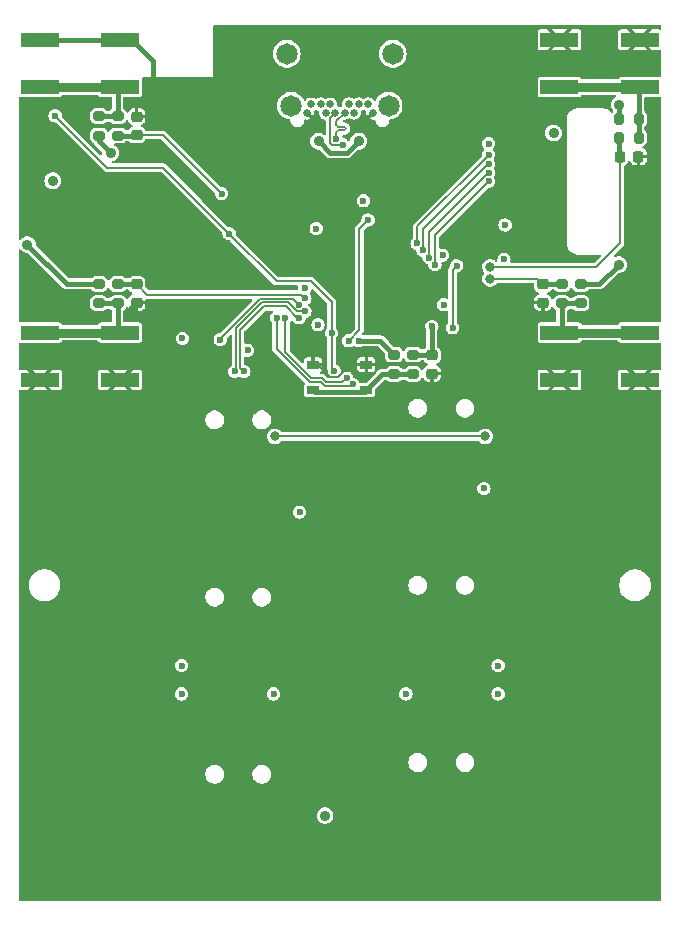
<source format=gbr>
%TF.GenerationSoftware,KiCad,Pcbnew,8.0.1*%
%TF.CreationDate,2024-04-03T20:32:22+03:00*%
%TF.ProjectId,gkos_pebble,676b6f73-5f70-4656-9262-6c652e6b6963,1*%
%TF.SameCoordinates,Original*%
%TF.FileFunction,Copper,L1,Top*%
%TF.FilePolarity,Positive*%
%FSLAX46Y46*%
G04 Gerber Fmt 4.6, Leading zero omitted, Abs format (unit mm)*
G04 Created by KiCad (PCBNEW 8.0.1) date 2024-04-03 20:32:22*
%MOMM*%
%LPD*%
G01*
G04 APERTURE LIST*
G04 Aperture macros list*
%AMRoundRect*
0 Rectangle with rounded corners*
0 $1 Rounding radius*
0 $2 $3 $4 $5 $6 $7 $8 $9 X,Y pos of 4 corners*
0 Add a 4 corners polygon primitive as box body*
4,1,4,$2,$3,$4,$5,$6,$7,$8,$9,$2,$3,0*
0 Add four circle primitives for the rounded corners*
1,1,$1+$1,$2,$3*
1,1,$1+$1,$4,$5*
1,1,$1+$1,$6,$7*
1,1,$1+$1,$8,$9*
0 Add four rect primitives between the rounded corners*
20,1,$1+$1,$2,$3,$4,$5,0*
20,1,$1+$1,$4,$5,$6,$7,0*
20,1,$1+$1,$6,$7,$8,$9,0*
20,1,$1+$1,$8,$9,$2,$3,0*%
G04 Aperture macros list end*
%TA.AperFunction,SMDPad,CuDef*%
%ADD10RoundRect,0.200000X0.275000X-0.200000X0.275000X0.200000X-0.275000X0.200000X-0.275000X-0.200000X0*%
%TD*%
%TA.AperFunction,SMDPad,CuDef*%
%ADD11R,3.200000X1.200000*%
%TD*%
%TA.AperFunction,SMDPad,CuDef*%
%ADD12RoundRect,0.200000X-0.275000X0.200000X-0.275000X-0.200000X0.275000X-0.200000X0.275000X0.200000X0*%
%TD*%
%TA.AperFunction,SMDPad,CuDef*%
%ADD13RoundRect,0.225000X-0.250000X0.225000X-0.250000X-0.225000X0.250000X-0.225000X0.250000X0.225000X0*%
%TD*%
%TA.AperFunction,SMDPad,CuDef*%
%ADD14R,1.000000X0.700000*%
%TD*%
%TA.AperFunction,SMDPad,CuDef*%
%ADD15RoundRect,0.225000X0.250000X-0.225000X0.250000X0.225000X-0.250000X0.225000X-0.250000X-0.225000X0*%
%TD*%
%TA.AperFunction,SMDPad,CuDef*%
%ADD16RoundRect,0.200000X-0.200000X-0.275000X0.200000X-0.275000X0.200000X0.275000X-0.200000X0.275000X0*%
%TD*%
%TA.AperFunction,SMDPad,CuDef*%
%ADD17RoundRect,0.225000X-0.225000X-0.250000X0.225000X-0.250000X0.225000X0.250000X-0.225000X0.250000X0*%
%TD*%
%TA.AperFunction,SMDPad,CuDef*%
%ADD18RoundRect,0.200000X0.200000X0.275000X-0.200000X0.275000X-0.200000X-0.275000X0.200000X-0.275000X0*%
%TD*%
%TA.AperFunction,ComponentPad*%
%ADD19C,0.660000*%
%TD*%
%TA.AperFunction,ComponentPad*%
%ADD20C,1.815000*%
%TD*%
%TA.AperFunction,ViaPad*%
%ADD21C,0.900000*%
%TD*%
%TA.AperFunction,ViaPad*%
%ADD22C,0.600000*%
%TD*%
%TA.AperFunction,ViaPad*%
%ADD23C,0.800000*%
%TD*%
%TA.AperFunction,Conductor*%
%ADD24C,0.200000*%
%TD*%
%TA.AperFunction,Conductor*%
%ADD25C,0.400000*%
%TD*%
%TA.AperFunction,Conductor*%
%ADD26C,0.800000*%
%TD*%
G04 APERTURE END LIST*
D10*
%TO.P,R40,1*%
%TO.N,Net-(R37-Pad2)*%
X155400000Y-89825000D03*
%TO.P,R40,2*%
%TO.N,/inputs/MENU*%
X155400000Y-88175000D03*
%TD*%
D11*
%TO.P,SW8,1,1b*%
%TO.N,GND*%
X174600000Y-90300000D03*
X167800000Y-90300000D03*
%TO.P,SW8,2,2a*%
%TO.N,Net-(SW8-2a)*%
X174600000Y-86300000D03*
X167800000Y-86300000D03*
%TD*%
D10*
%TO.P,R33,1*%
%TO.N,Net-(SW7-2a)*%
X130400000Y-83825000D03*
%TO.P,R33,2*%
%TO.N,/inputs/MOUSE_1*%
X130400000Y-82175000D03*
%TD*%
D12*
%TO.P,R35,1*%
%TO.N,Net-(SW9-2a)*%
X130400000Y-67975000D03*
%TO.P,R35,2*%
%TO.N,/inputs/MOUSE_3*%
X130400000Y-69625000D03*
%TD*%
D13*
%TO.P,C32,1*%
%TO.N,/inputs/MOUSE_2*%
X166400000Y-82225000D03*
%TO.P,C32,2*%
%TO.N,GND*%
X166400000Y-83775000D03*
%TD*%
D14*
%TO.P,SW11,1,1*%
%TO.N,GND*%
X146950000Y-89025000D03*
X151450000Y-89025000D03*
%TO.P,SW11,2,2*%
%TO.N,Net-(R37-Pad2)*%
X146950000Y-91175000D03*
X151450000Y-91175000D03*
%TD*%
D11*
%TO.P,SW9,1,1a*%
%TO.N,GND*%
X123800000Y-61500000D03*
X130600000Y-61500000D03*
%TO.P,SW9,2,2a*%
%TO.N,Net-(SW9-2a)*%
X123800000Y-65500000D03*
X130600000Y-65500000D03*
%TD*%
D12*
%TO.P,R30,1*%
%TO.N,+3V0*%
X169600000Y-82175000D03*
%TO.P,R30,2*%
%TO.N,Net-(SW8-2a)*%
X169600000Y-83825000D03*
%TD*%
D15*
%TO.P,C33,1*%
%TO.N,/inputs/MOUSE_3*%
X132000000Y-69575000D03*
%TO.P,C33,2*%
%TO.N,GND*%
X132000000Y-68025000D03*
%TD*%
D11*
%TO.P,SW10,1,1a*%
%TO.N,GND*%
X167800000Y-61500000D03*
X174600000Y-61500000D03*
%TO.P,SW10,2,2a*%
%TO.N,Net-(SW10-2a)*%
X167800000Y-65500000D03*
X174600000Y-65500000D03*
%TD*%
D10*
%TO.P,R31,1*%
%TO.N,+3V0*%
X128800000Y-69625000D03*
%TO.P,R31,2*%
%TO.N,Net-(SW9-2a)*%
X128800000Y-67975000D03*
%TD*%
D13*
%TO.P,C35,1*%
%TO.N,/inputs/MENU*%
X157000000Y-88225000D03*
%TO.P,C35,2*%
%TO.N,GND*%
X157000000Y-89775000D03*
%TD*%
D16*
%TO.P,R32,1*%
%TO.N,+3V0*%
X172875000Y-68200000D03*
%TO.P,R32,2*%
%TO.N,Net-(SW10-2a)*%
X174525000Y-68200000D03*
%TD*%
D12*
%TO.P,R29,1*%
%TO.N,+3V0*%
X128800000Y-82175000D03*
%TO.P,R29,2*%
%TO.N,Net-(SW7-2a)*%
X128800000Y-83825000D03*
%TD*%
D11*
%TO.P,SW7,1,1b*%
%TO.N,GND*%
X130600000Y-90300000D03*
X123800000Y-90300000D03*
%TO.P,SW7,2,2a*%
%TO.N,Net-(SW7-2a)*%
X130600000Y-86300000D03*
X123800000Y-86300000D03*
%TD*%
D17*
%TO.P,C34,1*%
%TO.N,/inputs/MOUSE_4*%
X172925000Y-71400000D03*
%TO.P,C34,2*%
%TO.N,GND*%
X174475000Y-71400000D03*
%TD*%
D12*
%TO.P,R37,1*%
%TO.N,+3V0*%
X153800000Y-88175000D03*
%TO.P,R37,2*%
%TO.N,Net-(R37-Pad2)*%
X153800000Y-89825000D03*
%TD*%
D10*
%TO.P,R34,1*%
%TO.N,Net-(SW8-2a)*%
X168000000Y-83825000D03*
%TO.P,R34,2*%
%TO.N,/inputs/MOUSE_2*%
X168000000Y-82175000D03*
%TD*%
D13*
%TO.P,C31,1*%
%TO.N,/inputs/MOUSE_1*%
X132000000Y-82225000D03*
%TO.P,C31,2*%
%TO.N,GND*%
X132000000Y-83775000D03*
%TD*%
D18*
%TO.P,R36,1*%
%TO.N,Net-(SW10-2a)*%
X174525000Y-69800000D03*
%TO.P,R36,2*%
%TO.N,/inputs/MOUSE_4*%
X172875000Y-69800000D03*
%TD*%
D19*
%TO.P,J2,B1,GND*%
%TO.N,GND*%
X152000000Y-67685000D03*
%TO.P,J2,B2*%
%TO.N,N/C*%
X151600000Y-66985000D03*
%TO.P,J2,B3*%
X150800000Y-66985000D03*
%TO.P,J2,B4,VBUS*%
%TO.N,Net-(D1-Pad4)*%
X150400000Y-67685000D03*
%TO.P,J2,B5,CC2*%
%TO.N,Net-(J2-CC2)*%
X150000000Y-66985000D03*
%TO.P,J2,B6,D+*%
%TO.N,/mcu/USB_D+*%
X149600000Y-67685000D03*
%TO.P,J2,B7,D-*%
%TO.N,/mcu/USB_D-*%
X148800000Y-67685000D03*
%TO.P,J2,B8,SBU2*%
%TO.N,unconnected-(J2-SBU2-PadB8)*%
X148400000Y-66985000D03*
%TO.P,J2,B9,VBUS*%
%TO.N,Net-(D1-Pad4)*%
X148000000Y-67685000D03*
%TO.P,J2,B10*%
%TO.N,N/C*%
X147600000Y-66985000D03*
%TO.P,J2,B11*%
X146800000Y-66985000D03*
%TO.P,J2,B12,GND*%
%TO.N,GND*%
X146400000Y-67685000D03*
D20*
%TO.P,J2,MH1*%
%TO.N,N/C*%
X145070000Y-67085000D03*
%TO.P,J2,MH2*%
X144710000Y-62695000D03*
%TO.P,J2,MH3*%
X153690000Y-62695000D03*
%TO.P,J2,MH4*%
X153330000Y-67085000D03*
%TD*%
D21*
%TO.N,GND*%
X161000000Y-130600000D03*
X159700000Y-94100000D03*
X173600000Y-63300000D03*
X162300000Y-84200000D03*
X123500000Y-84600000D03*
X150200000Y-96200000D03*
X147400000Y-62700000D03*
X164400000Y-77200000D03*
D22*
X152300000Y-80400000D03*
X150600000Y-89750000D03*
D21*
X163800000Y-102700000D03*
X136800000Y-99300000D03*
X123500000Y-101400000D03*
X154000000Y-72200000D03*
X132100000Y-75900000D03*
D22*
X152300000Y-82700000D03*
D21*
X154200000Y-91300000D03*
X131700000Y-126300000D03*
X174800000Y-118900000D03*
X123500000Y-114000000D03*
X143700000Y-65000000D03*
D22*
X155700000Y-75500000D03*
X157900000Y-78700000D03*
X153400000Y-83800000D03*
D21*
X174700000Y-132700000D03*
X137400000Y-130600000D03*
D22*
X150100000Y-80400000D03*
D21*
X150800000Y-113300000D03*
X143400000Y-71600000D03*
X133400000Y-73700000D03*
X143700000Y-68900000D03*
X133400000Y-66400000D03*
D22*
X150100000Y-82700000D03*
X142750000Y-85200000D03*
D21*
X174500000Y-92700000D03*
X153100000Y-102700000D03*
X144100000Y-90600000D03*
X147500000Y-113300000D03*
X175700000Y-70500000D03*
D22*
X153400000Y-79300000D03*
D21*
X140200000Y-75600000D03*
D22*
X149300000Y-83800000D03*
D21*
X131975000Y-93300000D03*
D22*
X148875000Y-79825000D03*
D21*
X174800000Y-100800000D03*
X123500000Y-93300000D03*
X167300000Y-71200000D03*
X150800000Y-62700000D03*
X131700000Y-84400000D03*
X126000000Y-76900000D03*
X154800000Y-65000000D03*
X168800000Y-63300000D03*
D22*
X159600000Y-84200000D03*
D21*
X123500000Y-133000000D03*
X174500000Y-78700000D03*
X140000000Y-115600000D03*
X140125000Y-92125000D03*
X125700000Y-71300000D03*
D23*
%TO.N,+3V3*%
X161500000Y-95100000D03*
X143700000Y-95100000D03*
D22*
%TO.N,+3V0*%
X147200000Y-77500000D03*
X163200000Y-77200000D03*
X161400000Y-99500000D03*
X141400000Y-87800000D03*
D21*
X147950000Y-127200000D03*
X129800000Y-71100000D03*
X122750000Y-78850000D03*
D22*
X135800000Y-114500000D03*
X161800000Y-70300000D03*
D21*
X124900000Y-73450000D03*
D22*
X147350000Y-85650000D03*
D21*
X172800000Y-80550000D03*
D22*
X157900000Y-79750000D03*
X145800000Y-101500000D03*
X154800000Y-116900000D03*
X135875000Y-86800000D03*
X162600000Y-116900000D03*
X150825000Y-87000000D03*
X158000000Y-83950000D03*
D21*
X172850000Y-67000000D03*
D22*
X146250000Y-82500000D03*
X162600000Y-114500000D03*
X151200000Y-75150000D03*
X135800000Y-116900000D03*
D21*
X167300000Y-69400000D03*
D22*
X163100000Y-80100000D03*
X143600000Y-116900000D03*
%TO.N,Net-(IC4-VREG_VOUT)*%
X151600000Y-76775000D03*
X149950000Y-87000000D03*
%TO.N,/inputs/KEY_A*%
X145750000Y-83950000D03*
X139075000Y-86900000D03*
%TO.N,/inputs/KEY_B*%
X140300000Y-89600000D03*
X146250000Y-84500000D03*
%TO.N,/inputs/KEY_C*%
X141075000Y-89600000D03*
X145750000Y-85050000D03*
%TO.N,/inputs/MOUSE_1*%
X146250000Y-83400000D03*
%TO.N,/inputs/MOUSE_3*%
X139200000Y-74550000D03*
%TO.N,/inputs/MENU*%
X157000000Y-85775000D03*
%TO.N,/~{EXT_RST}*%
X139825000Y-77925000D03*
X148750087Y-89556966D03*
X148500000Y-86350000D03*
X125100000Y-67950000D03*
%TO.N,/inputs/~{USB_BOOT}*%
X159100000Y-80650000D03*
X158750000Y-85900000D03*
%TO.N,/mcu/USB_D+*%
X148900000Y-69900000D03*
%TO.N,/mcu/USB_D-*%
X149450000Y-70400000D03*
D21*
%TO.N,Net-(D1-Pad4)*%
X150800000Y-70100000D03*
X147400000Y-70100000D03*
D22*
%TO.N,/SDA*%
X143850000Y-85050000D03*
X150300000Y-90698000D03*
%TO.N,/SCL*%
X149784902Y-90127000D03*
X144600000Y-85050000D03*
%TO.N,/lcd/LCD_SCLK*%
X155750000Y-78750000D03*
X161800000Y-71250000D03*
%TO.N,/lcd/LCD_SI*%
X161800000Y-72050000D03*
X156250000Y-79350000D03*
%TO.N,/lcd/LCD_SCS*%
X161800000Y-72777003D03*
X156750000Y-79950000D03*
%TO.N,/lcd/LCD_COMIN*%
X157250000Y-80550000D03*
X161800000Y-73504006D03*
D23*
%TO.N,/inputs/MOUSE_2*%
X161925000Y-81750000D03*
%TO.N,/inputs/MOUSE_4*%
X161925000Y-80750000D03*
%TD*%
D24*
%TO.N,GND*%
X149550000Y-89550000D02*
X150400000Y-89550000D01*
D25*
X131600000Y-61500000D02*
X133400000Y-63300000D01*
X123800000Y-61500000D02*
X130600000Y-61500000D01*
D24*
X146950000Y-89025000D02*
X147325000Y-89025000D01*
D25*
X130600000Y-61500000D02*
X131600000Y-61500000D01*
X133400000Y-63300000D02*
X133400000Y-66400000D01*
D24*
X148383966Y-90083966D02*
X149016034Y-90083966D01*
X150400000Y-89550000D02*
X150600000Y-89750000D01*
X149016034Y-90083966D02*
X149550000Y-89550000D01*
X147325000Y-89025000D02*
X148383966Y-90083966D01*
%TO.N,+3V3*%
X161500000Y-95100000D02*
X143700000Y-95100000D01*
D25*
%TO.N,+3V0*%
X171175000Y-82175000D02*
X172800000Y-80550000D01*
X128800000Y-70100000D02*
X129800000Y-71100000D01*
X128800000Y-69625000D02*
X128800000Y-70100000D01*
X150825000Y-87000000D02*
X152625000Y-87000000D01*
X128800000Y-82175000D02*
X126075000Y-82175000D01*
X152625000Y-87000000D02*
X153800000Y-88175000D01*
X126075000Y-82175000D02*
X122750000Y-78850000D01*
X169600000Y-82175000D02*
X171175000Y-82175000D01*
X172875000Y-67025000D02*
X172850000Y-67000000D01*
X172875000Y-68200000D02*
X172875000Y-67025000D01*
D24*
%TO.N,Net-(IC4-VREG_VOUT)*%
X150850000Y-86100000D02*
X149950000Y-87000000D01*
X150850000Y-77525000D02*
X150850000Y-86100000D01*
X151600000Y-76775000D02*
X150850000Y-77525000D01*
%TO.N,/inputs/KEY_A*%
X145227000Y-83427000D02*
X142473104Y-83427000D01*
X139075000Y-86825104D02*
X139075000Y-86900000D01*
X145750000Y-83950000D02*
X145227000Y-83427000D01*
X142473104Y-83427000D02*
X139075000Y-86825104D01*
%TO.N,/inputs/KEY_B*%
X142608552Y-83754000D02*
X140423000Y-85939552D01*
X144804000Y-83754000D02*
X142608552Y-83754000D01*
X140423000Y-85939552D02*
X140423000Y-89477000D01*
X145550000Y-84500000D02*
X144804000Y-83754000D01*
X140423000Y-89477000D02*
X140300000Y-89600000D01*
X146250000Y-84500000D02*
X145550000Y-84500000D01*
%TO.N,/inputs/KEY_C*%
X142744000Y-84081000D02*
X140750000Y-86075000D01*
X145750000Y-85050000D02*
X145595291Y-85050000D01*
X145595291Y-85050000D02*
X144626290Y-84081000D01*
X140750000Y-89275000D02*
X141075000Y-89600000D01*
X140750000Y-86075000D02*
X140750000Y-89275000D01*
X144626290Y-84081000D02*
X142744000Y-84081000D01*
D25*
%TO.N,/inputs/MOUSE_1*%
X130400000Y-82175000D02*
X131950000Y-82175000D01*
X131950000Y-82175000D02*
X132000000Y-82225000D01*
D24*
X145950000Y-83100000D02*
X132875000Y-83100000D01*
X132875000Y-83100000D02*
X132000000Y-82225000D01*
X146250000Y-83400000D02*
X145950000Y-83100000D01*
%TO.N,/inputs/MOUSE_3*%
X134225000Y-69575000D02*
X132000000Y-69575000D01*
D25*
X130400000Y-69625000D02*
X131950000Y-69625000D01*
X131950000Y-69625000D02*
X132000000Y-69575000D01*
D24*
X139200000Y-74550000D02*
X134225000Y-69575000D01*
D25*
%TO.N,/inputs/MENU*%
X157000000Y-88225000D02*
X157000000Y-85775000D01*
X155400000Y-88175000D02*
X156950000Y-88175000D01*
X156950000Y-88175000D02*
X157000000Y-88225000D01*
D24*
%TO.N,/~{EXT_RST}*%
X129500000Y-72350000D02*
X125100000Y-67950000D01*
X134250000Y-72350000D02*
X129500000Y-72350000D01*
X148500000Y-83700000D02*
X146750000Y-81950000D01*
X148500000Y-86350000D02*
X148500000Y-89306879D01*
X148500000Y-86350000D02*
X148500000Y-83700000D01*
X139825000Y-77925000D02*
X134250000Y-72350000D01*
X143850000Y-81950000D02*
X139825000Y-77925000D01*
X146750000Y-81950000D02*
X143850000Y-81950000D01*
X148500000Y-89306879D02*
X148750087Y-89556966D01*
%TO.N,/inputs/~{USB_BOOT}*%
X159100000Y-80650000D02*
X158750000Y-81000000D01*
X158750000Y-81000000D02*
X158750000Y-85900000D01*
%TO.N,/mcu/USB_D+*%
X148900000Y-68696000D02*
X148900000Y-68385000D01*
X149568149Y-68859500D02*
X149063500Y-68859500D01*
X149063500Y-69186500D02*
X149568149Y-69186500D01*
X148900000Y-68385000D02*
X149600000Y-67685000D01*
X148900000Y-69900000D02*
X148900000Y-69350000D01*
X149063500Y-68859500D02*
G75*
G02*
X148900000Y-68696000I0J163500D01*
G01*
X149568149Y-69186500D02*
G75*
G03*
X149731600Y-69023000I-49J163500D01*
G01*
X148900000Y-69350000D02*
G75*
G02*
X149063500Y-69186500I163500J0D01*
G01*
X149731649Y-69023000D02*
G75*
G03*
X149568149Y-68859451I-163549J0D01*
G01*
%TO.N,/mcu/USB_D-*%
X148577000Y-70427000D02*
X148373000Y-70223000D01*
X149423000Y-70427000D02*
X148577000Y-70427000D01*
X148373000Y-70223000D02*
X148373000Y-68112000D01*
X148373000Y-68112000D02*
X148800000Y-67685000D01*
X149450000Y-70400000D02*
X149423000Y-70427000D01*
D25*
%TO.N,Net-(D1-Pad4)*%
X150800000Y-70100000D02*
X149800000Y-71100000D01*
X149800000Y-71100000D02*
X148400000Y-71100000D01*
X148400000Y-71100000D02*
X147400000Y-70100000D01*
D24*
%TO.N,/SDA*%
X146658552Y-90500000D02*
X143850000Y-87691448D01*
X147931276Y-90850000D02*
X147581276Y-90500000D01*
X147581276Y-90500000D02*
X146658552Y-90500000D01*
X150148000Y-90850000D02*
X147931276Y-90850000D01*
X150300000Y-90698000D02*
X150148000Y-90850000D01*
X143850000Y-87691448D02*
X143850000Y-85050000D01*
%TO.N,/SCL*%
X149784902Y-90127000D02*
X149388902Y-90523000D01*
X149388902Y-90523000D02*
X148066724Y-90523000D01*
X147716724Y-90173000D02*
X146794000Y-90173000D01*
X148066724Y-90523000D02*
X147716724Y-90173000D01*
X144600000Y-87979000D02*
X144600000Y-85050000D01*
X146794000Y-90173000D02*
X144600000Y-87979000D01*
%TO.N,/lcd/LCD_SCLK*%
X161800000Y-71250000D02*
X155750000Y-77300000D01*
X155750000Y-77300000D02*
X155750000Y-78750000D01*
%TO.N,/lcd/LCD_SI*%
X161800000Y-72050000D02*
X161781712Y-72050000D01*
X156277000Y-77554712D02*
X156277000Y-79323000D01*
X161781712Y-72050000D02*
X156277000Y-77554712D01*
X156277000Y-79323000D02*
X156250000Y-79350000D01*
%TO.N,/lcd/LCD_SCS*%
X161800000Y-72777003D02*
X161781712Y-72777003D01*
X161781712Y-72777003D02*
X156777000Y-77781715D01*
X156777000Y-77781715D02*
X156777000Y-79923000D01*
X156777000Y-79923000D02*
X156750000Y-79950000D01*
%TO.N,/lcd/LCD_COMIN*%
X157277000Y-78023000D02*
X161795994Y-73504006D01*
X161795994Y-73504006D02*
X161800000Y-73504006D01*
X157250000Y-80550000D02*
X157277000Y-80523000D01*
X157277000Y-80523000D02*
X157277000Y-78023000D01*
%TO.N,/inputs/MOUSE_2*%
X165925000Y-81750000D02*
X166400000Y-82225000D01*
X161925000Y-81750000D02*
X165925000Y-81750000D01*
D25*
X168000000Y-82175000D02*
X166450000Y-82175000D01*
X166450000Y-82175000D02*
X166400000Y-82225000D01*
D24*
%TO.N,/inputs/MOUSE_4*%
X171850000Y-79800000D02*
X170900000Y-80750000D01*
X171855635Y-79800000D02*
X171850000Y-79800000D01*
D25*
X172875000Y-69800000D02*
X172875000Y-71350000D01*
D24*
X172925000Y-78730635D02*
X171855635Y-79800000D01*
D25*
X172875000Y-71350000D02*
X172925000Y-71400000D01*
D24*
X172925000Y-71400000D02*
X172925000Y-78730635D01*
X170900000Y-80750000D02*
X161925000Y-80750000D01*
D26*
%TO.N,Net-(SW7-2a)*%
X130600000Y-86300000D02*
X123800000Y-86300000D01*
D25*
X130400000Y-86100000D02*
X130600000Y-86300000D01*
X128800000Y-83825000D02*
X130400000Y-83825000D01*
X130400000Y-83825000D02*
X130400000Y-86100000D01*
D26*
%TO.N,Net-(SW8-2a)*%
X174600000Y-86300000D02*
X167800000Y-86300000D01*
D25*
X169600000Y-83825000D02*
X168000000Y-83825000D01*
X168000000Y-83825000D02*
X168000000Y-86100000D01*
X168000000Y-86100000D02*
X167800000Y-86300000D01*
%TO.N,Net-(SW10-2a)*%
X174525000Y-65575000D02*
X174600000Y-65500000D01*
D26*
X174600000Y-65500000D02*
X167800000Y-65500000D01*
D25*
X174525000Y-69800000D02*
X174525000Y-65575000D01*
D26*
%TO.N,Net-(SW9-2a)*%
X130600000Y-65500000D02*
X123800000Y-65500000D01*
D25*
X130400000Y-65700000D02*
X130600000Y-65500000D01*
X130400000Y-67975000D02*
X130400000Y-65700000D01*
X128800000Y-67975000D02*
X130400000Y-67975000D01*
%TO.N,Net-(R37-Pad2)*%
X147100000Y-91325000D02*
X146950000Y-91175000D01*
X151450000Y-91175000D02*
X151300000Y-91325000D01*
X155400000Y-89825000D02*
X152800000Y-89825000D01*
X151300000Y-91325000D02*
X147100000Y-91325000D01*
X152800000Y-89825000D02*
X151450000Y-91175000D01*
%TD*%
%TA.AperFunction,Conductor*%
%TO.N,GND*%
G36*
X176358691Y-60244407D02*
G01*
X176394655Y-60293907D01*
X176399500Y-60324500D01*
X176399500Y-60553956D01*
X176380593Y-60612147D01*
X176331093Y-60648111D01*
X176281187Y-60651054D01*
X176225614Y-60640000D01*
X175672132Y-60640000D01*
X174812132Y-61499999D01*
X175672132Y-62359999D01*
X176225606Y-62359999D01*
X176225610Y-62359998D01*
X176281186Y-62348944D01*
X176341948Y-62356136D01*
X176386877Y-62397669D01*
X176399500Y-62446042D01*
X176399500Y-64553448D01*
X176380593Y-64611639D01*
X176331093Y-64647603D01*
X176281186Y-64650546D01*
X176225656Y-64639500D01*
X176225654Y-64639500D01*
X172974346Y-64639500D01*
X172974345Y-64639500D01*
X172955476Y-64643253D01*
X172898358Y-64654615D01*
X172898356Y-64654615D01*
X172898356Y-64654616D01*
X172898355Y-64654616D01*
X172812191Y-64712189D01*
X172812189Y-64712191D01*
X172756524Y-64795501D01*
X172708474Y-64833381D01*
X172674208Y-64839500D01*
X169725792Y-64839500D01*
X169667601Y-64820593D01*
X169643476Y-64795501D01*
X169618121Y-64757554D01*
X169587810Y-64712190D01*
X169544726Y-64683402D01*
X169501644Y-64654616D01*
X169501643Y-64654615D01*
X169501642Y-64654615D01*
X169425654Y-64639500D01*
X166174346Y-64639500D01*
X166174345Y-64639500D01*
X166155476Y-64643253D01*
X166098358Y-64654615D01*
X166098356Y-64654615D01*
X166098356Y-64654616D01*
X166098355Y-64654616D01*
X166012191Y-64712189D01*
X166012189Y-64712191D01*
X165954616Y-64798355D01*
X165954616Y-64798356D01*
X165954615Y-64798358D01*
X165939500Y-64874346D01*
X165939500Y-66125654D01*
X165954615Y-66201642D01*
X166012190Y-66287810D01*
X166098358Y-66345385D01*
X166174346Y-66360500D01*
X166174347Y-66360500D01*
X169425653Y-66360500D01*
X169425654Y-66360500D01*
X169501642Y-66345385D01*
X169587810Y-66287810D01*
X169643476Y-66204498D01*
X169691526Y-66166619D01*
X169725792Y-66160500D01*
X172519009Y-66160500D01*
X172577200Y-66179407D01*
X172613164Y-66228907D01*
X172613164Y-66290093D01*
X172577200Y-66339593D01*
X172565019Y-66347158D01*
X172486517Y-66388360D01*
X172443424Y-66410977D01*
X172314275Y-66525392D01*
X172216263Y-66667388D01*
X172155079Y-66828717D01*
X172155078Y-66828718D01*
X172134282Y-66999998D01*
X172134282Y-67000001D01*
X172155078Y-67171281D01*
X172155079Y-67171283D01*
X172184031Y-67247622D01*
X172216263Y-67332611D01*
X172314277Y-67474609D01*
X172314277Y-67474610D01*
X172319540Y-67479272D01*
X172350559Y-67532011D01*
X172344655Y-67592911D01*
X172333547Y-67612164D01*
X172314188Y-67638394D01*
X172264420Y-67673986D01*
X172203236Y-67673528D01*
X172164529Y-67649608D01*
X172037790Y-67522868D01*
X172037785Y-67522864D01*
X172037782Y-67522861D01*
X171873914Y-67413368D01*
X171873915Y-67413368D01*
X171873913Y-67413367D01*
X171691835Y-67337949D01*
X171498543Y-67299500D01*
X171498541Y-67299500D01*
X169498541Y-67299500D01*
X169301459Y-67299500D01*
X169301456Y-67299500D01*
X169108165Y-67337949D01*
X169108163Y-67337949D01*
X168926086Y-67413367D01*
X168762218Y-67522861D01*
X168762214Y-67522864D01*
X168622864Y-67662214D01*
X168622861Y-67662218D01*
X168513367Y-67826086D01*
X168437949Y-68008163D01*
X168437949Y-68008165D01*
X168399500Y-68201456D01*
X168399500Y-78798543D01*
X168437949Y-78991834D01*
X168437949Y-78991836D01*
X168513367Y-79173913D01*
X168549699Y-79228288D01*
X168622861Y-79337782D01*
X168762218Y-79477139D01*
X168926086Y-79586632D01*
X169108165Y-79662051D01*
X169301459Y-79700500D01*
X169498541Y-79700500D01*
X171200668Y-79700500D01*
X171258859Y-79719407D01*
X171294823Y-79768907D01*
X171294823Y-79830093D01*
X171270672Y-79869504D01*
X170779672Y-80360504D01*
X170725155Y-80388281D01*
X170709668Y-80389500D01*
X163734931Y-80389500D01*
X163676740Y-80370593D01*
X163640776Y-80321093D01*
X163640776Y-80259907D01*
X163643466Y-80252616D01*
X163644450Y-80250241D01*
X163646074Y-80246320D01*
X163665337Y-80100000D01*
X163646074Y-79953680D01*
X163589596Y-79817332D01*
X163499754Y-79700246D01*
X163499749Y-79700242D01*
X163499748Y-79700241D01*
X163411685Y-79632669D01*
X163382669Y-79610404D01*
X163246320Y-79553926D01*
X163246317Y-79553925D01*
X163246316Y-79553925D01*
X163100001Y-79534663D01*
X163099999Y-79534663D01*
X162953683Y-79553925D01*
X162953678Y-79553927D01*
X162817333Y-79610403D01*
X162700250Y-79700242D01*
X162700242Y-79700250D01*
X162610403Y-79817333D01*
X162553927Y-79953678D01*
X162553925Y-79953683D01*
X162534663Y-80099999D01*
X162534663Y-80100000D01*
X162545923Y-80185531D01*
X162534773Y-80245692D01*
X162490390Y-80287809D01*
X162429728Y-80295795D01*
X162382121Y-80272555D01*
X162302966Y-80202429D01*
X162160935Y-80127885D01*
X162005201Y-80089500D01*
X162005199Y-80089500D01*
X161844801Y-80089500D01*
X161844798Y-80089500D01*
X161689064Y-80127885D01*
X161547036Y-80202428D01*
X161426980Y-80308788D01*
X161335861Y-80440795D01*
X161278983Y-80590771D01*
X161278982Y-80590773D01*
X161259649Y-80749998D01*
X161259649Y-80750001D01*
X161278982Y-80909226D01*
X161278982Y-80909227D01*
X161278983Y-80909229D01*
X161295409Y-80952540D01*
X161335861Y-81059204D01*
X161428739Y-81193762D01*
X161446234Y-81252393D01*
X161428739Y-81306238D01*
X161335861Y-81440795D01*
X161278983Y-81590771D01*
X161278982Y-81590773D01*
X161259649Y-81749998D01*
X161259649Y-81750001D01*
X161278982Y-81909226D01*
X161278982Y-81909227D01*
X161278983Y-81909229D01*
X161335861Y-82059204D01*
X161426978Y-82191209D01*
X161547038Y-82297573D01*
X161689063Y-82372114D01*
X161844801Y-82410500D01*
X161844804Y-82410500D01*
X162005196Y-82410500D01*
X162005199Y-82410500D01*
X162160937Y-82372114D01*
X162302962Y-82297573D01*
X162302964Y-82297570D01*
X162302966Y-82297570D01*
X162423015Y-82191215D01*
X162423014Y-82191215D01*
X162423022Y-82191209D01*
X162449216Y-82153261D01*
X162497833Y-82116112D01*
X162530691Y-82110500D01*
X165565500Y-82110500D01*
X165623691Y-82129407D01*
X165659655Y-82178907D01*
X165664500Y-82209500D01*
X165664500Y-82496436D01*
X165664501Y-82496442D01*
X165670715Y-82554258D01*
X165670715Y-82554260D01*
X165670716Y-82554262D01*
X165717391Y-82679400D01*
X165719506Y-82685070D01*
X165760252Y-82739500D01*
X165803169Y-82796831D01*
X165914932Y-82880495D01*
X165987361Y-82907510D01*
X166035274Y-82945560D01*
X166051671Y-83004508D01*
X166030289Y-83061835D01*
X165987359Y-83093025D01*
X165915174Y-83119948D01*
X165803531Y-83203523D01*
X165803523Y-83203531D01*
X165719947Y-83315175D01*
X165671212Y-83445840D01*
X165671210Y-83445851D01*
X165665000Y-83503617D01*
X165665000Y-83624999D01*
X165665001Y-83625000D01*
X166451000Y-83625000D01*
X166509191Y-83643907D01*
X166545155Y-83693407D01*
X166550000Y-83724000D01*
X166550000Y-84484998D01*
X166550001Y-84484999D01*
X166696379Y-84484999D01*
X166696382Y-84484998D01*
X166754152Y-84478789D01*
X166754156Y-84478788D01*
X166884824Y-84430052D01*
X166996468Y-84346476D01*
X166996476Y-84346468D01*
X167080052Y-84234824D01*
X167103245Y-84172640D01*
X167141295Y-84124725D01*
X167200242Y-84108327D01*
X167257570Y-84129708D01*
X167289447Y-84174538D01*
X167313266Y-84242609D01*
X167395694Y-84354295D01*
X167395696Y-84354297D01*
X167395699Y-84354301D01*
X167395702Y-84354303D01*
X167395703Y-84354304D01*
X167499288Y-84430753D01*
X167534881Y-84480520D01*
X167539500Y-84510408D01*
X167539500Y-85340500D01*
X167520593Y-85398691D01*
X167471093Y-85434655D01*
X167440500Y-85439500D01*
X166174345Y-85439500D01*
X166155476Y-85443253D01*
X166098358Y-85454615D01*
X166098356Y-85454615D01*
X166098356Y-85454616D01*
X166098355Y-85454616D01*
X166012191Y-85512189D01*
X166012189Y-85512191D01*
X165954616Y-85598355D01*
X165954616Y-85598356D01*
X165954615Y-85598358D01*
X165939500Y-85674346D01*
X165939500Y-86925654D01*
X165954615Y-87001642D01*
X166012190Y-87087810D01*
X166098358Y-87145385D01*
X166174346Y-87160500D01*
X166174347Y-87160500D01*
X169425653Y-87160500D01*
X169425654Y-87160500D01*
X169501642Y-87145385D01*
X169587810Y-87087810D01*
X169643476Y-87004498D01*
X169691526Y-86966619D01*
X169725792Y-86960500D01*
X172674208Y-86960500D01*
X172732399Y-86979407D01*
X172756523Y-87004498D01*
X172812190Y-87087810D01*
X172898358Y-87145385D01*
X172974346Y-87160500D01*
X172974347Y-87160500D01*
X176225653Y-87160500D01*
X176225654Y-87160500D01*
X176225655Y-87160499D01*
X176225661Y-87160499D01*
X176266395Y-87152396D01*
X176281185Y-87149454D01*
X176341946Y-87156644D01*
X176386876Y-87198176D01*
X176399500Y-87246551D01*
X176399500Y-89353956D01*
X176380593Y-89412147D01*
X176331093Y-89448111D01*
X176281187Y-89451054D01*
X176225614Y-89440000D01*
X175672132Y-89440000D01*
X174812132Y-90299999D01*
X175672132Y-91159999D01*
X176225606Y-91159999D01*
X176225610Y-91159998D01*
X176281186Y-91148944D01*
X176341948Y-91156136D01*
X176386877Y-91197669D01*
X176399500Y-91246042D01*
X176399500Y-134300500D01*
X176380593Y-134358691D01*
X176331093Y-134394655D01*
X176300500Y-134399500D01*
X122099500Y-134399500D01*
X122041309Y-134380593D01*
X122005345Y-134331093D01*
X122000500Y-134300500D01*
X122000500Y-127200001D01*
X147234282Y-127200001D01*
X147255078Y-127371281D01*
X147255079Y-127371282D01*
X147316263Y-127532611D01*
X147414275Y-127674607D01*
X147414276Y-127674608D01*
X147414277Y-127674609D01*
X147543426Y-127789024D01*
X147696203Y-127869208D01*
X147863730Y-127910500D01*
X147863733Y-127910500D01*
X148036267Y-127910500D01*
X148036270Y-127910500D01*
X148203797Y-127869208D01*
X148356574Y-127789024D01*
X148485723Y-127674609D01*
X148583737Y-127532611D01*
X148644921Y-127371283D01*
X148665718Y-127200000D01*
X148644921Y-127028717D01*
X148583737Y-126867389D01*
X148485723Y-126725391D01*
X148356574Y-126610976D01*
X148203797Y-126530792D01*
X148203796Y-126530791D01*
X148203795Y-126530791D01*
X148036272Y-126489500D01*
X148036270Y-126489500D01*
X147863730Y-126489500D01*
X147863727Y-126489500D01*
X147696204Y-126530791D01*
X147543424Y-126610977D01*
X147414275Y-126725392D01*
X147316263Y-126867388D01*
X147255079Y-127028717D01*
X147255078Y-127028718D01*
X147234282Y-127199998D01*
X147234282Y-127200001D01*
X122000500Y-127200001D01*
X122000500Y-123778844D01*
X137799500Y-123778844D01*
X137830263Y-123933496D01*
X137830263Y-123933498D01*
X137890603Y-124079174D01*
X137890609Y-124079185D01*
X137943312Y-124158059D01*
X137978211Y-124210289D01*
X138089711Y-124321789D01*
X138167876Y-124374017D01*
X138220814Y-124409390D01*
X138220825Y-124409396D01*
X138274638Y-124431685D01*
X138366503Y-124469737D01*
X138521158Y-124500500D01*
X138521159Y-124500500D01*
X138678841Y-124500500D01*
X138678842Y-124500500D01*
X138833497Y-124469737D01*
X138979179Y-124409394D01*
X139110289Y-124321789D01*
X139221789Y-124210289D01*
X139309394Y-124079179D01*
X139369737Y-123933497D01*
X139400500Y-123778844D01*
X141799500Y-123778844D01*
X141830263Y-123933496D01*
X141830263Y-123933498D01*
X141890603Y-124079174D01*
X141890609Y-124079185D01*
X141943312Y-124158059D01*
X141978211Y-124210289D01*
X142089711Y-124321789D01*
X142167876Y-124374017D01*
X142220814Y-124409390D01*
X142220825Y-124409396D01*
X142274638Y-124431685D01*
X142366503Y-124469737D01*
X142521158Y-124500500D01*
X142521159Y-124500500D01*
X142678841Y-124500500D01*
X142678842Y-124500500D01*
X142833497Y-124469737D01*
X142979179Y-124409394D01*
X143110289Y-124321789D01*
X143221789Y-124210289D01*
X143309394Y-124079179D01*
X143369737Y-123933497D01*
X143400500Y-123778842D01*
X143400500Y-123621158D01*
X143369737Y-123466503D01*
X143309795Y-123321788D01*
X143309396Y-123320825D01*
X143309390Y-123320814D01*
X143274017Y-123267876D01*
X143221789Y-123189711D01*
X143110289Y-123078211D01*
X143058059Y-123043312D01*
X142979185Y-122990609D01*
X142979174Y-122990603D01*
X142833497Y-122930263D01*
X142678844Y-122899500D01*
X142678842Y-122899500D01*
X142521158Y-122899500D01*
X142521155Y-122899500D01*
X142366503Y-122930263D01*
X142366501Y-122930263D01*
X142220825Y-122990603D01*
X142220814Y-122990609D01*
X142089711Y-123078211D01*
X142089707Y-123078214D01*
X141978214Y-123189707D01*
X141978211Y-123189711D01*
X141890609Y-123320814D01*
X141890603Y-123320825D01*
X141830263Y-123466501D01*
X141830263Y-123466503D01*
X141799500Y-123621155D01*
X141799500Y-123778844D01*
X139400500Y-123778844D01*
X139400500Y-123778842D01*
X139400500Y-123621158D01*
X139369737Y-123466503D01*
X139309795Y-123321788D01*
X139309396Y-123320825D01*
X139309390Y-123320814D01*
X139274017Y-123267876D01*
X139221789Y-123189711D01*
X139110289Y-123078211D01*
X139058059Y-123043312D01*
X138979185Y-122990609D01*
X138979174Y-122990603D01*
X138833497Y-122930263D01*
X138678844Y-122899500D01*
X138678842Y-122899500D01*
X138521158Y-122899500D01*
X138521155Y-122899500D01*
X138366503Y-122930263D01*
X138366501Y-122930263D01*
X138220825Y-122990603D01*
X138220814Y-122990609D01*
X138089711Y-123078211D01*
X138089707Y-123078214D01*
X137978214Y-123189707D01*
X137978211Y-123189711D01*
X137890609Y-123320814D01*
X137890603Y-123320825D01*
X137830263Y-123466501D01*
X137830263Y-123466503D01*
X137799500Y-123621155D01*
X137799500Y-123778844D01*
X122000500Y-123778844D01*
X122000500Y-122778844D01*
X154999500Y-122778844D01*
X155030263Y-122933496D01*
X155030263Y-122933498D01*
X155090603Y-123079174D01*
X155090609Y-123079185D01*
X155143312Y-123158059D01*
X155178211Y-123210289D01*
X155289711Y-123321789D01*
X155367876Y-123374017D01*
X155420814Y-123409390D01*
X155420825Y-123409396D01*
X155474638Y-123431685D01*
X155566503Y-123469737D01*
X155721158Y-123500500D01*
X155721159Y-123500500D01*
X155878841Y-123500500D01*
X155878842Y-123500500D01*
X156033497Y-123469737D01*
X156179179Y-123409394D01*
X156310289Y-123321789D01*
X156421789Y-123210289D01*
X156509394Y-123079179D01*
X156569737Y-122933497D01*
X156600500Y-122778844D01*
X158999500Y-122778844D01*
X159030263Y-122933496D01*
X159030263Y-122933498D01*
X159090603Y-123079174D01*
X159090609Y-123079185D01*
X159143312Y-123158059D01*
X159178211Y-123210289D01*
X159289711Y-123321789D01*
X159367876Y-123374017D01*
X159420814Y-123409390D01*
X159420825Y-123409396D01*
X159474638Y-123431685D01*
X159566503Y-123469737D01*
X159721158Y-123500500D01*
X159721159Y-123500500D01*
X159878841Y-123500500D01*
X159878842Y-123500500D01*
X160033497Y-123469737D01*
X160179179Y-123409394D01*
X160310289Y-123321789D01*
X160421789Y-123210289D01*
X160509394Y-123079179D01*
X160569737Y-122933497D01*
X160600500Y-122778842D01*
X160600500Y-122621158D01*
X160569737Y-122466503D01*
X160509394Y-122320821D01*
X160509393Y-122320819D01*
X160509390Y-122320814D01*
X160474017Y-122267876D01*
X160421789Y-122189711D01*
X160310289Y-122078211D01*
X160258059Y-122043312D01*
X160179185Y-121990609D01*
X160179174Y-121990603D01*
X160033497Y-121930263D01*
X159878844Y-121899500D01*
X159878842Y-121899500D01*
X159721158Y-121899500D01*
X159721155Y-121899500D01*
X159566503Y-121930263D01*
X159566501Y-121930263D01*
X159420825Y-121990603D01*
X159420814Y-121990609D01*
X159289711Y-122078211D01*
X159289707Y-122078214D01*
X159178214Y-122189707D01*
X159178211Y-122189711D01*
X159090609Y-122320814D01*
X159090603Y-122320825D01*
X159030263Y-122466501D01*
X159030263Y-122466503D01*
X158999500Y-122621155D01*
X158999500Y-122778844D01*
X156600500Y-122778844D01*
X156600500Y-122778842D01*
X156600500Y-122621158D01*
X156569737Y-122466503D01*
X156509394Y-122320821D01*
X156509393Y-122320819D01*
X156509390Y-122320814D01*
X156474017Y-122267876D01*
X156421789Y-122189711D01*
X156310289Y-122078211D01*
X156258059Y-122043312D01*
X156179185Y-121990609D01*
X156179174Y-121990603D01*
X156033497Y-121930263D01*
X155878844Y-121899500D01*
X155878842Y-121899500D01*
X155721158Y-121899500D01*
X155721155Y-121899500D01*
X155566503Y-121930263D01*
X155566501Y-121930263D01*
X155420825Y-121990603D01*
X155420814Y-121990609D01*
X155289711Y-122078211D01*
X155289707Y-122078214D01*
X155178214Y-122189707D01*
X155178211Y-122189711D01*
X155090609Y-122320814D01*
X155090603Y-122320825D01*
X155030263Y-122466501D01*
X155030263Y-122466503D01*
X154999500Y-122621155D01*
X154999500Y-122778844D01*
X122000500Y-122778844D01*
X122000500Y-116900000D01*
X135234663Y-116900000D01*
X135253926Y-117046320D01*
X135310404Y-117182669D01*
X135400246Y-117299754D01*
X135517331Y-117389596D01*
X135653680Y-117446074D01*
X135763420Y-117460521D01*
X135799999Y-117465337D01*
X135800000Y-117465337D01*
X135800001Y-117465337D01*
X135829264Y-117461484D01*
X135946320Y-117446074D01*
X136082669Y-117389596D01*
X136199754Y-117299754D01*
X136289596Y-117182669D01*
X136346074Y-117046320D01*
X136365337Y-116900000D01*
X143034663Y-116900000D01*
X143053926Y-117046320D01*
X143110404Y-117182669D01*
X143200246Y-117299754D01*
X143317331Y-117389596D01*
X143453680Y-117446074D01*
X143563420Y-117460521D01*
X143599999Y-117465337D01*
X143600000Y-117465337D01*
X143600001Y-117465337D01*
X143629264Y-117461484D01*
X143746320Y-117446074D01*
X143882669Y-117389596D01*
X143999754Y-117299754D01*
X144089596Y-117182669D01*
X144146074Y-117046320D01*
X144165337Y-116900000D01*
X154234663Y-116900000D01*
X154253926Y-117046320D01*
X154310404Y-117182669D01*
X154400246Y-117299754D01*
X154517331Y-117389596D01*
X154653680Y-117446074D01*
X154763420Y-117460521D01*
X154799999Y-117465337D01*
X154800000Y-117465337D01*
X154800001Y-117465337D01*
X154829264Y-117461484D01*
X154946320Y-117446074D01*
X155082669Y-117389596D01*
X155199754Y-117299754D01*
X155289596Y-117182669D01*
X155346074Y-117046320D01*
X155365337Y-116900000D01*
X162034663Y-116900000D01*
X162053926Y-117046320D01*
X162110404Y-117182669D01*
X162200246Y-117299754D01*
X162317331Y-117389596D01*
X162453680Y-117446074D01*
X162563420Y-117460521D01*
X162599999Y-117465337D01*
X162600000Y-117465337D01*
X162600001Y-117465337D01*
X162629264Y-117461484D01*
X162746320Y-117446074D01*
X162882669Y-117389596D01*
X162999754Y-117299754D01*
X163089596Y-117182669D01*
X163146074Y-117046320D01*
X163165337Y-116900000D01*
X163146074Y-116753680D01*
X163089596Y-116617332D01*
X162999754Y-116500246D01*
X162999749Y-116500242D01*
X162999748Y-116500241D01*
X162949924Y-116462010D01*
X162882669Y-116410404D01*
X162746320Y-116353926D01*
X162746317Y-116353925D01*
X162746316Y-116353925D01*
X162600001Y-116334663D01*
X162599999Y-116334663D01*
X162453683Y-116353925D01*
X162453678Y-116353927D01*
X162317333Y-116410403D01*
X162200250Y-116500242D01*
X162200242Y-116500250D01*
X162110403Y-116617333D01*
X162053927Y-116753678D01*
X162053925Y-116753683D01*
X162034663Y-116899999D01*
X162034663Y-116900000D01*
X155365337Y-116900000D01*
X155346074Y-116753680D01*
X155289596Y-116617332D01*
X155199754Y-116500246D01*
X155199749Y-116500242D01*
X155199748Y-116500241D01*
X155149924Y-116462010D01*
X155082669Y-116410404D01*
X154946320Y-116353926D01*
X154946317Y-116353925D01*
X154946316Y-116353925D01*
X154800001Y-116334663D01*
X154799999Y-116334663D01*
X154653683Y-116353925D01*
X154653678Y-116353927D01*
X154517333Y-116410403D01*
X154400250Y-116500242D01*
X154400242Y-116500250D01*
X154310403Y-116617333D01*
X154253927Y-116753678D01*
X154253925Y-116753683D01*
X154234663Y-116899999D01*
X154234663Y-116900000D01*
X144165337Y-116900000D01*
X144146074Y-116753680D01*
X144089596Y-116617332D01*
X143999754Y-116500246D01*
X143999749Y-116500242D01*
X143999748Y-116500241D01*
X143949924Y-116462010D01*
X143882669Y-116410404D01*
X143746320Y-116353926D01*
X143746317Y-116353925D01*
X143746316Y-116353925D01*
X143600001Y-116334663D01*
X143599999Y-116334663D01*
X143453683Y-116353925D01*
X143453678Y-116353927D01*
X143317333Y-116410403D01*
X143200250Y-116500242D01*
X143200242Y-116500250D01*
X143110403Y-116617333D01*
X143053927Y-116753678D01*
X143053925Y-116753683D01*
X143034663Y-116899999D01*
X143034663Y-116900000D01*
X136365337Y-116900000D01*
X136346074Y-116753680D01*
X136289596Y-116617332D01*
X136199754Y-116500246D01*
X136199749Y-116500242D01*
X136199748Y-116500241D01*
X136149924Y-116462010D01*
X136082669Y-116410404D01*
X135946320Y-116353926D01*
X135946317Y-116353925D01*
X135946316Y-116353925D01*
X135800001Y-116334663D01*
X135799999Y-116334663D01*
X135653683Y-116353925D01*
X135653678Y-116353927D01*
X135517333Y-116410403D01*
X135400250Y-116500242D01*
X135400242Y-116500250D01*
X135310403Y-116617333D01*
X135253927Y-116753678D01*
X135253925Y-116753683D01*
X135234663Y-116899999D01*
X135234663Y-116900000D01*
X122000500Y-116900000D01*
X122000500Y-114500000D01*
X135234663Y-114500000D01*
X135253926Y-114646320D01*
X135310404Y-114782669D01*
X135400246Y-114899754D01*
X135517331Y-114989596D01*
X135653680Y-115046074D01*
X135763420Y-115060521D01*
X135799999Y-115065337D01*
X135800000Y-115065337D01*
X135800001Y-115065337D01*
X135829264Y-115061484D01*
X135946320Y-115046074D01*
X136082669Y-114989596D01*
X136199754Y-114899754D01*
X136289596Y-114782669D01*
X136346074Y-114646320D01*
X136365337Y-114500000D01*
X162034663Y-114500000D01*
X162053926Y-114646320D01*
X162110404Y-114782669D01*
X162200246Y-114899754D01*
X162317331Y-114989596D01*
X162453680Y-115046074D01*
X162563420Y-115060521D01*
X162599999Y-115065337D01*
X162600000Y-115065337D01*
X162600001Y-115065337D01*
X162629264Y-115061484D01*
X162746320Y-115046074D01*
X162882669Y-114989596D01*
X162999754Y-114899754D01*
X163089596Y-114782669D01*
X163146074Y-114646320D01*
X163165337Y-114500000D01*
X163146074Y-114353680D01*
X163089596Y-114217332D01*
X162999754Y-114100246D01*
X162999749Y-114100242D01*
X162999748Y-114100241D01*
X162949924Y-114062010D01*
X162882669Y-114010404D01*
X162746320Y-113953926D01*
X162746317Y-113953925D01*
X162746316Y-113953925D01*
X162600001Y-113934663D01*
X162599999Y-113934663D01*
X162453683Y-113953925D01*
X162453678Y-113953927D01*
X162317333Y-114010403D01*
X162200250Y-114100242D01*
X162200242Y-114100250D01*
X162110403Y-114217333D01*
X162053927Y-114353678D01*
X162053925Y-114353683D01*
X162034663Y-114499999D01*
X162034663Y-114500000D01*
X136365337Y-114500000D01*
X136346074Y-114353680D01*
X136289596Y-114217332D01*
X136199754Y-114100246D01*
X136199749Y-114100242D01*
X136199748Y-114100241D01*
X136149924Y-114062010D01*
X136082669Y-114010404D01*
X135946320Y-113953926D01*
X135946317Y-113953925D01*
X135946316Y-113953925D01*
X135800001Y-113934663D01*
X135799999Y-113934663D01*
X135653683Y-113953925D01*
X135653678Y-113953927D01*
X135517333Y-114010403D01*
X135400250Y-114100242D01*
X135400242Y-114100250D01*
X135310403Y-114217333D01*
X135253927Y-114353678D01*
X135253925Y-114353683D01*
X135234663Y-114499999D01*
X135234663Y-114500000D01*
X122000500Y-114500000D01*
X122000500Y-107806290D01*
X122849500Y-107806290D01*
X122882752Y-108016238D01*
X122948443Y-108218412D01*
X123044948Y-108407815D01*
X123044950Y-108407819D01*
X123169891Y-108579786D01*
X123169893Y-108579788D01*
X123169896Y-108579792D01*
X123320208Y-108730104D01*
X123320211Y-108730106D01*
X123320213Y-108730108D01*
X123492180Y-108855049D01*
X123492184Y-108855051D01*
X123681588Y-108951557D01*
X123883757Y-109017246D01*
X123883758Y-109017246D01*
X123883761Y-109017247D01*
X124093710Y-109050500D01*
X124093713Y-109050500D01*
X124306290Y-109050500D01*
X124516238Y-109017247D01*
X124516239Y-109017246D01*
X124516243Y-109017246D01*
X124718412Y-108951557D01*
X124907816Y-108855051D01*
X125012707Y-108778844D01*
X137799500Y-108778844D01*
X137830263Y-108933496D01*
X137830263Y-108933498D01*
X137890603Y-109079174D01*
X137890609Y-109079185D01*
X137943312Y-109158059D01*
X137978211Y-109210289D01*
X138089711Y-109321789D01*
X138167876Y-109374017D01*
X138220814Y-109409390D01*
X138220825Y-109409396D01*
X138274638Y-109431685D01*
X138366503Y-109469737D01*
X138521158Y-109500500D01*
X138521159Y-109500500D01*
X138678841Y-109500500D01*
X138678842Y-109500500D01*
X138833497Y-109469737D01*
X138979179Y-109409394D01*
X139110289Y-109321789D01*
X139221789Y-109210289D01*
X139309394Y-109079179D01*
X139369737Y-108933497D01*
X139400500Y-108778844D01*
X141799500Y-108778844D01*
X141830263Y-108933496D01*
X141830263Y-108933498D01*
X141890603Y-109079174D01*
X141890609Y-109079185D01*
X141943312Y-109158059D01*
X141978211Y-109210289D01*
X142089711Y-109321789D01*
X142167876Y-109374017D01*
X142220814Y-109409390D01*
X142220825Y-109409396D01*
X142274638Y-109431685D01*
X142366503Y-109469737D01*
X142521158Y-109500500D01*
X142521159Y-109500500D01*
X142678841Y-109500500D01*
X142678842Y-109500500D01*
X142833497Y-109469737D01*
X142979179Y-109409394D01*
X143110289Y-109321789D01*
X143221789Y-109210289D01*
X143309394Y-109079179D01*
X143369737Y-108933497D01*
X143400500Y-108778842D01*
X143400500Y-108621158D01*
X143369737Y-108466503D01*
X143346080Y-108409390D01*
X143309396Y-108320825D01*
X143309390Y-108320814D01*
X143240966Y-108218412D01*
X143221789Y-108189711D01*
X143110289Y-108078211D01*
X143058059Y-108043312D01*
X142979185Y-107990609D01*
X142979174Y-107990603D01*
X142833497Y-107930263D01*
X142678844Y-107899500D01*
X142678842Y-107899500D01*
X142521158Y-107899500D01*
X142521155Y-107899500D01*
X142366503Y-107930263D01*
X142366501Y-107930263D01*
X142220825Y-107990603D01*
X142220814Y-107990609D01*
X142089711Y-108078211D01*
X142089707Y-108078214D01*
X141978214Y-108189707D01*
X141978211Y-108189711D01*
X141890609Y-108320814D01*
X141890603Y-108320825D01*
X141830263Y-108466501D01*
X141830263Y-108466503D01*
X141799500Y-108621155D01*
X141799500Y-108778844D01*
X139400500Y-108778844D01*
X139400500Y-108778842D01*
X139400500Y-108621158D01*
X139369737Y-108466503D01*
X139346080Y-108409390D01*
X139309396Y-108320825D01*
X139309390Y-108320814D01*
X139240966Y-108218412D01*
X139221789Y-108189711D01*
X139110289Y-108078211D01*
X139058059Y-108043312D01*
X138979185Y-107990609D01*
X138979174Y-107990603D01*
X138833497Y-107930263D01*
X138678844Y-107899500D01*
X138678842Y-107899500D01*
X138521158Y-107899500D01*
X138521155Y-107899500D01*
X138366503Y-107930263D01*
X138366501Y-107930263D01*
X138220825Y-107990603D01*
X138220814Y-107990609D01*
X138089711Y-108078211D01*
X138089707Y-108078214D01*
X137978214Y-108189707D01*
X137978211Y-108189711D01*
X137890609Y-108320814D01*
X137890603Y-108320825D01*
X137830263Y-108466501D01*
X137830263Y-108466503D01*
X137799500Y-108621155D01*
X137799500Y-108778844D01*
X125012707Y-108778844D01*
X125079792Y-108730104D01*
X125230104Y-108579792D01*
X125353905Y-108409394D01*
X125355049Y-108407819D01*
X125355051Y-108407816D01*
X125451557Y-108218412D01*
X125517246Y-108016243D01*
X125530864Y-107930263D01*
X125550500Y-107806290D01*
X125550500Y-107778844D01*
X154999500Y-107778844D01*
X155030263Y-107933496D01*
X155030263Y-107933498D01*
X155090603Y-108079174D01*
X155090609Y-108079185D01*
X155143312Y-108158059D01*
X155178211Y-108210289D01*
X155289711Y-108321789D01*
X155367876Y-108374017D01*
X155420814Y-108409390D01*
X155420825Y-108409396D01*
X155474638Y-108431685D01*
X155566503Y-108469737D01*
X155721158Y-108500500D01*
X155721159Y-108500500D01*
X155878841Y-108500500D01*
X155878842Y-108500500D01*
X156033497Y-108469737D01*
X156179179Y-108409394D01*
X156310289Y-108321789D01*
X156421789Y-108210289D01*
X156509394Y-108079179D01*
X156569737Y-107933497D01*
X156600500Y-107778844D01*
X158999500Y-107778844D01*
X159030263Y-107933496D01*
X159030263Y-107933498D01*
X159090603Y-108079174D01*
X159090609Y-108079185D01*
X159143312Y-108158059D01*
X159178211Y-108210289D01*
X159289711Y-108321789D01*
X159367876Y-108374017D01*
X159420814Y-108409390D01*
X159420825Y-108409396D01*
X159474638Y-108431685D01*
X159566503Y-108469737D01*
X159721158Y-108500500D01*
X159721159Y-108500500D01*
X159878841Y-108500500D01*
X159878842Y-108500500D01*
X160033497Y-108469737D01*
X160179179Y-108409394D01*
X160310289Y-108321789D01*
X160421789Y-108210289D01*
X160509394Y-108079179D01*
X160569737Y-107933497D01*
X160595040Y-107806290D01*
X172849500Y-107806290D01*
X172882752Y-108016238D01*
X172948443Y-108218412D01*
X173044948Y-108407815D01*
X173044950Y-108407819D01*
X173169891Y-108579786D01*
X173169893Y-108579788D01*
X173169896Y-108579792D01*
X173320208Y-108730104D01*
X173320211Y-108730106D01*
X173320213Y-108730108D01*
X173492180Y-108855049D01*
X173492184Y-108855051D01*
X173681588Y-108951557D01*
X173883757Y-109017246D01*
X173883758Y-109017246D01*
X173883761Y-109017247D01*
X174093710Y-109050500D01*
X174093713Y-109050500D01*
X174306290Y-109050500D01*
X174516238Y-109017247D01*
X174516239Y-109017246D01*
X174516243Y-109017246D01*
X174718412Y-108951557D01*
X174907816Y-108855051D01*
X175079792Y-108730104D01*
X175230104Y-108579792D01*
X175353905Y-108409394D01*
X175355049Y-108407819D01*
X175355051Y-108407816D01*
X175451557Y-108218412D01*
X175517246Y-108016243D01*
X175530864Y-107930263D01*
X175550500Y-107806290D01*
X175550500Y-107593709D01*
X175517247Y-107383761D01*
X175496798Y-107320825D01*
X175451557Y-107181588D01*
X175355051Y-106992184D01*
X175355049Y-106992180D01*
X175230108Y-106820213D01*
X175230106Y-106820211D01*
X175230104Y-106820208D01*
X175079792Y-106669896D01*
X175079788Y-106669893D01*
X175079786Y-106669891D01*
X174907819Y-106544950D01*
X174907815Y-106544948D01*
X174718412Y-106448443D01*
X174516238Y-106382752D01*
X174306290Y-106349500D01*
X174306287Y-106349500D01*
X174093713Y-106349500D01*
X174093710Y-106349500D01*
X173883761Y-106382752D01*
X173681587Y-106448443D01*
X173492184Y-106544948D01*
X173492180Y-106544950D01*
X173320213Y-106669891D01*
X173169891Y-106820213D01*
X173044950Y-106992180D01*
X173044948Y-106992184D01*
X172948443Y-107181587D01*
X172882752Y-107383761D01*
X172849500Y-107593709D01*
X172849500Y-107806290D01*
X160595040Y-107806290D01*
X160600500Y-107778842D01*
X160600500Y-107621158D01*
X160569737Y-107466503D01*
X160549622Y-107417942D01*
X160509396Y-107320825D01*
X160509390Y-107320814D01*
X160474017Y-107267876D01*
X160421789Y-107189711D01*
X160310289Y-107078211D01*
X160258059Y-107043312D01*
X160179185Y-106990609D01*
X160179174Y-106990603D01*
X160033497Y-106930263D01*
X159878844Y-106899500D01*
X159878842Y-106899500D01*
X159721158Y-106899500D01*
X159721155Y-106899500D01*
X159566503Y-106930263D01*
X159566501Y-106930263D01*
X159420825Y-106990603D01*
X159420814Y-106990609D01*
X159289711Y-107078211D01*
X159289707Y-107078214D01*
X159178214Y-107189707D01*
X159178211Y-107189711D01*
X159090609Y-107320814D01*
X159090603Y-107320825D01*
X159030263Y-107466501D01*
X159030263Y-107466503D01*
X158999500Y-107621155D01*
X158999500Y-107778844D01*
X156600500Y-107778844D01*
X156600500Y-107778842D01*
X156600500Y-107621158D01*
X156569737Y-107466503D01*
X156549622Y-107417942D01*
X156509396Y-107320825D01*
X156509390Y-107320814D01*
X156474017Y-107267876D01*
X156421789Y-107189711D01*
X156310289Y-107078211D01*
X156258059Y-107043312D01*
X156179185Y-106990609D01*
X156179174Y-106990603D01*
X156033497Y-106930263D01*
X155878844Y-106899500D01*
X155878842Y-106899500D01*
X155721158Y-106899500D01*
X155721155Y-106899500D01*
X155566503Y-106930263D01*
X155566501Y-106930263D01*
X155420825Y-106990603D01*
X155420814Y-106990609D01*
X155289711Y-107078211D01*
X155289707Y-107078214D01*
X155178214Y-107189707D01*
X155178211Y-107189711D01*
X155090609Y-107320814D01*
X155090603Y-107320825D01*
X155030263Y-107466501D01*
X155030263Y-107466503D01*
X154999500Y-107621155D01*
X154999500Y-107778844D01*
X125550500Y-107778844D01*
X125550500Y-107593709D01*
X125517247Y-107383761D01*
X125496798Y-107320825D01*
X125451557Y-107181588D01*
X125355051Y-106992184D01*
X125355049Y-106992180D01*
X125230108Y-106820213D01*
X125230106Y-106820211D01*
X125230104Y-106820208D01*
X125079792Y-106669896D01*
X125079788Y-106669893D01*
X125079786Y-106669891D01*
X124907819Y-106544950D01*
X124907815Y-106544948D01*
X124718412Y-106448443D01*
X124516238Y-106382752D01*
X124306290Y-106349500D01*
X124306287Y-106349500D01*
X124093713Y-106349500D01*
X124093710Y-106349500D01*
X123883761Y-106382752D01*
X123681587Y-106448443D01*
X123492184Y-106544948D01*
X123492180Y-106544950D01*
X123320213Y-106669891D01*
X123169891Y-106820213D01*
X123044950Y-106992180D01*
X123044948Y-106992184D01*
X122948443Y-107181587D01*
X122882752Y-107383761D01*
X122849500Y-107593709D01*
X122849500Y-107806290D01*
X122000500Y-107806290D01*
X122000500Y-101500000D01*
X145234663Y-101500000D01*
X145253926Y-101646320D01*
X145310404Y-101782669D01*
X145400246Y-101899754D01*
X145517331Y-101989596D01*
X145653680Y-102046074D01*
X145763420Y-102060521D01*
X145799999Y-102065337D01*
X145800000Y-102065337D01*
X145800001Y-102065337D01*
X145829264Y-102061484D01*
X145946320Y-102046074D01*
X146082669Y-101989596D01*
X146199754Y-101899754D01*
X146289596Y-101782669D01*
X146346074Y-101646320D01*
X146365337Y-101500000D01*
X146346074Y-101353680D01*
X146289596Y-101217332D01*
X146199754Y-101100246D01*
X146199749Y-101100242D01*
X146199748Y-101100241D01*
X146149924Y-101062010D01*
X146082669Y-101010404D01*
X145946320Y-100953926D01*
X145946317Y-100953925D01*
X145946316Y-100953925D01*
X145800001Y-100934663D01*
X145799999Y-100934663D01*
X145653683Y-100953925D01*
X145653678Y-100953927D01*
X145517333Y-101010403D01*
X145400250Y-101100242D01*
X145400242Y-101100250D01*
X145310403Y-101217333D01*
X145253927Y-101353678D01*
X145253925Y-101353683D01*
X145234663Y-101499999D01*
X145234663Y-101500000D01*
X122000500Y-101500000D01*
X122000500Y-99500000D01*
X160834663Y-99500000D01*
X160853926Y-99646320D01*
X160910404Y-99782669D01*
X161000246Y-99899754D01*
X161117331Y-99989596D01*
X161253680Y-100046074D01*
X161363420Y-100060521D01*
X161399999Y-100065337D01*
X161400000Y-100065337D01*
X161400001Y-100065337D01*
X161429264Y-100061484D01*
X161546320Y-100046074D01*
X161682669Y-99989596D01*
X161799754Y-99899754D01*
X161889596Y-99782669D01*
X161946074Y-99646320D01*
X161965337Y-99500000D01*
X161946074Y-99353680D01*
X161889596Y-99217332D01*
X161799754Y-99100246D01*
X161799749Y-99100242D01*
X161799748Y-99100241D01*
X161749924Y-99062010D01*
X161682669Y-99010404D01*
X161546320Y-98953926D01*
X161546317Y-98953925D01*
X161546316Y-98953925D01*
X161400001Y-98934663D01*
X161399999Y-98934663D01*
X161253683Y-98953925D01*
X161253678Y-98953927D01*
X161117333Y-99010403D01*
X161000250Y-99100242D01*
X161000242Y-99100250D01*
X160910403Y-99217333D01*
X160853927Y-99353678D01*
X160853925Y-99353683D01*
X160834663Y-99499999D01*
X160834663Y-99500000D01*
X122000500Y-99500000D01*
X122000500Y-95100001D01*
X143034649Y-95100001D01*
X143053982Y-95259226D01*
X143053982Y-95259227D01*
X143053983Y-95259229D01*
X143110861Y-95409204D01*
X143201978Y-95541209D01*
X143322038Y-95647573D01*
X143464063Y-95722114D01*
X143619801Y-95760500D01*
X143619804Y-95760500D01*
X143780196Y-95760500D01*
X143780199Y-95760500D01*
X143935937Y-95722114D01*
X144077962Y-95647573D01*
X144077964Y-95647570D01*
X144077966Y-95647570D01*
X144198015Y-95541215D01*
X144198014Y-95541215D01*
X144198022Y-95541209D01*
X144224216Y-95503261D01*
X144272833Y-95466112D01*
X144305691Y-95460500D01*
X160894309Y-95460500D01*
X160952500Y-95479407D01*
X160975784Y-95503261D01*
X161001978Y-95541209D01*
X161001981Y-95541211D01*
X161001984Y-95541215D01*
X161122033Y-95647570D01*
X161122036Y-95647572D01*
X161122038Y-95647573D01*
X161264063Y-95722114D01*
X161419801Y-95760500D01*
X161419804Y-95760500D01*
X161580196Y-95760500D01*
X161580199Y-95760500D01*
X161735937Y-95722114D01*
X161877962Y-95647573D01*
X161998022Y-95541209D01*
X162089139Y-95409204D01*
X162146017Y-95259229D01*
X162165351Y-95100000D01*
X162146017Y-94940771D01*
X162089139Y-94790796D01*
X161998022Y-94658791D01*
X161877962Y-94552427D01*
X161735937Y-94477886D01*
X161735936Y-94477885D01*
X161735935Y-94477885D01*
X161580201Y-94439500D01*
X161580199Y-94439500D01*
X161419801Y-94439500D01*
X161419798Y-94439500D01*
X161264064Y-94477885D01*
X161122033Y-94552429D01*
X161001984Y-94658784D01*
X161001977Y-94658792D01*
X160975784Y-94696739D01*
X160927167Y-94733888D01*
X160894309Y-94739500D01*
X144305691Y-94739500D01*
X144247500Y-94720593D01*
X144224216Y-94696739D01*
X144220760Y-94691733D01*
X144198022Y-94658791D01*
X144198018Y-94658787D01*
X144198015Y-94658784D01*
X144077966Y-94552429D01*
X143935935Y-94477885D01*
X143780201Y-94439500D01*
X143780199Y-94439500D01*
X143619801Y-94439500D01*
X143619798Y-94439500D01*
X143464064Y-94477885D01*
X143322036Y-94552428D01*
X143201980Y-94658788D01*
X143110861Y-94790795D01*
X143053983Y-94940771D01*
X143053982Y-94940773D01*
X143034649Y-95099998D01*
X143034649Y-95100001D01*
X122000500Y-95100001D01*
X122000500Y-93778844D01*
X137799500Y-93778844D01*
X137830263Y-93933496D01*
X137830263Y-93933498D01*
X137890603Y-94079174D01*
X137890609Y-94079185D01*
X137943312Y-94158059D01*
X137978211Y-94210289D01*
X138089711Y-94321789D01*
X138167876Y-94374017D01*
X138220814Y-94409390D01*
X138220825Y-94409396D01*
X138274638Y-94431685D01*
X138366503Y-94469737D01*
X138521158Y-94500500D01*
X138521159Y-94500500D01*
X138678841Y-94500500D01*
X138678842Y-94500500D01*
X138833497Y-94469737D01*
X138979179Y-94409394D01*
X139110289Y-94321789D01*
X139221789Y-94210289D01*
X139309394Y-94079179D01*
X139369737Y-93933497D01*
X139400500Y-93778844D01*
X141799500Y-93778844D01*
X141830263Y-93933496D01*
X141830263Y-93933498D01*
X141890603Y-94079174D01*
X141890609Y-94079185D01*
X141943312Y-94158059D01*
X141978211Y-94210289D01*
X142089711Y-94321789D01*
X142167876Y-94374017D01*
X142220814Y-94409390D01*
X142220825Y-94409396D01*
X142274638Y-94431685D01*
X142366503Y-94469737D01*
X142521158Y-94500500D01*
X142521159Y-94500500D01*
X142678841Y-94500500D01*
X142678842Y-94500500D01*
X142833497Y-94469737D01*
X142979179Y-94409394D01*
X143110289Y-94321789D01*
X143221789Y-94210289D01*
X143309394Y-94079179D01*
X143369737Y-93933497D01*
X143400500Y-93778842D01*
X143400500Y-93621158D01*
X143369737Y-93466503D01*
X143309795Y-93321788D01*
X143309396Y-93320825D01*
X143309390Y-93320814D01*
X143274017Y-93267876D01*
X143221789Y-93189711D01*
X143110289Y-93078211D01*
X143058059Y-93043312D01*
X142979185Y-92990609D01*
X142979174Y-92990603D01*
X142833497Y-92930263D01*
X142678844Y-92899500D01*
X142678842Y-92899500D01*
X142521158Y-92899500D01*
X142521155Y-92899500D01*
X142366503Y-92930263D01*
X142366501Y-92930263D01*
X142220825Y-92990603D01*
X142220814Y-92990609D01*
X142089711Y-93078211D01*
X142089707Y-93078214D01*
X141978214Y-93189707D01*
X141978211Y-93189711D01*
X141890609Y-93320814D01*
X141890603Y-93320825D01*
X141830263Y-93466501D01*
X141830263Y-93466503D01*
X141799500Y-93621155D01*
X141799500Y-93778844D01*
X139400500Y-93778844D01*
X139400500Y-93778842D01*
X139400500Y-93621158D01*
X139369737Y-93466503D01*
X139309795Y-93321788D01*
X139309396Y-93320825D01*
X139309390Y-93320814D01*
X139274017Y-93267876D01*
X139221789Y-93189711D01*
X139110289Y-93078211D01*
X139058059Y-93043312D01*
X138979185Y-92990609D01*
X138979174Y-92990603D01*
X138833497Y-92930263D01*
X138678844Y-92899500D01*
X138678842Y-92899500D01*
X138521158Y-92899500D01*
X138521155Y-92899500D01*
X138366503Y-92930263D01*
X138366501Y-92930263D01*
X138220825Y-92990603D01*
X138220814Y-92990609D01*
X138089711Y-93078211D01*
X138089707Y-93078214D01*
X137978214Y-93189707D01*
X137978211Y-93189711D01*
X137890609Y-93320814D01*
X137890603Y-93320825D01*
X137830263Y-93466501D01*
X137830263Y-93466503D01*
X137799500Y-93621155D01*
X137799500Y-93778844D01*
X122000500Y-93778844D01*
X122000500Y-92778844D01*
X154999500Y-92778844D01*
X155030263Y-92933496D01*
X155030263Y-92933498D01*
X155090603Y-93079174D01*
X155090609Y-93079185D01*
X155143312Y-93158059D01*
X155178211Y-93210289D01*
X155289711Y-93321789D01*
X155367876Y-93374017D01*
X155420814Y-93409390D01*
X155420825Y-93409396D01*
X155474638Y-93431685D01*
X155566503Y-93469737D01*
X155721158Y-93500500D01*
X155721159Y-93500500D01*
X155878841Y-93500500D01*
X155878842Y-93500500D01*
X156033497Y-93469737D01*
X156179179Y-93409394D01*
X156310289Y-93321789D01*
X156421789Y-93210289D01*
X156509394Y-93079179D01*
X156569737Y-92933497D01*
X156600500Y-92778844D01*
X158999500Y-92778844D01*
X159030263Y-92933496D01*
X159030263Y-92933498D01*
X159090603Y-93079174D01*
X159090609Y-93079185D01*
X159143312Y-93158059D01*
X159178211Y-93210289D01*
X159289711Y-93321789D01*
X159367876Y-93374017D01*
X159420814Y-93409390D01*
X159420825Y-93409396D01*
X159474638Y-93431685D01*
X159566503Y-93469737D01*
X159721158Y-93500500D01*
X159721159Y-93500500D01*
X159878841Y-93500500D01*
X159878842Y-93500500D01*
X160033497Y-93469737D01*
X160179179Y-93409394D01*
X160310289Y-93321789D01*
X160421789Y-93210289D01*
X160509394Y-93079179D01*
X160569737Y-92933497D01*
X160600500Y-92778842D01*
X160600500Y-92621158D01*
X160569737Y-92466503D01*
X160509394Y-92320821D01*
X160509393Y-92320819D01*
X160509390Y-92320814D01*
X160474017Y-92267876D01*
X160421789Y-92189711D01*
X160310289Y-92078211D01*
X160258059Y-92043312D01*
X160179185Y-91990609D01*
X160179174Y-91990603D01*
X160033497Y-91930263D01*
X159878844Y-91899500D01*
X159878842Y-91899500D01*
X159721158Y-91899500D01*
X159721155Y-91899500D01*
X159566503Y-91930263D01*
X159566501Y-91930263D01*
X159420825Y-91990603D01*
X159420814Y-91990609D01*
X159289711Y-92078211D01*
X159289707Y-92078214D01*
X159178214Y-92189707D01*
X159178211Y-92189711D01*
X159090609Y-92320814D01*
X159090603Y-92320825D01*
X159030263Y-92466501D01*
X159030263Y-92466503D01*
X158999500Y-92621155D01*
X158999500Y-92778844D01*
X156600500Y-92778844D01*
X156600500Y-92778842D01*
X156600500Y-92621158D01*
X156569737Y-92466503D01*
X156509394Y-92320821D01*
X156509393Y-92320819D01*
X156509390Y-92320814D01*
X156474017Y-92267876D01*
X156421789Y-92189711D01*
X156310289Y-92078211D01*
X156258059Y-92043312D01*
X156179185Y-91990609D01*
X156179174Y-91990603D01*
X156033497Y-91930263D01*
X155878844Y-91899500D01*
X155878842Y-91899500D01*
X155721158Y-91899500D01*
X155721155Y-91899500D01*
X155566503Y-91930263D01*
X155566501Y-91930263D01*
X155420825Y-91990603D01*
X155420814Y-91990609D01*
X155289711Y-92078211D01*
X155289707Y-92078214D01*
X155178214Y-92189707D01*
X155178211Y-92189711D01*
X155090609Y-92320814D01*
X155090603Y-92320825D01*
X155030263Y-92466501D01*
X155030263Y-92466503D01*
X154999500Y-92621155D01*
X154999500Y-92778844D01*
X122000500Y-92778844D01*
X122000500Y-91246043D01*
X122019407Y-91187852D01*
X122068907Y-91151888D01*
X122118814Y-91148945D01*
X122174390Y-91159999D01*
X122727866Y-91159999D01*
X123152133Y-91159999D01*
X124447866Y-91159999D01*
X123799999Y-90512132D01*
X123152133Y-91159999D01*
X122727866Y-91159999D01*
X123587866Y-90299999D01*
X124012132Y-90299999D01*
X124872132Y-91159999D01*
X125425606Y-91159999D01*
X125425612Y-91159998D01*
X125501446Y-91144915D01*
X125501448Y-91144914D01*
X125587447Y-91087451D01*
X125587451Y-91087447D01*
X125644915Y-91001447D01*
X125659999Y-90925611D01*
X125659999Y-90925605D01*
X128740000Y-90925605D01*
X128740001Y-90925612D01*
X128755084Y-91001446D01*
X128755085Y-91001448D01*
X128812548Y-91087447D01*
X128812552Y-91087451D01*
X128898552Y-91144915D01*
X128974389Y-91159999D01*
X129527866Y-91159999D01*
X129952133Y-91159999D01*
X131247866Y-91159999D01*
X130599999Y-90512132D01*
X129952133Y-91159999D01*
X129527866Y-91159999D01*
X130387866Y-90299999D01*
X130812132Y-90299999D01*
X131672132Y-91159999D01*
X132225606Y-91159999D01*
X132225612Y-91159998D01*
X132301446Y-91144915D01*
X132301448Y-91144914D01*
X132387447Y-91087451D01*
X132387451Y-91087447D01*
X132444915Y-91001447D01*
X132459999Y-90925611D01*
X132459999Y-89674394D01*
X132459998Y-89674387D01*
X132444915Y-89598553D01*
X132444914Y-89598551D01*
X132387451Y-89512552D01*
X132387447Y-89512548D01*
X132301447Y-89455084D01*
X132225611Y-89440000D01*
X131672132Y-89440000D01*
X130812132Y-90299999D01*
X130387866Y-90299999D01*
X129527867Y-89440000D01*
X129952133Y-89440000D01*
X130599999Y-90087866D01*
X131247866Y-89440000D01*
X129952133Y-89440000D01*
X129527867Y-89440000D01*
X128974394Y-89440000D01*
X128974387Y-89440001D01*
X128898553Y-89455084D01*
X128898551Y-89455085D01*
X128812552Y-89512548D01*
X128812548Y-89512552D01*
X128755084Y-89598552D01*
X128740000Y-89674388D01*
X128740000Y-90925605D01*
X125659999Y-90925605D01*
X125659999Y-89674394D01*
X125659998Y-89674387D01*
X125644915Y-89598553D01*
X125644914Y-89598551D01*
X125587451Y-89512552D01*
X125587447Y-89512548D01*
X125501447Y-89455084D01*
X125425611Y-89440000D01*
X124872132Y-89440000D01*
X124012132Y-90299999D01*
X123587866Y-90299999D01*
X122727867Y-89440000D01*
X123152133Y-89440000D01*
X123799999Y-90087866D01*
X124447866Y-89440000D01*
X123152133Y-89440000D01*
X122727867Y-89440000D01*
X122174394Y-89440000D01*
X122174385Y-89440001D01*
X122118812Y-89451055D01*
X122058051Y-89443862D01*
X122013122Y-89402329D01*
X122000500Y-89353957D01*
X122000500Y-87246551D01*
X122019407Y-87188360D01*
X122068907Y-87152396D01*
X122118814Y-87149454D01*
X122133605Y-87152396D01*
X122174338Y-87160499D01*
X122174344Y-87160499D01*
X122174346Y-87160500D01*
X122174347Y-87160500D01*
X125425653Y-87160500D01*
X125425654Y-87160500D01*
X125501642Y-87145385D01*
X125587810Y-87087810D01*
X125643476Y-87004498D01*
X125691526Y-86966619D01*
X125725792Y-86960500D01*
X128674208Y-86960500D01*
X128732399Y-86979407D01*
X128756523Y-87004498D01*
X128812190Y-87087810D01*
X128898358Y-87145385D01*
X128974346Y-87160500D01*
X128974347Y-87160500D01*
X132225653Y-87160500D01*
X132225654Y-87160500D01*
X132301642Y-87145385D01*
X132387810Y-87087810D01*
X132445385Y-87001642D01*
X132460500Y-86925654D01*
X132460500Y-86800000D01*
X135309663Y-86800000D01*
X135328926Y-86946320D01*
X135385404Y-87082669D01*
X135389349Y-87087810D01*
X135462134Y-87182667D01*
X135475246Y-87199754D01*
X135592331Y-87289596D01*
X135728680Y-87346074D01*
X135838420Y-87360521D01*
X135874999Y-87365337D01*
X135875000Y-87365337D01*
X135875001Y-87365337D01*
X135904264Y-87361484D01*
X136021320Y-87346074D01*
X136157669Y-87289596D01*
X136274754Y-87199754D01*
X136364596Y-87082669D01*
X136421074Y-86946320D01*
X136440337Y-86800000D01*
X136421074Y-86653680D01*
X136364596Y-86517332D01*
X136274754Y-86400246D01*
X136274749Y-86400242D01*
X136274748Y-86400241D01*
X136193113Y-86337601D01*
X136157669Y-86310404D01*
X136131967Y-86299758D01*
X136126779Y-86297609D01*
X136021320Y-86253926D01*
X136021317Y-86253925D01*
X136021316Y-86253925D01*
X135875001Y-86234663D01*
X135874999Y-86234663D01*
X135728683Y-86253925D01*
X135728678Y-86253927D01*
X135592333Y-86310403D01*
X135475250Y-86400242D01*
X135475242Y-86400250D01*
X135385403Y-86517333D01*
X135328927Y-86653678D01*
X135328925Y-86653683D01*
X135311669Y-86784762D01*
X135309663Y-86800000D01*
X132460500Y-86800000D01*
X132460500Y-85674346D01*
X132445385Y-85598358D01*
X132387810Y-85512190D01*
X132322794Y-85468748D01*
X132301644Y-85454616D01*
X132301643Y-85454615D01*
X132301642Y-85454615D01*
X132225654Y-85439500D01*
X130959500Y-85439500D01*
X130901309Y-85420593D01*
X130865345Y-85371093D01*
X130860500Y-85340500D01*
X130860500Y-84510408D01*
X130879407Y-84452217D01*
X130900712Y-84430753D01*
X130902298Y-84429582D01*
X131004301Y-84354301D01*
X131086734Y-84242608D01*
X131110553Y-84174535D01*
X131147616Y-84125858D01*
X131206216Y-84108261D01*
X131263968Y-84128469D01*
X131296754Y-84172639D01*
X131319948Y-84234825D01*
X131403523Y-84346468D01*
X131403531Y-84346476D01*
X131515175Y-84430052D01*
X131645840Y-84478787D01*
X131645851Y-84478789D01*
X131703617Y-84484999D01*
X131850000Y-84484999D01*
X131850000Y-84484998D01*
X132150000Y-84484998D01*
X132150001Y-84484999D01*
X132296379Y-84484999D01*
X132296382Y-84484998D01*
X132354152Y-84478789D01*
X132354156Y-84478788D01*
X132484824Y-84430052D01*
X132596468Y-84346476D01*
X132596476Y-84346468D01*
X132680052Y-84234824D01*
X132728787Y-84104159D01*
X132728789Y-84104148D01*
X132735000Y-84046382D01*
X132735000Y-83925001D01*
X132734999Y-83925000D01*
X132150001Y-83925000D01*
X132150000Y-83925001D01*
X132150000Y-84484998D01*
X131850000Y-84484998D01*
X131850000Y-83724000D01*
X131868907Y-83665809D01*
X131918407Y-83629845D01*
X131949000Y-83625000D01*
X132734998Y-83625000D01*
X132734999Y-83624999D01*
X132734999Y-83559500D01*
X132753906Y-83501309D01*
X132803406Y-83465345D01*
X132833999Y-83460500D01*
X132922461Y-83460500D01*
X141690772Y-83460500D01*
X141748963Y-83479407D01*
X141784927Y-83528907D01*
X141784927Y-83590093D01*
X141760776Y-83629504D01*
X139076440Y-86313838D01*
X139021923Y-86341615D01*
X139019359Y-86341987D01*
X138928680Y-86353925D01*
X138792333Y-86410403D01*
X138675250Y-86500242D01*
X138675242Y-86500250D01*
X138585403Y-86617333D01*
X138528927Y-86753678D01*
X138528925Y-86753683D01*
X138509663Y-86899999D01*
X138509663Y-86900000D01*
X138528925Y-87046316D01*
X138528925Y-87046317D01*
X138528926Y-87046320D01*
X138546111Y-87087808D01*
X138581330Y-87172835D01*
X138585404Y-87182669D01*
X138625300Y-87234663D01*
X138667451Y-87289596D01*
X138675246Y-87299754D01*
X138792331Y-87389596D01*
X138928680Y-87446074D01*
X139038259Y-87460500D01*
X139074999Y-87465337D01*
X139075000Y-87465337D01*
X139075001Y-87465337D01*
X139111741Y-87460500D01*
X139221320Y-87446074D01*
X139357669Y-87389596D01*
X139474754Y-87299754D01*
X139564596Y-87182669D01*
X139621074Y-87046320D01*
X139640337Y-86900000D01*
X139631537Y-86833164D01*
X139642686Y-86773006D01*
X139659683Y-86750243D01*
X139893498Y-86516429D01*
X139948013Y-86488653D01*
X140008445Y-86498224D01*
X140051710Y-86541489D01*
X140062500Y-86586434D01*
X140062500Y-89027168D01*
X140043593Y-89085359D01*
X140021538Y-89105227D01*
X140022480Y-89106454D01*
X139900250Y-89200242D01*
X139900242Y-89200250D01*
X139810403Y-89317333D01*
X139753927Y-89453678D01*
X139753925Y-89453683D01*
X139734663Y-89599999D01*
X139734663Y-89600000D01*
X139753632Y-89744093D01*
X139753926Y-89746320D01*
X139810404Y-89882669D01*
X139862010Y-89949924D01*
X139885611Y-89980682D01*
X139900246Y-89999754D01*
X140017331Y-90089596D01*
X140153680Y-90146074D01*
X140263420Y-90160521D01*
X140299999Y-90165337D01*
X140300000Y-90165337D01*
X140300001Y-90165337D01*
X140329264Y-90161484D01*
X140446320Y-90146074D01*
X140582669Y-90089596D01*
X140627233Y-90055400D01*
X140684908Y-90034977D01*
X140743574Y-90052354D01*
X140747756Y-90055392D01*
X140792331Y-90089596D01*
X140928680Y-90146074D01*
X141038420Y-90160521D01*
X141074999Y-90165337D01*
X141075000Y-90165337D01*
X141075001Y-90165337D01*
X141104264Y-90161484D01*
X141221320Y-90146074D01*
X141357669Y-90089596D01*
X141474754Y-89999754D01*
X141564596Y-89882669D01*
X141621074Y-89746320D01*
X141640337Y-89600000D01*
X141621074Y-89453680D01*
X141564596Y-89317332D01*
X141474754Y-89200246D01*
X141474749Y-89200242D01*
X141474748Y-89200241D01*
X141417212Y-89156093D01*
X141357669Y-89110404D01*
X141348468Y-89106593D01*
X141253776Y-89067370D01*
X141221320Y-89053926D01*
X141214266Y-89052997D01*
X141196576Y-89050668D01*
X141141352Y-89024326D01*
X141112157Y-88970554D01*
X141110500Y-88952515D01*
X141110500Y-88434930D01*
X141129407Y-88376739D01*
X141178907Y-88340775D01*
X141240093Y-88340775D01*
X141247377Y-88343463D01*
X141253680Y-88346074D01*
X141363420Y-88360521D01*
X141399999Y-88365337D01*
X141400000Y-88365337D01*
X141400001Y-88365337D01*
X141429264Y-88361484D01*
X141546320Y-88346074D01*
X141682669Y-88289596D01*
X141799754Y-88199754D01*
X141889596Y-88082669D01*
X141946074Y-87946320D01*
X141965337Y-87800000D01*
X141946074Y-87653680D01*
X141889596Y-87517332D01*
X141799754Y-87400246D01*
X141799749Y-87400242D01*
X141799748Y-87400241D01*
X141729155Y-87346074D01*
X141682669Y-87310404D01*
X141656967Y-87299758D01*
X141615706Y-87282667D01*
X141546320Y-87253926D01*
X141546317Y-87253925D01*
X141546316Y-87253925D01*
X141400001Y-87234663D01*
X141399999Y-87234663D01*
X141253683Y-87253925D01*
X141253678Y-87253926D01*
X141247384Y-87256534D01*
X141186387Y-87261333D01*
X141134219Y-87229363D01*
X141110805Y-87172835D01*
X141110500Y-87165069D01*
X141110500Y-86265332D01*
X141129407Y-86207141D01*
X141139496Y-86195328D01*
X142864328Y-84470496D01*
X142918845Y-84442719D01*
X142934332Y-84441500D01*
X143430645Y-84441500D01*
X143488836Y-84460407D01*
X143524800Y-84509907D01*
X143524800Y-84571093D01*
X143490912Y-84619042D01*
X143450251Y-84650241D01*
X143450242Y-84650250D01*
X143360403Y-84767333D01*
X143303927Y-84903678D01*
X143303925Y-84903683D01*
X143284663Y-85049999D01*
X143284663Y-85050000D01*
X143299197Y-85160404D01*
X143303926Y-85196320D01*
X143326263Y-85250246D01*
X143359536Y-85330575D01*
X143360404Y-85332669D01*
X143411064Y-85398691D01*
X143428415Y-85421304D01*
X143450246Y-85449754D01*
X143450761Y-85450149D01*
X143451022Y-85450529D01*
X143454835Y-85454342D01*
X143454128Y-85455048D01*
X143485420Y-85500567D01*
X143489500Y-85528695D01*
X143489500Y-87643987D01*
X143489500Y-87738909D01*
X143496472Y-87764929D01*
X143514068Y-87830600D01*
X143561524Y-87912795D01*
X143561525Y-87912796D01*
X143561526Y-87912797D01*
X143561528Y-87912800D01*
X144908146Y-89259418D01*
X146214243Y-90565515D01*
X146242020Y-90620032D01*
X146232449Y-90680464D01*
X146226556Y-90690518D01*
X146204617Y-90723352D01*
X146204615Y-90723356D01*
X146204615Y-90723358D01*
X146189500Y-90799346D01*
X146189500Y-91550654D01*
X146204615Y-91626642D01*
X146262190Y-91712810D01*
X146348358Y-91770385D01*
X146424346Y-91785500D01*
X146424347Y-91785500D01*
X151975653Y-91785500D01*
X151975654Y-91785500D01*
X152051642Y-91770385D01*
X152137810Y-91712810D01*
X152195385Y-91626642D01*
X152210500Y-91550654D01*
X152210500Y-91106754D01*
X152229407Y-91048563D01*
X152239496Y-91036750D01*
X152350641Y-90925605D01*
X165940000Y-90925605D01*
X165940001Y-90925612D01*
X165955084Y-91001446D01*
X165955085Y-91001448D01*
X166012548Y-91087447D01*
X166012552Y-91087451D01*
X166098552Y-91144915D01*
X166174389Y-91159999D01*
X166727866Y-91159999D01*
X167152133Y-91159999D01*
X168447866Y-91159999D01*
X167799999Y-90512132D01*
X167152133Y-91159999D01*
X166727866Y-91159999D01*
X167587866Y-90299999D01*
X168012132Y-90299999D01*
X168872132Y-91159999D01*
X169425606Y-91159999D01*
X169425612Y-91159998D01*
X169501446Y-91144915D01*
X169501448Y-91144914D01*
X169587447Y-91087451D01*
X169587451Y-91087447D01*
X169644915Y-91001447D01*
X169659999Y-90925611D01*
X169659999Y-90925605D01*
X172740000Y-90925605D01*
X172740001Y-90925612D01*
X172755084Y-91001446D01*
X172755085Y-91001448D01*
X172812548Y-91087447D01*
X172812552Y-91087451D01*
X172898552Y-91144915D01*
X172974389Y-91159999D01*
X173527866Y-91159999D01*
X173952133Y-91159999D01*
X175247866Y-91159999D01*
X174599999Y-90512132D01*
X173952133Y-91159999D01*
X173527866Y-91159999D01*
X174387866Y-90299999D01*
X173527867Y-89440000D01*
X173952133Y-89440000D01*
X174599999Y-90087866D01*
X175247866Y-89440000D01*
X173952133Y-89440000D01*
X173527867Y-89440000D01*
X172974394Y-89440000D01*
X172974387Y-89440001D01*
X172898553Y-89455084D01*
X172898551Y-89455085D01*
X172812552Y-89512548D01*
X172812548Y-89512552D01*
X172755084Y-89598552D01*
X172740000Y-89674388D01*
X172740000Y-90925605D01*
X169659999Y-90925605D01*
X169659999Y-89674394D01*
X169659998Y-89674387D01*
X169644915Y-89598553D01*
X169644914Y-89598551D01*
X169587451Y-89512552D01*
X169587447Y-89512548D01*
X169501447Y-89455084D01*
X169425611Y-89440000D01*
X168872132Y-89440000D01*
X168012132Y-90299999D01*
X167587866Y-90299999D01*
X166727867Y-89440000D01*
X167152133Y-89440000D01*
X167799999Y-90087866D01*
X168447866Y-89440000D01*
X167152133Y-89440000D01*
X166727867Y-89440000D01*
X166174394Y-89440000D01*
X166174387Y-89440001D01*
X166098553Y-89455084D01*
X166098551Y-89455085D01*
X166012552Y-89512548D01*
X166012548Y-89512552D01*
X165955084Y-89598552D01*
X165940000Y-89674388D01*
X165940000Y-90925605D01*
X152350641Y-90925605D01*
X152961750Y-90314496D01*
X153016267Y-90286719D01*
X153031754Y-90285500D01*
X153094944Y-90285500D01*
X153153135Y-90304407D01*
X153174599Y-90325712D01*
X153195699Y-90354301D01*
X153195701Y-90354303D01*
X153307390Y-90436733D01*
X153307391Y-90436733D01*
X153307392Y-90436734D01*
X153438421Y-90482583D01*
X153469527Y-90485500D01*
X154130472Y-90485499D01*
X154130473Y-90485499D01*
X154135806Y-90484999D01*
X154161579Y-90482583D01*
X154292608Y-90436734D01*
X154404301Y-90354301D01*
X154417963Y-90335788D01*
X154425401Y-90325712D01*
X154475169Y-90290119D01*
X154505056Y-90285500D01*
X154694944Y-90285500D01*
X154753135Y-90304407D01*
X154774599Y-90325712D01*
X154795699Y-90354301D01*
X154795701Y-90354303D01*
X154907390Y-90436733D01*
X154907391Y-90436733D01*
X154907392Y-90436734D01*
X155038421Y-90482583D01*
X155069527Y-90485500D01*
X155730472Y-90485499D01*
X155730473Y-90485499D01*
X155735806Y-90484999D01*
X155761579Y-90482583D01*
X155892608Y-90436734D01*
X156004301Y-90354301D01*
X156086734Y-90242608D01*
X156110553Y-90174535D01*
X156147616Y-90125858D01*
X156206216Y-90108261D01*
X156263968Y-90128469D01*
X156296754Y-90172639D01*
X156319948Y-90234825D01*
X156403523Y-90346468D01*
X156403531Y-90346476D01*
X156515175Y-90430052D01*
X156645840Y-90478787D01*
X156645851Y-90478789D01*
X156703617Y-90484999D01*
X156850000Y-90484999D01*
X156850000Y-90484998D01*
X157150000Y-90484998D01*
X157150001Y-90484999D01*
X157296379Y-90484999D01*
X157296382Y-90484998D01*
X157354152Y-90478789D01*
X157354156Y-90478788D01*
X157484824Y-90430052D01*
X157596468Y-90346476D01*
X157596476Y-90346468D01*
X157680052Y-90234824D01*
X157728787Y-90104159D01*
X157728789Y-90104148D01*
X157735000Y-90046382D01*
X157735000Y-89925001D01*
X157734999Y-89925000D01*
X157150001Y-89925000D01*
X157150000Y-89925001D01*
X157150000Y-90484998D01*
X156850000Y-90484998D01*
X156850000Y-89724000D01*
X156868907Y-89665809D01*
X156918407Y-89629845D01*
X156949000Y-89625000D01*
X157734998Y-89625000D01*
X157734999Y-89624999D01*
X157734999Y-89503621D01*
X157734998Y-89503617D01*
X157728789Y-89445847D01*
X157728788Y-89445843D01*
X157680052Y-89315175D01*
X157596476Y-89203531D01*
X157596468Y-89203523D01*
X157484825Y-89119948D01*
X157412640Y-89093025D01*
X157364726Y-89054975D01*
X157348328Y-88996028D01*
X157369710Y-88938700D01*
X157412637Y-88907510D01*
X157485068Y-88880495D01*
X157596831Y-88796831D01*
X157680495Y-88685068D01*
X157729284Y-88554262D01*
X157735500Y-88496443D01*
X157735499Y-87953558D01*
X157729284Y-87895738D01*
X157680495Y-87764932D01*
X157596831Y-87653169D01*
X157500170Y-87580810D01*
X157464918Y-87530802D01*
X157460500Y-87501557D01*
X157460500Y-86129193D01*
X157479407Y-86071002D01*
X157480960Y-86068923D01*
X157482181Y-86067332D01*
X157489596Y-86057669D01*
X157546074Y-85921320D01*
X157565337Y-85775000D01*
X157546074Y-85628680D01*
X157489596Y-85492332D01*
X157399754Y-85375246D01*
X157399749Y-85375242D01*
X157399748Y-85375241D01*
X157337557Y-85327521D01*
X157282669Y-85285404D01*
X157146320Y-85228926D01*
X157146317Y-85228925D01*
X157146316Y-85228925D01*
X157000001Y-85209663D01*
X156999999Y-85209663D01*
X156853683Y-85228925D01*
X156853678Y-85228927D01*
X156717333Y-85285403D01*
X156600250Y-85375242D01*
X156600242Y-85375250D01*
X156510403Y-85492333D01*
X156453927Y-85628678D01*
X156453925Y-85628683D01*
X156434663Y-85774999D01*
X156434663Y-85775000D01*
X156453768Y-85920125D01*
X156453926Y-85921320D01*
X156466086Y-85950676D01*
X156510403Y-86057668D01*
X156519040Y-86068923D01*
X156539466Y-86126599D01*
X156539500Y-86129193D01*
X156539500Y-87501557D01*
X156520593Y-87559748D01*
X156499829Y-87580811D01*
X156403169Y-87653169D01*
X156403167Y-87653171D01*
X156402786Y-87653680D01*
X156386955Y-87674828D01*
X156336949Y-87710081D01*
X156307702Y-87714500D01*
X156105056Y-87714500D01*
X156046865Y-87695593D01*
X156025401Y-87674288D01*
X156010190Y-87653678D01*
X156004301Y-87645699D01*
X156004300Y-87645698D01*
X156004298Y-87645696D01*
X155892609Y-87563266D01*
X155761583Y-87517418D01*
X155761574Y-87517416D01*
X155730481Y-87514500D01*
X155069526Y-87514500D01*
X155038425Y-87517416D01*
X155038419Y-87517417D01*
X154907390Y-87563266D01*
X154795704Y-87645694D01*
X154795694Y-87645704D01*
X154713266Y-87757390D01*
X154693443Y-87814040D01*
X154656377Y-87862720D01*
X154597776Y-87880316D01*
X154540024Y-87860107D01*
X154506556Y-87814041D01*
X154486734Y-87757392D01*
X154486732Y-87757390D01*
X154486732Y-87757388D01*
X154404305Y-87645704D01*
X154404303Y-87645702D01*
X154404301Y-87645699D01*
X154404297Y-87645696D01*
X154404295Y-87645694D01*
X154292609Y-87563266D01*
X154161583Y-87517418D01*
X154161574Y-87517416D01*
X154130483Y-87514500D01*
X154130473Y-87514500D01*
X153831754Y-87514500D01*
X153773563Y-87495593D01*
X153761750Y-87485504D01*
X153346560Y-87070314D01*
X152907754Y-86631508D01*
X152907751Y-86631506D01*
X152907750Y-86631505D01*
X152907749Y-86631504D01*
X152802750Y-86570883D01*
X152802752Y-86570883D01*
X152757308Y-86558706D01*
X152685626Y-86539500D01*
X152685624Y-86539500D01*
X151179193Y-86539500D01*
X151121002Y-86520593D01*
X151118926Y-86519042D01*
X151116697Y-86517332D01*
X151107686Y-86510417D01*
X151073031Y-86459993D01*
X151074633Y-86398829D01*
X151097950Y-86361872D01*
X151138472Y-86321352D01*
X151144793Y-86310404D01*
X151185931Y-86239152D01*
X151185931Y-86239150D01*
X151185933Y-86239148D01*
X151210500Y-86147461D01*
X151210500Y-86052539D01*
X151210500Y-83950000D01*
X157434663Y-83950000D01*
X157451839Y-84080473D01*
X157453926Y-84096320D01*
X157467243Y-84128469D01*
X157504051Y-84217333D01*
X157510404Y-84232669D01*
X157554487Y-84290119D01*
X157597730Y-84346476D01*
X157600246Y-84349754D01*
X157717331Y-84439596D01*
X157853680Y-84496074D01*
X157958754Y-84509907D01*
X157999999Y-84515337D01*
X158000000Y-84515337D01*
X158000001Y-84515337D01*
X158037440Y-84510408D01*
X158146320Y-84496074D01*
X158252614Y-84452044D01*
X158313611Y-84447244D01*
X158365780Y-84479213D01*
X158389195Y-84535741D01*
X158389500Y-84543509D01*
X158389500Y-85421304D01*
X158370593Y-85479495D01*
X158350770Y-85499844D01*
X158350249Y-85500243D01*
X158350242Y-85500250D01*
X158260403Y-85617333D01*
X158203927Y-85753678D01*
X158203925Y-85753683D01*
X158184663Y-85899999D01*
X158184663Y-85900000D01*
X158193596Y-85967859D01*
X158203926Y-86046320D01*
X158260404Y-86182669D01*
X158350246Y-86299754D01*
X158467331Y-86389596D01*
X158603680Y-86446074D01*
X158713420Y-86460521D01*
X158749999Y-86465337D01*
X158750000Y-86465337D01*
X158750001Y-86465337D01*
X158779264Y-86461484D01*
X158896320Y-86446074D01*
X159032669Y-86389596D01*
X159149754Y-86299754D01*
X159239596Y-86182669D01*
X159296074Y-86046320D01*
X159315337Y-85900000D01*
X159296074Y-85753680D01*
X159239596Y-85617332D01*
X159149754Y-85500246D01*
X159149229Y-85499843D01*
X159148964Y-85499457D01*
X159145166Y-85495659D01*
X159145870Y-85494954D01*
X159114576Y-85449419D01*
X159110500Y-85421304D01*
X159110500Y-84046382D01*
X165665001Y-84046382D01*
X165671210Y-84104152D01*
X165671211Y-84104156D01*
X165719947Y-84234824D01*
X165803523Y-84346468D01*
X165803531Y-84346476D01*
X165915175Y-84430052D01*
X166045840Y-84478787D01*
X166045851Y-84478789D01*
X166103617Y-84484999D01*
X166250000Y-84484999D01*
X166250000Y-83925001D01*
X166249999Y-83925000D01*
X165665002Y-83925000D01*
X165665001Y-83925001D01*
X165665001Y-84046382D01*
X159110500Y-84046382D01*
X159110500Y-81300775D01*
X159129407Y-81242584D01*
X159178907Y-81206620D01*
X159196577Y-81202622D01*
X159246320Y-81196074D01*
X159382669Y-81139596D01*
X159499754Y-81049754D01*
X159589596Y-80932669D01*
X159646074Y-80796320D01*
X159665337Y-80650000D01*
X159646074Y-80503680D01*
X159589596Y-80367332D01*
X159499754Y-80250246D01*
X159499749Y-80250242D01*
X159499748Y-80250241D01*
X159412015Y-80182922D01*
X159382669Y-80160404D01*
X159356967Y-80149758D01*
X159304164Y-80127886D01*
X159246320Y-80103926D01*
X159246317Y-80103925D01*
X159246316Y-80103925D01*
X159100001Y-80084663D01*
X159099999Y-80084663D01*
X158953683Y-80103925D01*
X158953678Y-80103927D01*
X158817333Y-80160403D01*
X158700250Y-80250242D01*
X158700242Y-80250250D01*
X158610403Y-80367333D01*
X158595348Y-80403680D01*
X158557078Y-80496072D01*
X158553927Y-80503678D01*
X158553925Y-80503683D01*
X158534663Y-80649999D01*
X158534663Y-80650003D01*
X158534749Y-80650657D01*
X158534663Y-80651120D01*
X158534663Y-80656489D01*
X158533668Y-80656489D01*
X158523595Y-80710817D01*
X158506600Y-80733574D01*
X158461529Y-80778646D01*
X158461524Y-80778652D01*
X158414068Y-80860847D01*
X158389500Y-80952540D01*
X158389500Y-83356490D01*
X158370593Y-83414681D01*
X158321093Y-83450645D01*
X158259907Y-83450645D01*
X158252615Y-83447954D01*
X158146325Y-83403927D01*
X158146316Y-83403925D01*
X158000001Y-83384663D01*
X157999999Y-83384663D01*
X157853683Y-83403925D01*
X157853680Y-83403925D01*
X157853680Y-83403926D01*
X157827716Y-83414681D01*
X157717333Y-83460403D01*
X157600250Y-83550242D01*
X157600242Y-83550250D01*
X157510403Y-83667333D01*
X157453927Y-83803678D01*
X157453925Y-83803683D01*
X157434663Y-83949999D01*
X157434663Y-83950000D01*
X151210500Y-83950000D01*
X151210500Y-78750000D01*
X155184663Y-78750000D01*
X155202706Y-78887058D01*
X155203926Y-78896320D01*
X155260404Y-79032669D01*
X155350246Y-79149754D01*
X155467331Y-79239596D01*
X155603680Y-79296074D01*
X155603690Y-79296075D01*
X155609948Y-79297753D01*
X155609625Y-79298956D01*
X155658766Y-79322388D01*
X155687968Y-79376155D01*
X155688781Y-79381286D01*
X155703925Y-79496317D01*
X155703925Y-79496318D01*
X155703926Y-79496320D01*
X155760404Y-79632669D01*
X155850246Y-79749754D01*
X155850250Y-79749757D01*
X155850251Y-79749758D01*
X155870804Y-79765529D01*
X155967331Y-79839596D01*
X156103680Y-79896074D01*
X156103690Y-79896075D01*
X156109948Y-79897753D01*
X156109625Y-79898956D01*
X156158766Y-79922388D01*
X156187968Y-79976155D01*
X156188781Y-79981286D01*
X156203925Y-80096317D01*
X156203925Y-80096318D01*
X156203926Y-80096320D01*
X156260404Y-80232669D01*
X156302714Y-80287809D01*
X156324481Y-80316177D01*
X156350246Y-80349754D01*
X156467331Y-80439596D01*
X156603680Y-80496074D01*
X156603690Y-80496075D01*
X156609948Y-80497753D01*
X156609625Y-80498956D01*
X156658766Y-80522388D01*
X156687968Y-80576155D01*
X156688781Y-80581286D01*
X156703925Y-80696317D01*
X156703925Y-80696318D01*
X156703926Y-80696320D01*
X156760404Y-80832669D01*
X156798726Y-80882611D01*
X156837134Y-80932667D01*
X156850246Y-80949754D01*
X156850250Y-80949757D01*
X156850251Y-80949758D01*
X156853877Y-80952540D01*
X156967331Y-81039596D01*
X157103680Y-81096074D01*
X157213259Y-81110500D01*
X157249999Y-81115337D01*
X157250000Y-81115337D01*
X157250001Y-81115337D01*
X157286741Y-81110500D01*
X157396320Y-81096074D01*
X157532669Y-81039596D01*
X157649754Y-80949754D01*
X157739596Y-80832669D01*
X157796074Y-80696320D01*
X157815337Y-80550000D01*
X157799178Y-80427258D01*
X157810328Y-80367098D01*
X157854710Y-80324981D01*
X157893567Y-80316188D01*
X157893567Y-80316184D01*
X157893616Y-80316177D01*
X157897331Y-80315337D01*
X157900001Y-80315337D01*
X157929264Y-80311484D01*
X158046320Y-80296074D01*
X158182669Y-80239596D01*
X158299754Y-80149754D01*
X158389596Y-80032669D01*
X158446074Y-79896320D01*
X158465337Y-79750000D01*
X158446074Y-79603680D01*
X158389596Y-79467332D01*
X158299754Y-79350246D01*
X158299749Y-79350242D01*
X158299748Y-79350241D01*
X158249924Y-79312010D01*
X158182669Y-79260404D01*
X158046320Y-79203926D01*
X158046317Y-79203925D01*
X158046316Y-79203925D01*
X157900001Y-79184663D01*
X157899999Y-79184663D01*
X157749422Y-79204486D01*
X157689261Y-79193336D01*
X157647144Y-79148953D01*
X157637500Y-79106333D01*
X157637500Y-78213331D01*
X157656407Y-78155140D01*
X157666490Y-78143333D01*
X158609823Y-77200000D01*
X162634663Y-77200000D01*
X162648308Y-77303652D01*
X162653926Y-77346320D01*
X162710404Y-77482669D01*
X162800246Y-77599754D01*
X162917331Y-77689596D01*
X163053680Y-77746074D01*
X163163420Y-77760521D01*
X163199999Y-77765337D01*
X163200000Y-77765337D01*
X163200001Y-77765337D01*
X163229264Y-77761484D01*
X163346320Y-77746074D01*
X163482669Y-77689596D01*
X163599754Y-77599754D01*
X163689596Y-77482669D01*
X163746074Y-77346320D01*
X163765337Y-77200000D01*
X163746074Y-77053680D01*
X163689596Y-76917332D01*
X163599754Y-76800246D01*
X163599749Y-76800242D01*
X163599748Y-76800241D01*
X163549924Y-76762010D01*
X163482669Y-76710404D01*
X163346320Y-76653926D01*
X163346317Y-76653925D01*
X163346316Y-76653925D01*
X163200001Y-76634663D01*
X163199999Y-76634663D01*
X163053683Y-76653925D01*
X163053678Y-76653927D01*
X162917333Y-76710403D01*
X162800250Y-76800242D01*
X162800242Y-76800250D01*
X162710403Y-76917333D01*
X162653927Y-77053678D01*
X162653925Y-77053683D01*
X162634663Y-77199999D01*
X162634663Y-77200000D01*
X158609823Y-77200000D01*
X161712884Y-74096938D01*
X161767399Y-74069163D01*
X161795807Y-74068791D01*
X161800000Y-74069343D01*
X161946320Y-74050080D01*
X162082669Y-73993602D01*
X162199754Y-73903760D01*
X162289596Y-73786675D01*
X162346074Y-73650326D01*
X162365337Y-73504006D01*
X162346074Y-73357686D01*
X162289596Y-73221338D01*
X162273814Y-73200770D01*
X162253391Y-73143096D01*
X162270769Y-73084431D01*
X162273805Y-73080250D01*
X162289596Y-73059672D01*
X162346074Y-72923323D01*
X162365337Y-72777003D01*
X162346074Y-72630683D01*
X162289596Y-72494335D01*
X162273814Y-72473767D01*
X162253391Y-72416093D01*
X162270769Y-72357428D01*
X162273805Y-72353247D01*
X162289596Y-72332669D01*
X162346074Y-72196320D01*
X162365337Y-72050000D01*
X162346074Y-71903680D01*
X162289596Y-71767332D01*
X162245808Y-71710266D01*
X162225385Y-71652591D01*
X162242763Y-71593925D01*
X162245809Y-71589733D01*
X162257414Y-71574609D01*
X162289596Y-71532669D01*
X162346074Y-71396320D01*
X162365337Y-71250000D01*
X162346074Y-71103680D01*
X162289596Y-70967332D01*
X162199754Y-70850246D01*
X162199749Y-70850242D01*
X162195165Y-70845658D01*
X162197223Y-70843599D01*
X162169404Y-70803155D01*
X162170982Y-70741990D01*
X162197000Y-70706177D01*
X162195165Y-70704342D01*
X162199745Y-70699760D01*
X162199754Y-70699754D01*
X162289596Y-70582669D01*
X162346074Y-70446320D01*
X162365337Y-70300000D01*
X162365304Y-70299753D01*
X162347113Y-70161574D01*
X162346074Y-70153680D01*
X162289596Y-70017332D01*
X162199754Y-69900246D01*
X162199749Y-69900242D01*
X162199748Y-69900241D01*
X162149924Y-69862010D01*
X162082669Y-69810404D01*
X161946320Y-69753926D01*
X161946317Y-69753925D01*
X161946316Y-69753925D01*
X161800001Y-69734663D01*
X161799999Y-69734663D01*
X161653683Y-69753925D01*
X161653678Y-69753927D01*
X161517333Y-69810403D01*
X161400250Y-69900242D01*
X161400242Y-69900250D01*
X161310403Y-70017333D01*
X161253927Y-70153678D01*
X161253925Y-70153683D01*
X161234663Y-70299999D01*
X161234663Y-70300000D01*
X161253718Y-70444745D01*
X161253926Y-70446320D01*
X161290866Y-70535500D01*
X161307064Y-70574607D01*
X161310404Y-70582669D01*
X161358933Y-70645913D01*
X161392012Y-70689024D01*
X161400246Y-70699754D01*
X161400250Y-70699757D01*
X161404835Y-70704342D01*
X161402782Y-70706394D01*
X161430611Y-70746899D01*
X161428999Y-70808063D01*
X161403010Y-70843833D01*
X161404835Y-70845658D01*
X161400242Y-70850250D01*
X161310403Y-70967333D01*
X161275469Y-71051671D01*
X161253951Y-71103621D01*
X161253927Y-71103678D01*
X161253925Y-71103683D01*
X161234663Y-71249999D01*
X161234663Y-71250000D01*
X161234749Y-71250654D01*
X161234663Y-71251117D01*
X161234663Y-71256489D01*
X161233667Y-71256489D01*
X161223596Y-71310814D01*
X161206599Y-71333575D01*
X155528648Y-77011528D01*
X155528647Y-77011527D01*
X155461528Y-77078647D01*
X155461524Y-77078652D01*
X155414068Y-77160847D01*
X155389500Y-77252540D01*
X155389500Y-78271304D01*
X155370593Y-78329495D01*
X155350770Y-78349844D01*
X155350249Y-78350243D01*
X155350242Y-78350250D01*
X155260403Y-78467333D01*
X155203927Y-78603678D01*
X155203925Y-78603683D01*
X155184663Y-78749999D01*
X155184663Y-78750000D01*
X151210500Y-78750000D01*
X151210500Y-77715330D01*
X151229407Y-77657139D01*
X151239490Y-77645333D01*
X151516423Y-77368399D01*
X151570938Y-77340623D01*
X151599347Y-77340251D01*
X151600000Y-77340337D01*
X151746320Y-77321074D01*
X151882669Y-77264596D01*
X151999754Y-77174754D01*
X152089596Y-77057669D01*
X152146074Y-76921320D01*
X152165337Y-76775000D01*
X152146074Y-76628680D01*
X152089596Y-76492332D01*
X151999754Y-76375246D01*
X151999749Y-76375242D01*
X151999748Y-76375241D01*
X151949924Y-76337010D01*
X151882669Y-76285404D01*
X151746320Y-76228926D01*
X151746317Y-76228925D01*
X151746316Y-76228925D01*
X151600001Y-76209663D01*
X151599999Y-76209663D01*
X151453683Y-76228925D01*
X151453678Y-76228927D01*
X151317333Y-76285403D01*
X151200250Y-76375242D01*
X151200242Y-76375250D01*
X151110403Y-76492333D01*
X151053927Y-76628678D01*
X151053925Y-76628683D01*
X151034663Y-76774999D01*
X151034663Y-76775003D01*
X151034749Y-76775657D01*
X151034663Y-76776120D01*
X151034663Y-76781489D01*
X151033668Y-76781489D01*
X151023595Y-76835817D01*
X151006599Y-76858575D01*
X150628648Y-77236527D01*
X150561528Y-77303647D01*
X150561524Y-77303652D01*
X150514068Y-77385847D01*
X150489500Y-77477540D01*
X150489500Y-85909668D01*
X150470593Y-85967859D01*
X150460503Y-85979672D01*
X150033575Y-86406599D01*
X149979059Y-86434376D01*
X149950657Y-86434749D01*
X149950003Y-86434663D01*
X149949999Y-86434663D01*
X149803683Y-86453925D01*
X149803678Y-86453927D01*
X149667333Y-86510403D01*
X149550250Y-86600242D01*
X149550242Y-86600250D01*
X149460403Y-86717333D01*
X149403927Y-86853678D01*
X149403925Y-86853683D01*
X149384663Y-86999999D01*
X149384663Y-87000000D01*
X149403802Y-87145385D01*
X149403926Y-87146320D01*
X149460404Y-87282669D01*
X149473514Y-87299754D01*
X149547833Y-87396610D01*
X149550246Y-87399754D01*
X149550250Y-87399757D01*
X149550251Y-87399758D01*
X149550887Y-87400246D01*
X149667331Y-87489596D01*
X149803680Y-87546074D01*
X149912051Y-87560341D01*
X149949999Y-87565337D01*
X149950000Y-87565337D01*
X149950001Y-87565337D01*
X149987949Y-87560341D01*
X150096320Y-87546074D01*
X150232669Y-87489596D01*
X150327235Y-87417032D01*
X150384908Y-87396610D01*
X150443574Y-87413987D01*
X150447727Y-87417004D01*
X150542331Y-87489596D01*
X150678680Y-87546074D01*
X150787051Y-87560341D01*
X150824999Y-87565337D01*
X150825000Y-87565337D01*
X150825001Y-87565337D01*
X150862949Y-87560341D01*
X150971320Y-87546074D01*
X151107669Y-87489596D01*
X151118926Y-87480957D01*
X151176601Y-87460534D01*
X151179193Y-87460500D01*
X152393246Y-87460500D01*
X152451437Y-87479407D01*
X152463250Y-87489496D01*
X153035504Y-88061750D01*
X153063281Y-88116267D01*
X153064500Y-88131754D01*
X153064500Y-88430473D01*
X153067416Y-88461574D01*
X153067417Y-88461580D01*
X153113266Y-88592609D01*
X153195694Y-88704295D01*
X153195696Y-88704297D01*
X153195699Y-88704301D01*
X153195702Y-88704303D01*
X153195704Y-88704305D01*
X153307390Y-88786733D01*
X153307391Y-88786733D01*
X153307392Y-88786734D01*
X153438421Y-88832583D01*
X153469527Y-88835500D01*
X154130472Y-88835499D01*
X154130473Y-88835499D01*
X154135656Y-88835013D01*
X154161579Y-88832583D01*
X154292608Y-88786734D01*
X154404301Y-88704301D01*
X154486734Y-88592608D01*
X154506556Y-88535961D01*
X154543621Y-88487280D01*
X154602221Y-88469683D01*
X154659973Y-88489891D01*
X154693444Y-88535961D01*
X154713265Y-88592607D01*
X154713266Y-88592609D01*
X154795694Y-88704295D01*
X154795696Y-88704297D01*
X154795699Y-88704301D01*
X154795702Y-88704303D01*
X154795704Y-88704305D01*
X154907390Y-88786733D01*
X154907391Y-88786733D01*
X154907392Y-88786734D01*
X155038421Y-88832583D01*
X155069527Y-88835500D01*
X155730472Y-88835499D01*
X155730473Y-88835499D01*
X155735656Y-88835013D01*
X155761579Y-88832583D01*
X155892608Y-88786734D01*
X156004301Y-88704301D01*
X156018494Y-88685070D01*
X156025401Y-88675712D01*
X156075169Y-88640119D01*
X156105056Y-88635500D01*
X156233699Y-88635500D01*
X156291890Y-88654407D01*
X156314417Y-88680032D01*
X156315262Y-88679400D01*
X156319505Y-88685068D01*
X156403169Y-88796831D01*
X156454824Y-88835499D01*
X156512078Y-88878359D01*
X156514932Y-88880495D01*
X156587361Y-88907510D01*
X156635274Y-88945560D01*
X156651671Y-89004508D01*
X156630289Y-89061835D01*
X156587359Y-89093025D01*
X156515174Y-89119948D01*
X156403531Y-89203523D01*
X156403523Y-89203531D01*
X156319948Y-89315174D01*
X156278700Y-89425765D01*
X156240649Y-89473679D01*
X156181702Y-89490077D01*
X156124374Y-89468695D01*
X156092497Y-89423863D01*
X156090381Y-89417817D01*
X156086734Y-89407392D01*
X156082997Y-89402329D01*
X156004305Y-89295704D01*
X156004303Y-89295702D01*
X156004301Y-89295699D01*
X156004297Y-89295696D01*
X156004295Y-89295694D01*
X155892609Y-89213266D01*
X155761583Y-89167418D01*
X155761574Y-89167416D01*
X155730481Y-89164500D01*
X155069526Y-89164500D01*
X155038425Y-89167416D01*
X155038419Y-89167417D01*
X154907390Y-89213266D01*
X154795701Y-89295696D01*
X154795699Y-89295698D01*
X154774599Y-89324288D01*
X154724831Y-89359881D01*
X154694944Y-89364500D01*
X154505056Y-89364500D01*
X154446865Y-89345593D01*
X154425401Y-89324288D01*
X154411156Y-89304987D01*
X154404301Y-89295699D01*
X154404300Y-89295698D01*
X154404298Y-89295696D01*
X154292609Y-89213266D01*
X154161583Y-89167418D01*
X154161574Y-89167416D01*
X154130481Y-89164500D01*
X153469526Y-89164500D01*
X153438425Y-89167416D01*
X153438419Y-89167417D01*
X153307390Y-89213266D01*
X153195701Y-89295696D01*
X153195699Y-89295698D01*
X153174599Y-89324288D01*
X153124831Y-89359881D01*
X153094944Y-89364500D01*
X152739374Y-89364500D01*
X152667691Y-89383706D01*
X152622248Y-89395883D01*
X152584259Y-89417816D01*
X152584260Y-89417817D01*
X152517245Y-89456508D01*
X152296755Y-89676998D01*
X152272849Y-89689178D01*
X152251997Y-89721756D01*
X151438250Y-90535504D01*
X151383733Y-90563281D01*
X151368246Y-90564500D01*
X150919483Y-90564500D01*
X150919483Y-90562496D01*
X150867523Y-90551080D01*
X150826894Y-90505331D01*
X150826145Y-90503569D01*
X150818660Y-90485499D01*
X150789597Y-90415334D01*
X150789597Y-90415333D01*
X150699757Y-90298250D01*
X150699754Y-90298246D01*
X150699749Y-90298242D01*
X150699748Y-90298241D01*
X150649924Y-90260010D01*
X150582669Y-90208404D01*
X150582667Y-90208403D01*
X150446319Y-90151925D01*
X150427197Y-90149408D01*
X150371972Y-90123065D01*
X150342778Y-90069294D01*
X150341968Y-90064177D01*
X150339625Y-90046382D01*
X150330976Y-89980680D01*
X150274498Y-89844332D01*
X150184656Y-89727246D01*
X150184651Y-89727242D01*
X150184650Y-89727241D01*
X150119171Y-89676998D01*
X150067571Y-89637404D01*
X150061762Y-89634998D01*
X149977270Y-89600000D01*
X149931222Y-89580926D01*
X149931219Y-89580925D01*
X149931218Y-89580925D01*
X149784903Y-89561663D01*
X149784901Y-89561663D01*
X149638585Y-89580925D01*
X149638580Y-89580927D01*
X149502235Y-89637403D01*
X149472266Y-89660398D01*
X149414589Y-89680820D01*
X149355924Y-89663441D01*
X149318678Y-89614898D01*
X149313848Y-89568933D01*
X149315424Y-89556966D01*
X149296161Y-89410646D01*
X149292005Y-89400612D01*
X150690001Y-89400612D01*
X150705084Y-89476446D01*
X150705085Y-89476448D01*
X150762548Y-89562447D01*
X150762552Y-89562451D01*
X150848552Y-89619915D01*
X150924389Y-89634999D01*
X151299998Y-89634999D01*
X151300000Y-89634998D01*
X151600000Y-89634998D01*
X151600001Y-89634999D01*
X151975606Y-89634999D01*
X151975612Y-89634998D01*
X152051446Y-89619915D01*
X152051448Y-89619914D01*
X152126991Y-89569437D01*
X152138926Y-89566070D01*
X152144437Y-89551992D01*
X152194915Y-89476447D01*
X152209999Y-89400611D01*
X152210000Y-89400607D01*
X152210000Y-89175001D01*
X152209999Y-89175000D01*
X151600001Y-89175000D01*
X151600000Y-89175001D01*
X151600000Y-89634998D01*
X151300000Y-89634998D01*
X151300000Y-89175001D01*
X151299999Y-89175000D01*
X150690002Y-89175000D01*
X150690001Y-89175001D01*
X150690001Y-89400612D01*
X149292005Y-89400612D01*
X149239683Y-89274298D01*
X149149841Y-89157212D01*
X149149836Y-89157208D01*
X149149835Y-89157207D01*
X149083873Y-89106593D01*
X149032756Y-89067370D01*
X149019393Y-89061835D01*
X148921614Y-89021333D01*
X148875089Y-88981596D01*
X148860500Y-88929869D01*
X148860500Y-88874999D01*
X150690000Y-88874999D01*
X150690001Y-88875000D01*
X151299999Y-88875000D01*
X151300000Y-88874999D01*
X151600000Y-88874999D01*
X151600001Y-88875000D01*
X152209998Y-88875000D01*
X152209999Y-88874999D01*
X152209999Y-88649394D01*
X152209998Y-88649387D01*
X152194915Y-88573553D01*
X152194914Y-88573551D01*
X152137451Y-88487552D01*
X152137447Y-88487548D01*
X152051447Y-88430084D01*
X151975611Y-88415000D01*
X151600001Y-88415000D01*
X151600000Y-88415001D01*
X151600000Y-88874999D01*
X151300000Y-88874999D01*
X151300000Y-88415001D01*
X151299999Y-88415000D01*
X150924394Y-88415000D01*
X150924387Y-88415001D01*
X150848553Y-88430084D01*
X150848551Y-88430085D01*
X150762552Y-88487548D01*
X150762548Y-88487552D01*
X150705084Y-88573552D01*
X150690000Y-88649388D01*
X150690000Y-88874999D01*
X148860500Y-88874999D01*
X148860500Y-86828695D01*
X148879407Y-86770504D01*
X148899234Y-86750152D01*
X148899754Y-86749754D01*
X148989596Y-86632669D01*
X149046074Y-86496320D01*
X149065337Y-86350000D01*
X149064998Y-86347428D01*
X149050153Y-86234663D01*
X149046074Y-86203680D01*
X148989596Y-86067332D01*
X148899754Y-85950246D01*
X148899229Y-85949843D01*
X148898964Y-85949457D01*
X148895166Y-85945659D01*
X148895870Y-85944954D01*
X148864576Y-85899419D01*
X148860500Y-85871304D01*
X148860500Y-83652540D01*
X148853121Y-83625000D01*
X148835933Y-83560852D01*
X148835931Y-83560849D01*
X148835931Y-83560847D01*
X148788475Y-83478652D01*
X148788471Y-83478647D01*
X148721352Y-83411527D01*
X148721352Y-83411528D01*
X146971352Y-81661528D01*
X146971349Y-81661526D01*
X146971348Y-81661525D01*
X146971347Y-81661524D01*
X146889151Y-81614068D01*
X146889153Y-81614068D01*
X146853577Y-81604536D01*
X146797461Y-81589500D01*
X146797459Y-81589500D01*
X144040332Y-81589500D01*
X143982141Y-81570593D01*
X143970328Y-81560504D01*
X140418400Y-78008576D01*
X140390623Y-77954059D01*
X140390252Y-77925645D01*
X140390337Y-77925000D01*
X140371074Y-77778680D01*
X140314596Y-77642332D01*
X140224754Y-77525246D01*
X140224749Y-77525242D01*
X140224748Y-77525241D01*
X140191853Y-77500000D01*
X146634663Y-77500000D01*
X146647795Y-77599754D01*
X146653926Y-77646320D01*
X146665526Y-77674324D01*
X146708752Y-77778682D01*
X146710404Y-77782669D01*
X146800246Y-77899754D01*
X146917331Y-77989596D01*
X147053680Y-78046074D01*
X147163420Y-78060521D01*
X147199999Y-78065337D01*
X147200000Y-78065337D01*
X147200001Y-78065337D01*
X147229264Y-78061484D01*
X147346320Y-78046074D01*
X147482669Y-77989596D01*
X147599754Y-77899754D01*
X147689596Y-77782669D01*
X147746074Y-77646320D01*
X147765337Y-77500000D01*
X147746074Y-77353680D01*
X147689596Y-77217332D01*
X147599754Y-77100246D01*
X147599749Y-77100242D01*
X147599748Y-77100241D01*
X147544264Y-77057667D01*
X147482669Y-77010404D01*
X147346320Y-76953926D01*
X147346317Y-76953925D01*
X147346316Y-76953925D01*
X147200001Y-76934663D01*
X147199999Y-76934663D01*
X147053683Y-76953925D01*
X147053678Y-76953927D01*
X146917333Y-77010403D01*
X146800250Y-77100242D01*
X146800242Y-77100250D01*
X146710403Y-77217333D01*
X146667433Y-77321072D01*
X146659335Y-77340623D01*
X146653927Y-77353678D01*
X146653925Y-77353683D01*
X146634663Y-77499999D01*
X146634663Y-77500000D01*
X140191853Y-77500000D01*
X140162581Y-77477539D01*
X140107669Y-77435404D01*
X139971320Y-77378926D01*
X139971317Y-77378925D01*
X139971316Y-77378925D01*
X139825001Y-77359663D01*
X139824995Y-77359663D01*
X139824341Y-77359749D01*
X139823877Y-77359663D01*
X139818511Y-77359663D01*
X139818511Y-77358667D01*
X139764181Y-77348594D01*
X139741423Y-77331599D01*
X137559824Y-75150000D01*
X150634663Y-75150000D01*
X150653926Y-75296320D01*
X150710404Y-75432669D01*
X150800246Y-75549754D01*
X150917331Y-75639596D01*
X151053680Y-75696074D01*
X151163420Y-75710521D01*
X151199999Y-75715337D01*
X151200000Y-75715337D01*
X151200001Y-75715337D01*
X151229264Y-75711484D01*
X151346320Y-75696074D01*
X151482669Y-75639596D01*
X151599754Y-75549754D01*
X151689596Y-75432669D01*
X151746074Y-75296320D01*
X151765337Y-75150000D01*
X151746074Y-75003680D01*
X151689596Y-74867332D01*
X151599754Y-74750246D01*
X151599749Y-74750242D01*
X151599748Y-74750241D01*
X151529476Y-74696320D01*
X151482669Y-74660404D01*
X151346320Y-74603926D01*
X151346317Y-74603925D01*
X151346316Y-74603925D01*
X151200001Y-74584663D01*
X151199999Y-74584663D01*
X151053683Y-74603925D01*
X151053678Y-74603927D01*
X150917333Y-74660403D01*
X150800250Y-74750242D01*
X150800242Y-74750250D01*
X150710403Y-74867333D01*
X150653927Y-75003678D01*
X150653925Y-75003683D01*
X150641762Y-75096074D01*
X150634663Y-75150000D01*
X137559824Y-75150000D01*
X137160065Y-74750241D01*
X134471352Y-72061528D01*
X134471349Y-72061526D01*
X134471348Y-72061525D01*
X134471347Y-72061524D01*
X134389151Y-72014068D01*
X134389153Y-72014068D01*
X134353577Y-72004536D01*
X134297461Y-71989500D01*
X134297459Y-71989500D01*
X129975375Y-71989500D01*
X129917184Y-71970593D01*
X129881220Y-71921093D01*
X129881220Y-71859907D01*
X129917184Y-71810407D01*
X129951683Y-71794377D01*
X130053797Y-71769208D01*
X130206574Y-71689024D01*
X130335723Y-71574609D01*
X130433737Y-71432611D01*
X130494921Y-71271283D01*
X130515271Y-71103680D01*
X130515718Y-71100001D01*
X130515718Y-71099998D01*
X130494921Y-70928718D01*
X130494921Y-70928717D01*
X130433737Y-70767389D01*
X130379644Y-70689022D01*
X130335724Y-70625392D01*
X130206575Y-70510977D01*
X130206574Y-70510976D01*
X130132615Y-70472159D01*
X130089876Y-70428374D01*
X130081036Y-70367831D01*
X130109471Y-70313654D01*
X130164319Y-70286538D01*
X130178611Y-70285499D01*
X130730472Y-70285499D01*
X130730473Y-70285499D01*
X130735656Y-70285013D01*
X130761579Y-70282583D01*
X130892608Y-70236734D01*
X131004301Y-70154301D01*
X131017963Y-70135788D01*
X131025401Y-70125712D01*
X131075169Y-70090119D01*
X131105056Y-70085500D01*
X131307702Y-70085500D01*
X131365893Y-70104407D01*
X131386954Y-70125170D01*
X131403169Y-70146831D01*
X131514932Y-70230495D01*
X131645738Y-70279284D01*
X131703557Y-70285500D01*
X132296442Y-70285499D01*
X132354262Y-70279284D01*
X132485068Y-70230495D01*
X132596831Y-70146831D01*
X132680495Y-70035068D01*
X132693612Y-69999900D01*
X132731662Y-69951988D01*
X132786369Y-69935500D01*
X134034668Y-69935500D01*
X134092859Y-69954407D01*
X134104672Y-69964496D01*
X138606599Y-74466423D01*
X138634376Y-74520940D01*
X138634749Y-74549341D01*
X138634663Y-74549994D01*
X138634663Y-74550000D01*
X138649197Y-74660404D01*
X138653926Y-74696320D01*
X138710404Y-74832669D01*
X138800246Y-74949754D01*
X138917331Y-75039596D01*
X139053680Y-75096074D01*
X139163420Y-75110521D01*
X139199999Y-75115337D01*
X139200000Y-75115337D01*
X139200001Y-75115337D01*
X139229264Y-75111484D01*
X139346320Y-75096074D01*
X139482669Y-75039596D01*
X139599754Y-74949754D01*
X139689596Y-74832669D01*
X139746074Y-74696320D01*
X139765337Y-74550000D01*
X139746074Y-74403680D01*
X139689596Y-74267332D01*
X139599754Y-74150246D01*
X139599749Y-74150242D01*
X139599748Y-74150241D01*
X139530284Y-74096940D01*
X139482669Y-74060404D01*
X139346320Y-74003926D01*
X139346317Y-74003925D01*
X139346316Y-74003925D01*
X139200001Y-73984663D01*
X139199995Y-73984663D01*
X139199341Y-73984749D01*
X139198877Y-73984663D01*
X139193511Y-73984663D01*
X139193511Y-73983667D01*
X139139181Y-73973594D01*
X139116423Y-73956599D01*
X136809578Y-71649754D01*
X134446352Y-69286528D01*
X134446349Y-69286526D01*
X134446348Y-69286525D01*
X134446347Y-69286524D01*
X134364151Y-69239068D01*
X134364153Y-69239068D01*
X134325524Y-69228718D01*
X134272461Y-69214500D01*
X134272459Y-69214500D01*
X132786369Y-69214500D01*
X132728178Y-69195593D01*
X132693612Y-69150099D01*
X132680495Y-69114932D01*
X132666097Y-69095699D01*
X132596832Y-69003171D01*
X132596831Y-69003169D01*
X132485068Y-68919505D01*
X132485066Y-68919504D01*
X132412639Y-68892489D01*
X132364725Y-68854438D01*
X132348328Y-68795491D01*
X132369711Y-68738163D01*
X132412641Y-68706973D01*
X132484827Y-68680050D01*
X132596468Y-68596476D01*
X132596476Y-68596468D01*
X132680052Y-68484824D01*
X132728787Y-68354159D01*
X132728789Y-68354148D01*
X132735000Y-68296382D01*
X132735000Y-68175001D01*
X132734999Y-68175000D01*
X131949000Y-68175000D01*
X131890809Y-68156093D01*
X131854845Y-68106593D01*
X131850000Y-68076000D01*
X131850000Y-67874999D01*
X132150000Y-67874999D01*
X132150001Y-67875000D01*
X132734998Y-67875000D01*
X132734999Y-67874999D01*
X132734999Y-67753621D01*
X132734998Y-67753617D01*
X132728789Y-67695847D01*
X132728788Y-67695843D01*
X132680052Y-67565175D01*
X132596476Y-67453531D01*
X132596468Y-67453523D01*
X132484824Y-67369947D01*
X132354159Y-67321212D01*
X132354148Y-67321210D01*
X132296382Y-67315000D01*
X132150001Y-67315000D01*
X132150000Y-67315001D01*
X132150000Y-67874999D01*
X131850000Y-67874999D01*
X131850000Y-67315001D01*
X131849999Y-67315000D01*
X131703621Y-67315000D01*
X131703617Y-67315001D01*
X131645847Y-67321210D01*
X131645843Y-67321211D01*
X131515175Y-67369947D01*
X131403531Y-67453523D01*
X131403523Y-67453531D01*
X131319949Y-67565173D01*
X131296754Y-67627361D01*
X131258703Y-67675275D01*
X131199756Y-67691672D01*
X131142428Y-67670290D01*
X131110552Y-67625462D01*
X131086734Y-67557392D01*
X131086732Y-67557390D01*
X131086732Y-67557388D01*
X131004305Y-67445704D01*
X131004303Y-67445702D01*
X131004301Y-67445699D01*
X131004294Y-67445694D01*
X130900712Y-67369247D01*
X130865119Y-67319480D01*
X130860500Y-67289592D01*
X130860500Y-67085000D01*
X143896996Y-67085000D01*
X143916969Y-67300540D01*
X143976206Y-67508738D01*
X144063974Y-67685000D01*
X144072692Y-67702507D01*
X144203140Y-67875248D01*
X144363107Y-68021077D01*
X144547147Y-68135030D01*
X144748992Y-68213225D01*
X144943692Y-68249620D01*
X144997417Y-68278897D01*
X145023673Y-68334163D01*
X145024500Y-68346934D01*
X145024500Y-68410766D01*
X145055483Y-68526397D01*
X145063720Y-68557139D01*
X145139481Y-68688360D01*
X145139483Y-68688362D01*
X145139485Y-68688365D01*
X145246635Y-68795515D01*
X145246637Y-68795516D01*
X145246639Y-68795518D01*
X145377861Y-68871279D01*
X145377859Y-68871279D01*
X145377863Y-68871280D01*
X145377865Y-68871281D01*
X145524234Y-68910500D01*
X145524236Y-68910500D01*
X145675764Y-68910500D01*
X145675766Y-68910500D01*
X145822135Y-68871281D01*
X145822137Y-68871279D01*
X145822139Y-68871279D01*
X145953360Y-68795518D01*
X145953360Y-68795517D01*
X145953365Y-68795515D01*
X146060515Y-68688365D01*
X146065316Y-68680050D01*
X146136279Y-68557139D01*
X146136279Y-68557137D01*
X146136281Y-68557135D01*
X146175500Y-68410766D01*
X146175500Y-68363422D01*
X146194407Y-68305231D01*
X146243907Y-68269267D01*
X146287423Y-68265269D01*
X146400000Y-68280090D01*
X146554017Y-68259814D01*
X146554023Y-68259812D01*
X146697544Y-68200364D01*
X146697549Y-68200361D01*
X146700762Y-68197895D01*
X146387867Y-67885000D01*
X146439782Y-67885000D01*
X146513291Y-67854552D01*
X146569552Y-67798291D01*
X146600000Y-67724782D01*
X146600000Y-67672867D01*
X146912895Y-67985762D01*
X146915361Y-67982549D01*
X146915364Y-67982544D01*
X146974812Y-67839023D01*
X146974814Y-67839017D01*
X146995091Y-67685000D01*
X146987321Y-67625984D01*
X146998471Y-67565823D01*
X147042853Y-67523705D01*
X147047557Y-67521610D01*
X147097798Y-67500800D01*
X147131929Y-67474610D01*
X147139732Y-67468623D01*
X147197408Y-67448198D01*
X147256073Y-67465575D01*
X147260268Y-67468623D01*
X147302199Y-67500798D01*
X147302204Y-67500801D01*
X147351932Y-67521399D01*
X147398458Y-67561135D01*
X147412742Y-67620630D01*
X147412200Y-67625784D01*
X147404405Y-67684998D01*
X147404405Y-67685000D01*
X147424602Y-67838421D01*
X147424699Y-67839151D01*
X147484200Y-67982798D01*
X147578851Y-68106149D01*
X147702202Y-68200800D01*
X147845849Y-68260301D01*
X147926421Y-68270908D01*
X147981647Y-68297249D01*
X148010842Y-68351019D01*
X148012500Y-68369061D01*
X148012500Y-69473440D01*
X147993593Y-69531631D01*
X147944093Y-69567595D01*
X147882907Y-69567595D01*
X147847852Y-69547543D01*
X147806578Y-69510978D01*
X147653795Y-69430791D01*
X147486272Y-69389500D01*
X147486270Y-69389500D01*
X147313730Y-69389500D01*
X147313727Y-69389500D01*
X147146204Y-69430791D01*
X146993424Y-69510977D01*
X146864275Y-69625392D01*
X146766263Y-69767388D01*
X146705079Y-69928717D01*
X146705078Y-69928718D01*
X146684282Y-70099998D01*
X146684282Y-70100001D01*
X146705078Y-70271281D01*
X146705079Y-70271283D01*
X146724236Y-70321796D01*
X146766263Y-70432611D01*
X146864275Y-70574607D01*
X146864276Y-70574608D01*
X146864277Y-70574609D01*
X146993426Y-70689024D01*
X147146203Y-70769208D01*
X147313730Y-70810500D01*
X147418246Y-70810500D01*
X147476437Y-70829407D01*
X147488250Y-70839496D01*
X147833254Y-71184499D01*
X148031506Y-71382751D01*
X148031508Y-71382754D01*
X148117246Y-71468492D01*
X148143977Y-71483925D01*
X148177870Y-71503494D01*
X148177875Y-71503496D01*
X148222250Y-71529117D01*
X148222251Y-71529117D01*
X148222254Y-71529119D01*
X148339374Y-71560501D01*
X148339376Y-71560501D01*
X148466689Y-71560501D01*
X148466705Y-71560500D01*
X149860624Y-71560500D01*
X149860626Y-71560500D01*
X149977747Y-71529118D01*
X149977749Y-71529116D01*
X149977751Y-71529116D01*
X150082749Y-71468495D01*
X150082749Y-71468494D01*
X150082754Y-71468492D01*
X150168492Y-71382754D01*
X150168492Y-71382753D01*
X150711749Y-70839496D01*
X150766266Y-70811719D01*
X150781753Y-70810500D01*
X150886267Y-70810500D01*
X150886270Y-70810500D01*
X151053797Y-70769208D01*
X151206574Y-70689024D01*
X151335723Y-70574609D01*
X151433737Y-70432611D01*
X151494921Y-70271283D01*
X151512662Y-70125173D01*
X151515718Y-70100001D01*
X151515718Y-70099998D01*
X151498040Y-69954407D01*
X151494921Y-69928717D01*
X151433737Y-69767389D01*
X151335723Y-69625391D01*
X151206574Y-69510976D01*
X151053797Y-69430792D01*
X151053796Y-69430791D01*
X151053795Y-69430791D01*
X150928876Y-69400001D01*
X166584282Y-69400001D01*
X166605078Y-69571281D01*
X166605079Y-69571282D01*
X166666263Y-69732611D01*
X166764275Y-69874607D01*
X166764276Y-69874608D01*
X166764277Y-69874609D01*
X166893426Y-69989024D01*
X167046203Y-70069208D01*
X167213730Y-70110500D01*
X167213733Y-70110500D01*
X167386267Y-70110500D01*
X167386270Y-70110500D01*
X167553797Y-70069208D01*
X167706574Y-69989024D01*
X167835723Y-69874609D01*
X167933737Y-69732611D01*
X167994921Y-69571283D01*
X168008785Y-69457094D01*
X168015718Y-69400001D01*
X168015718Y-69399998D01*
X167994921Y-69228718D01*
X167994921Y-69228717D01*
X167933737Y-69067389D01*
X167864732Y-68967418D01*
X167835724Y-68925392D01*
X167792086Y-68886732D01*
X167706574Y-68810976D01*
X167553797Y-68730792D01*
X167553796Y-68730791D01*
X167553795Y-68730791D01*
X167386272Y-68689500D01*
X167386270Y-68689500D01*
X167213730Y-68689500D01*
X167213727Y-68689500D01*
X167046204Y-68730791D01*
X166893424Y-68810977D01*
X166764275Y-68925392D01*
X166666263Y-69067388D01*
X166605079Y-69228717D01*
X166605078Y-69228718D01*
X166584282Y-69399998D01*
X166584282Y-69400001D01*
X150928876Y-69400001D01*
X150886272Y-69389500D01*
X150886270Y-69389500D01*
X150713730Y-69389500D01*
X150713727Y-69389500D01*
X150546204Y-69430791D01*
X150393424Y-69510977D01*
X150264275Y-69625392D01*
X150166263Y-69767388D01*
X150105079Y-69928717D01*
X150105078Y-69928718D01*
X150091922Y-70037076D01*
X150066139Y-70092564D01*
X150012665Y-70122299D01*
X149951925Y-70114924D01*
X149915102Y-70085410D01*
X149849757Y-70000250D01*
X149849754Y-70000246D01*
X149849749Y-70000242D01*
X149849748Y-70000241D01*
X149790015Y-69954407D01*
X149732669Y-69910404D01*
X149596320Y-69853926D01*
X149596318Y-69853925D01*
X149596317Y-69853925D01*
X149532168Y-69845480D01*
X149476943Y-69819139D01*
X149447749Y-69765368D01*
X149446943Y-69760286D01*
X149446074Y-69753680D01*
X149417170Y-69683902D01*
X149412370Y-69622906D01*
X149444339Y-69570737D01*
X149500867Y-69547322D01*
X149508608Y-69547017D01*
X149511156Y-69547016D01*
X149511159Y-69547017D01*
X149527194Y-69547012D01*
X149527341Y-69547059D01*
X149568257Y-69547047D01*
X149568257Y-69547049D01*
X149627292Y-69547033D01*
X149742395Y-69520730D01*
X149848761Y-69469479D01*
X149941059Y-69395847D01*
X150014663Y-69303527D01*
X150065882Y-69197146D01*
X150092150Y-69082035D01*
X150092149Y-69023000D01*
X150092149Y-68965902D01*
X150092149Y-68964389D01*
X150092101Y-68963978D01*
X150092102Y-68963971D01*
X150065836Y-68848871D01*
X150063849Y-68844745D01*
X150014623Y-68742503D01*
X150014615Y-68742490D01*
X149941028Y-68650190D01*
X149941025Y-68650187D01*
X149918958Y-68632583D01*
X149848735Y-68576563D01*
X149848733Y-68576562D01*
X149848730Y-68576560D01*
X149742384Y-68525317D01*
X149742378Y-68525315D01*
X149627287Y-68499016D01*
X149627283Y-68499015D01*
X149621881Y-68499014D01*
X149621657Y-68499000D01*
X149615610Y-68499000D01*
X149568257Y-68499000D01*
X149568018Y-68498999D01*
X149534810Y-68498990D01*
X149476625Y-68480065D01*
X149440676Y-68430555D01*
X149440695Y-68369369D01*
X149464835Y-68329988D01*
X149474021Y-68320802D01*
X149489685Y-68305137D01*
X149544199Y-68277360D01*
X149572604Y-68276988D01*
X149600000Y-68280595D01*
X149754151Y-68260301D01*
X149897798Y-68200800D01*
X149939732Y-68168623D01*
X149997408Y-68148198D01*
X150056073Y-68165575D01*
X150060268Y-68168623D01*
X150102199Y-68200798D01*
X150102202Y-68200800D01*
X150245849Y-68260301D01*
X150361462Y-68275521D01*
X150399999Y-68280595D01*
X150400000Y-68280595D01*
X150400001Y-68280595D01*
X150431713Y-68276420D01*
X150554151Y-68260301D01*
X150697798Y-68200800D01*
X150821149Y-68106149D01*
X150915800Y-67982798D01*
X150975301Y-67839151D01*
X150995595Y-67685000D01*
X150987799Y-67625784D01*
X150998949Y-67565625D01*
X151043331Y-67523507D01*
X151048040Y-67521410D01*
X151097798Y-67500800D01*
X151131929Y-67474610D01*
X151139732Y-67468623D01*
X151197408Y-67448198D01*
X151256073Y-67465575D01*
X151260268Y-67468623D01*
X151302199Y-67500798D01*
X151302204Y-67500801D01*
X151352410Y-67521597D01*
X151398936Y-67561333D01*
X151413220Y-67620828D01*
X151412678Y-67625982D01*
X151404909Y-67684998D01*
X151404909Y-67685000D01*
X151425185Y-67839017D01*
X151425187Y-67839023D01*
X151484635Y-67982543D01*
X151487103Y-67985762D01*
X151800000Y-67672865D01*
X151800000Y-67724782D01*
X151830448Y-67798291D01*
X151886709Y-67854552D01*
X151960218Y-67885000D01*
X152012132Y-67885000D01*
X151699236Y-68197895D01*
X151699235Y-68197895D01*
X151702450Y-68200361D01*
X151702454Y-68200363D01*
X151845977Y-68259812D01*
X151845982Y-68259814D01*
X151999999Y-68280091D01*
X152000001Y-68280091D01*
X152112578Y-68265270D01*
X152172739Y-68276420D01*
X152214856Y-68320802D01*
X152224500Y-68363422D01*
X152224500Y-68410766D01*
X152255483Y-68526397D01*
X152263720Y-68557139D01*
X152339481Y-68688360D01*
X152339483Y-68688362D01*
X152339485Y-68688365D01*
X152446635Y-68795515D01*
X152446637Y-68795516D01*
X152446639Y-68795518D01*
X152577861Y-68871279D01*
X152577859Y-68871279D01*
X152577863Y-68871280D01*
X152577865Y-68871281D01*
X152724234Y-68910500D01*
X152724236Y-68910500D01*
X152875764Y-68910500D01*
X152875766Y-68910500D01*
X153022135Y-68871281D01*
X153022137Y-68871279D01*
X153022139Y-68871279D01*
X153153360Y-68795518D01*
X153153360Y-68795517D01*
X153153365Y-68795515D01*
X153260515Y-68688365D01*
X153265316Y-68680050D01*
X153336279Y-68557139D01*
X153336279Y-68557137D01*
X153336281Y-68557135D01*
X153375500Y-68410766D01*
X153375500Y-68346934D01*
X153394407Y-68288743D01*
X153443907Y-68252779D01*
X153456299Y-68249622D01*
X153651008Y-68213225D01*
X153852853Y-68135030D01*
X154036893Y-68021077D01*
X154196860Y-67875248D01*
X154327308Y-67702507D01*
X154423794Y-67508738D01*
X154483031Y-67300539D01*
X154503004Y-67085000D01*
X154483031Y-66869461D01*
X154423794Y-66661262D01*
X154327308Y-66467493D01*
X154196860Y-66294752D01*
X154036893Y-66148923D01*
X153852853Y-66034970D01*
X153651008Y-65956775D01*
X153651007Y-65956774D01*
X153651005Y-65956774D01*
X153438231Y-65917000D01*
X153221769Y-65917000D01*
X153008994Y-65956774D01*
X152807146Y-66034970D01*
X152807141Y-66034973D01*
X152623111Y-66148920D01*
X152623109Y-66148921D01*
X152623107Y-66148923D01*
X152589668Y-66179407D01*
X152463141Y-66294751D01*
X152332693Y-66467491D01*
X152332688Y-66467500D01*
X152251647Y-66630252D01*
X152208784Y-66673915D01*
X152148443Y-66684044D01*
X152093672Y-66656771D01*
X152084484Y-66646391D01*
X152021153Y-66563856D01*
X152021152Y-66563855D01*
X152021149Y-66563851D01*
X151897798Y-66469200D01*
X151897793Y-66469198D01*
X151843119Y-66446551D01*
X151754151Y-66409699D01*
X151754148Y-66409698D01*
X151754147Y-66409698D01*
X151600001Y-66389405D01*
X151599999Y-66389405D01*
X151445852Y-66409698D01*
X151445847Y-66409699D01*
X151302206Y-66469198D01*
X151302203Y-66469199D01*
X151302203Y-66469200D01*
X151260264Y-66501379D01*
X151202590Y-66521802D01*
X151143925Y-66504424D01*
X151139740Y-66501383D01*
X151097798Y-66469200D01*
X151097793Y-66469198D01*
X151043119Y-66446551D01*
X150954151Y-66409699D01*
X150954148Y-66409698D01*
X150954147Y-66409698D01*
X150800001Y-66389405D01*
X150799999Y-66389405D01*
X150645852Y-66409698D01*
X150645847Y-66409699D01*
X150502206Y-66469198D01*
X150502203Y-66469199D01*
X150502203Y-66469200D01*
X150460264Y-66501379D01*
X150402590Y-66521802D01*
X150343925Y-66504424D01*
X150339740Y-66501383D01*
X150297798Y-66469200D01*
X150297793Y-66469198D01*
X150243119Y-66446551D01*
X150154151Y-66409699D01*
X150154148Y-66409698D01*
X150154147Y-66409698D01*
X150000001Y-66389405D01*
X149999999Y-66389405D01*
X149845852Y-66409698D01*
X149845847Y-66409699D01*
X149702204Y-66469199D01*
X149578856Y-66563846D01*
X149578846Y-66563856D01*
X149484199Y-66687204D01*
X149424699Y-66830847D01*
X149424698Y-66830852D01*
X149404405Y-66984999D01*
X149404405Y-66985001D01*
X149412200Y-67044214D01*
X149401049Y-67104374D01*
X149356667Y-67146491D01*
X149351935Y-67148598D01*
X149302207Y-67169197D01*
X149302203Y-67169199D01*
X149302203Y-67169200D01*
X149260264Y-67201379D01*
X149202590Y-67221802D01*
X149143925Y-67204424D01*
X149139740Y-67201383D01*
X149097798Y-67169200D01*
X149097797Y-67169199D01*
X149097795Y-67169198D01*
X149097793Y-67169197D01*
X149048065Y-67148598D01*
X149001540Y-67108861D01*
X148987257Y-67049366D01*
X148987799Y-67044214D01*
X148995595Y-66985000D01*
X148975301Y-66830849D01*
X148915800Y-66687203D01*
X148821149Y-66563851D01*
X148697798Y-66469200D01*
X148697793Y-66469198D01*
X148643119Y-66446551D01*
X148554151Y-66409699D01*
X148554148Y-66409698D01*
X148554147Y-66409698D01*
X148400001Y-66389405D01*
X148399999Y-66389405D01*
X148245852Y-66409698D01*
X148245847Y-66409699D01*
X148102206Y-66469198D01*
X148102203Y-66469199D01*
X148102203Y-66469200D01*
X148060264Y-66501379D01*
X148002590Y-66521802D01*
X147943925Y-66504424D01*
X147939740Y-66501383D01*
X147897798Y-66469200D01*
X147897793Y-66469198D01*
X147843119Y-66446551D01*
X147754151Y-66409699D01*
X147754148Y-66409698D01*
X147754147Y-66409698D01*
X147600001Y-66389405D01*
X147599999Y-66389405D01*
X147445852Y-66409698D01*
X147445847Y-66409699D01*
X147302206Y-66469198D01*
X147302203Y-66469199D01*
X147302203Y-66469200D01*
X147260264Y-66501379D01*
X147202590Y-66521802D01*
X147143925Y-66504424D01*
X147139740Y-66501383D01*
X147097798Y-66469200D01*
X147097793Y-66469198D01*
X147043119Y-66446551D01*
X146954151Y-66409699D01*
X146954148Y-66409698D01*
X146954147Y-66409698D01*
X146800001Y-66389405D01*
X146799999Y-66389405D01*
X146645852Y-66409698D01*
X146645847Y-66409699D01*
X146502204Y-66469199D01*
X146378856Y-66563846D01*
X146378849Y-66563853D01*
X146315515Y-66646392D01*
X146265090Y-66681047D01*
X146203926Y-66679445D01*
X146155384Y-66642198D01*
X146148357Y-66630260D01*
X146067308Y-66467493D01*
X145936860Y-66294752D01*
X145776893Y-66148923D01*
X145592853Y-66034970D01*
X145391008Y-65956775D01*
X145391007Y-65956774D01*
X145391005Y-65956774D01*
X145178231Y-65917000D01*
X144961769Y-65917000D01*
X144748994Y-65956774D01*
X144547146Y-66034970D01*
X144547141Y-66034973D01*
X144363111Y-66148920D01*
X144363109Y-66148921D01*
X144363107Y-66148923D01*
X144329668Y-66179407D01*
X144203141Y-66294751D01*
X144072693Y-66467491D01*
X144072688Y-66467500D01*
X143976206Y-66661261D01*
X143916969Y-66869459D01*
X143896996Y-67085000D01*
X130860500Y-67085000D01*
X130860500Y-66459500D01*
X130879407Y-66401309D01*
X130928907Y-66365345D01*
X130959500Y-66360500D01*
X132225653Y-66360500D01*
X132225654Y-66360500D01*
X132301642Y-66345385D01*
X132387810Y-66287810D01*
X132445385Y-66201642D01*
X132460500Y-66125654D01*
X132460500Y-64874346D01*
X132449354Y-64818312D01*
X132456545Y-64757554D01*
X132498077Y-64712623D01*
X132546452Y-64700000D01*
X138499999Y-64700000D01*
X138500000Y-64700000D01*
X138500000Y-62695000D01*
X143536996Y-62695000D01*
X143556969Y-62910539D01*
X143616206Y-63118738D01*
X143712692Y-63312507D01*
X143843140Y-63485248D01*
X144003107Y-63631077D01*
X144187147Y-63745030D01*
X144388992Y-63823225D01*
X144601769Y-63863000D01*
X144818231Y-63863000D01*
X145031008Y-63823225D01*
X145232853Y-63745030D01*
X145416893Y-63631077D01*
X145576860Y-63485248D01*
X145707308Y-63312507D01*
X145803794Y-63118738D01*
X145863031Y-62910539D01*
X145883004Y-62695000D01*
X152516996Y-62695000D01*
X152536969Y-62910539D01*
X152596206Y-63118738D01*
X152692692Y-63312507D01*
X152823140Y-63485248D01*
X152983107Y-63631077D01*
X153167147Y-63745030D01*
X153368992Y-63823225D01*
X153581769Y-63863000D01*
X153798231Y-63863000D01*
X154011008Y-63823225D01*
X154212853Y-63745030D01*
X154396893Y-63631077D01*
X154556860Y-63485248D01*
X154687308Y-63312507D01*
X154783794Y-63118738D01*
X154843031Y-62910539D01*
X154863004Y-62695000D01*
X154843031Y-62479461D01*
X154783794Y-62271262D01*
X154711265Y-62125605D01*
X165940000Y-62125605D01*
X165940001Y-62125612D01*
X165955084Y-62201446D01*
X165955085Y-62201448D01*
X166012548Y-62287447D01*
X166012552Y-62287451D01*
X166098552Y-62344915D01*
X166174389Y-62359999D01*
X166727866Y-62359999D01*
X167152133Y-62359999D01*
X168447866Y-62359999D01*
X167799999Y-61712132D01*
X167152133Y-62359999D01*
X166727866Y-62359999D01*
X167587866Y-61499999D01*
X168012132Y-61499999D01*
X168872132Y-62359999D01*
X169425606Y-62359999D01*
X169425612Y-62359998D01*
X169501446Y-62344915D01*
X169501448Y-62344914D01*
X169587447Y-62287451D01*
X169587451Y-62287447D01*
X169644915Y-62201447D01*
X169659999Y-62125611D01*
X169659999Y-62125605D01*
X172740000Y-62125605D01*
X172740001Y-62125612D01*
X172755084Y-62201446D01*
X172755085Y-62201448D01*
X172812548Y-62287447D01*
X172812552Y-62287451D01*
X172898552Y-62344915D01*
X172974389Y-62359999D01*
X173527866Y-62359999D01*
X173952133Y-62359999D01*
X175247866Y-62359999D01*
X174599999Y-61712132D01*
X173952133Y-62359999D01*
X173527866Y-62359999D01*
X174387866Y-61499999D01*
X173527867Y-60640000D01*
X173952133Y-60640000D01*
X174599999Y-61287866D01*
X175247866Y-60640000D01*
X173952133Y-60640000D01*
X173527867Y-60640000D01*
X172974394Y-60640000D01*
X172974387Y-60640001D01*
X172898553Y-60655084D01*
X172898551Y-60655085D01*
X172812552Y-60712548D01*
X172812548Y-60712552D01*
X172755084Y-60798552D01*
X172740000Y-60874388D01*
X172740000Y-62125605D01*
X169659999Y-62125605D01*
X169659999Y-60874394D01*
X169659998Y-60874387D01*
X169644915Y-60798553D01*
X169644914Y-60798551D01*
X169587451Y-60712552D01*
X169587447Y-60712548D01*
X169501447Y-60655084D01*
X169425611Y-60640000D01*
X168872132Y-60640000D01*
X168012132Y-61499999D01*
X167587866Y-61499999D01*
X166727867Y-60640000D01*
X167152133Y-60640000D01*
X167799999Y-61287866D01*
X168447866Y-60640000D01*
X167152133Y-60640000D01*
X166727867Y-60640000D01*
X166174394Y-60640000D01*
X166174387Y-60640001D01*
X166098553Y-60655084D01*
X166098551Y-60655085D01*
X166012552Y-60712548D01*
X166012548Y-60712552D01*
X165955084Y-60798552D01*
X165940000Y-60874388D01*
X165940000Y-62125605D01*
X154711265Y-62125605D01*
X154687308Y-62077493D01*
X154556860Y-61904752D01*
X154396893Y-61758923D01*
X154212853Y-61644970D01*
X154011008Y-61566775D01*
X154011007Y-61566774D01*
X154011005Y-61566774D01*
X153798231Y-61527000D01*
X153581769Y-61527000D01*
X153368994Y-61566774D01*
X153167146Y-61644970D01*
X153167141Y-61644973D01*
X152983111Y-61758920D01*
X152983109Y-61758921D01*
X152983107Y-61758923D01*
X152842380Y-61887212D01*
X152823141Y-61904751D01*
X152692693Y-62077491D01*
X152692688Y-62077500D01*
X152596206Y-62271261D01*
X152536969Y-62479459D01*
X152536969Y-62479461D01*
X152516996Y-62695000D01*
X145883004Y-62695000D01*
X145863031Y-62479461D01*
X145803794Y-62271262D01*
X145707308Y-62077493D01*
X145576860Y-61904752D01*
X145416893Y-61758923D01*
X145232853Y-61644970D01*
X145031008Y-61566775D01*
X145031007Y-61566774D01*
X145031005Y-61566774D01*
X144818231Y-61527000D01*
X144601769Y-61527000D01*
X144388994Y-61566774D01*
X144187146Y-61644970D01*
X144187141Y-61644973D01*
X144003111Y-61758920D01*
X144003109Y-61758921D01*
X144003107Y-61758923D01*
X143862380Y-61887212D01*
X143843141Y-61904751D01*
X143712693Y-62077491D01*
X143712688Y-62077500D01*
X143616206Y-62271261D01*
X143556969Y-62479459D01*
X143556969Y-62479461D01*
X143536996Y-62695000D01*
X138500000Y-62695000D01*
X138500000Y-60324500D01*
X138518907Y-60266309D01*
X138568407Y-60230345D01*
X138599000Y-60225500D01*
X176300500Y-60225500D01*
X176358691Y-60244407D01*
G37*
%TD.AperFunction*%
%TA.AperFunction,Conductor*%
G36*
X146936261Y-82646517D02*
G01*
X146941970Y-82651794D01*
X148110504Y-83820328D01*
X148138281Y-83874845D01*
X148139500Y-83890332D01*
X148139500Y-85871304D01*
X148120593Y-85929495D01*
X148100770Y-85949844D01*
X148100249Y-85950243D01*
X148100242Y-85950250D01*
X148010403Y-86067333D01*
X147998700Y-86095587D01*
X147957078Y-86196072D01*
X147953927Y-86203678D01*
X147953925Y-86203683D01*
X147934663Y-86349999D01*
X147934663Y-86350000D01*
X147952916Y-86488653D01*
X147953926Y-86496320D01*
X147971812Y-86539500D01*
X148004051Y-86617333D01*
X148010404Y-86632669D01*
X148026529Y-86653683D01*
X148075368Y-86717333D01*
X148100246Y-86749754D01*
X148100761Y-86750149D01*
X148101022Y-86750529D01*
X148104835Y-86754342D01*
X148104128Y-86755048D01*
X148135420Y-86800567D01*
X148139500Y-86828695D01*
X148139500Y-89259418D01*
X148139500Y-89354340D01*
X148163487Y-89443862D01*
X148164068Y-89446030D01*
X148176000Y-89466698D01*
X148188719Y-89526547D01*
X148188416Y-89529113D01*
X148184751Y-89556963D01*
X148184750Y-89556967D01*
X148202155Y-89689178D01*
X148204013Y-89703286D01*
X148260491Y-89839635D01*
X148312097Y-89906890D01*
X148325993Y-89925000D01*
X148350333Y-89956720D01*
X148387135Y-89984959D01*
X148421790Y-90035382D01*
X148420189Y-90096546D01*
X148382942Y-90145088D01*
X148326867Y-90162500D01*
X148257056Y-90162500D01*
X148198865Y-90143593D01*
X148187053Y-90133504D01*
X147938076Y-89884528D01*
X147938071Y-89884524D01*
X147855875Y-89837068D01*
X147855877Y-89837068D01*
X147820301Y-89827536D01*
X147764185Y-89812500D01*
X147764183Y-89812500D01*
X147584212Y-89812500D01*
X147526021Y-89793593D01*
X147490057Y-89744093D01*
X147490057Y-89682907D01*
X147526021Y-89633407D01*
X147546329Y-89622035D01*
X147551447Y-89619914D01*
X147637447Y-89562451D01*
X147637451Y-89562447D01*
X147694915Y-89476447D01*
X147709999Y-89400611D01*
X147710000Y-89400607D01*
X147710000Y-89175001D01*
X147709999Y-89175000D01*
X146899000Y-89175000D01*
X146840809Y-89156093D01*
X146804845Y-89106593D01*
X146800000Y-89076000D01*
X146800000Y-88874999D01*
X147100000Y-88874999D01*
X147100001Y-88875000D01*
X147709998Y-88875000D01*
X147709999Y-88874999D01*
X147709999Y-88649394D01*
X147709998Y-88649387D01*
X147694915Y-88573553D01*
X147694914Y-88573551D01*
X147637451Y-88487552D01*
X147637447Y-88487548D01*
X147551447Y-88430084D01*
X147475611Y-88415000D01*
X147100001Y-88415000D01*
X147100000Y-88415001D01*
X147100000Y-88874999D01*
X146800000Y-88874999D01*
X146800000Y-88415001D01*
X146799999Y-88415000D01*
X146424394Y-88415000D01*
X146424387Y-88415001D01*
X146348553Y-88430084D01*
X146348551Y-88430085D01*
X146262552Y-88487548D01*
X146262548Y-88487552D01*
X146205084Y-88573552D01*
X146190000Y-88649388D01*
X146190000Y-88820168D01*
X146171093Y-88878359D01*
X146121593Y-88914323D01*
X146060407Y-88914323D01*
X146020996Y-88890172D01*
X144989496Y-87858672D01*
X144961719Y-87804155D01*
X144960500Y-87788668D01*
X144960500Y-85650000D01*
X146784663Y-85650000D01*
X146803926Y-85796320D01*
X146860404Y-85932669D01*
X146912010Y-85999924D01*
X146947611Y-86046321D01*
X146950246Y-86049754D01*
X146950250Y-86049757D01*
X146950251Y-86049758D01*
X146960560Y-86057668D01*
X147067331Y-86139596D01*
X147203680Y-86196074D01*
X147313420Y-86210521D01*
X147349999Y-86215337D01*
X147350000Y-86215337D01*
X147350001Y-86215337D01*
X147379264Y-86211484D01*
X147496320Y-86196074D01*
X147632669Y-86139596D01*
X147749754Y-86049754D01*
X147839596Y-85932669D01*
X147896074Y-85796320D01*
X147915337Y-85650000D01*
X147896074Y-85503680D01*
X147839596Y-85367332D01*
X147749754Y-85250246D01*
X147749749Y-85250242D01*
X147749748Y-85250241D01*
X147679476Y-85196320D01*
X147632669Y-85160404D01*
X147496320Y-85103926D01*
X147496317Y-85103925D01*
X147496316Y-85103925D01*
X147350001Y-85084663D01*
X147349999Y-85084663D01*
X147203683Y-85103925D01*
X147203678Y-85103927D01*
X147067333Y-85160403D01*
X146950250Y-85250242D01*
X146950242Y-85250250D01*
X146860403Y-85367333D01*
X146817825Y-85470125D01*
X146805216Y-85500567D01*
X146803927Y-85503678D01*
X146803925Y-85503683D01*
X146788534Y-85620593D01*
X146784663Y-85650000D01*
X144960500Y-85650000D01*
X144960500Y-85528695D01*
X144979407Y-85470504D01*
X144999234Y-85450152D01*
X144999754Y-85449754D01*
X145089596Y-85332669D01*
X145089597Y-85332667D01*
X145093546Y-85327521D01*
X145094665Y-85328380D01*
X145134731Y-85292304D01*
X145195581Y-85285907D01*
X145248570Y-85316498D01*
X145258797Y-85330575D01*
X145342377Y-85439500D01*
X145350246Y-85449754D01*
X145467331Y-85539596D01*
X145603680Y-85596074D01*
X145713420Y-85610521D01*
X145749999Y-85615337D01*
X145750000Y-85615337D01*
X145750001Y-85615337D01*
X145779264Y-85611484D01*
X145896320Y-85596074D01*
X146032669Y-85539596D01*
X146149754Y-85449754D01*
X146239596Y-85332669D01*
X146296074Y-85196320D01*
X146304519Y-85132168D01*
X146330857Y-85076945D01*
X146384628Y-85047749D01*
X146389713Y-85046943D01*
X146396320Y-85046074D01*
X146532669Y-84989596D01*
X146649754Y-84899754D01*
X146739596Y-84782669D01*
X146796074Y-84646320D01*
X146815337Y-84500000D01*
X146812772Y-84480520D01*
X146806221Y-84430753D01*
X146796074Y-84353680D01*
X146739596Y-84217332D01*
X146649754Y-84100246D01*
X146556303Y-84028539D01*
X146521650Y-83978118D01*
X146523251Y-83916954D01*
X146556303Y-83871461D01*
X146649754Y-83799754D01*
X146739596Y-83682669D01*
X146796074Y-83546320D01*
X146815337Y-83400000D01*
X146796074Y-83253680D01*
X146739596Y-83117332D01*
X146657442Y-83010266D01*
X146637019Y-82952591D01*
X146654397Y-82893925D01*
X146657443Y-82889733D01*
X146664533Y-82880493D01*
X146739596Y-82782669D01*
X146780502Y-82683912D01*
X146820238Y-82637387D01*
X146879733Y-82623103D01*
X146936261Y-82646517D01*
G37*
%TD.AperFunction*%
%TA.AperFunction,Conductor*%
G36*
X122179593Y-79274411D02*
G01*
X122180976Y-79276364D01*
X122214275Y-79324607D01*
X122214276Y-79324608D01*
X122214277Y-79324609D01*
X122343426Y-79439024D01*
X122496203Y-79519208D01*
X122663730Y-79560500D01*
X122768246Y-79560500D01*
X122826437Y-79579407D01*
X122838250Y-79589496D01*
X125706508Y-82457754D01*
X125706507Y-82457754D01*
X125792245Y-82543491D01*
X125792250Y-82543495D01*
X125897249Y-82604116D01*
X125897247Y-82604116D01*
X125897251Y-82604117D01*
X125897253Y-82604118D01*
X126014374Y-82635500D01*
X126135626Y-82635500D01*
X128094944Y-82635500D01*
X128153135Y-82654407D01*
X128174599Y-82675712D01*
X128195699Y-82704301D01*
X128195701Y-82704303D01*
X128307390Y-82786733D01*
X128307391Y-82786733D01*
X128307392Y-82786734D01*
X128438421Y-82832583D01*
X128469527Y-82835500D01*
X129130472Y-82835499D01*
X129130473Y-82835499D01*
X129135656Y-82835013D01*
X129161579Y-82832583D01*
X129292608Y-82786734D01*
X129404301Y-82704301D01*
X129486734Y-82592608D01*
X129500153Y-82554258D01*
X129506556Y-82535961D01*
X129543621Y-82487280D01*
X129602221Y-82469683D01*
X129659973Y-82489891D01*
X129693444Y-82535961D01*
X129713265Y-82592607D01*
X129713266Y-82592609D01*
X129795694Y-82704295D01*
X129795696Y-82704297D01*
X129795699Y-82704301D01*
X129795702Y-82704303D01*
X129795704Y-82704305D01*
X129907390Y-82786733D01*
X129907391Y-82786733D01*
X129907392Y-82786734D01*
X130038421Y-82832583D01*
X130069527Y-82835500D01*
X130730472Y-82835499D01*
X130730473Y-82835499D01*
X130735656Y-82835013D01*
X130761579Y-82832583D01*
X130892608Y-82786734D01*
X131004301Y-82704301D01*
X131018494Y-82685070D01*
X131025401Y-82675712D01*
X131075169Y-82640119D01*
X131105056Y-82635500D01*
X131233699Y-82635500D01*
X131291890Y-82654407D01*
X131314417Y-82680032D01*
X131315262Y-82679400D01*
X131319505Y-82685068D01*
X131403169Y-82796831D01*
X131514932Y-82880495D01*
X131587361Y-82907510D01*
X131635274Y-82945560D01*
X131651671Y-83004508D01*
X131630289Y-83061835D01*
X131587359Y-83093025D01*
X131515174Y-83119948D01*
X131403531Y-83203523D01*
X131403523Y-83203531D01*
X131319948Y-83315174D01*
X131278700Y-83425765D01*
X131240649Y-83473679D01*
X131181702Y-83490077D01*
X131124374Y-83468695D01*
X131092497Y-83423863D01*
X131089284Y-83414681D01*
X131086734Y-83407392D01*
X131084175Y-83403925D01*
X131004305Y-83295704D01*
X131004303Y-83295702D01*
X131004301Y-83295699D01*
X131004297Y-83295696D01*
X131004295Y-83295694D01*
X130892609Y-83213266D01*
X130761583Y-83167418D01*
X130761574Y-83167416D01*
X130730481Y-83164500D01*
X130069526Y-83164500D01*
X130038425Y-83167416D01*
X130038419Y-83167417D01*
X129907390Y-83213266D01*
X129795701Y-83295696D01*
X129795699Y-83295698D01*
X129774599Y-83324288D01*
X129724831Y-83359881D01*
X129694944Y-83364500D01*
X129505056Y-83364500D01*
X129446865Y-83345593D01*
X129425401Y-83324288D01*
X129411156Y-83304987D01*
X129404301Y-83295699D01*
X129404300Y-83295698D01*
X129404298Y-83295696D01*
X129292609Y-83213266D01*
X129161583Y-83167418D01*
X129161574Y-83167416D01*
X129130481Y-83164500D01*
X128469526Y-83164500D01*
X128438425Y-83167416D01*
X128438419Y-83167417D01*
X128307390Y-83213266D01*
X128195704Y-83295694D01*
X128195694Y-83295704D01*
X128113266Y-83407390D01*
X128067418Y-83538416D01*
X128067416Y-83538425D01*
X128064500Y-83569517D01*
X128064500Y-84080473D01*
X128067416Y-84111574D01*
X128067417Y-84111580D01*
X128113266Y-84242609D01*
X128195694Y-84354295D01*
X128195696Y-84354297D01*
X128195699Y-84354301D01*
X128195702Y-84354303D01*
X128195704Y-84354305D01*
X128307390Y-84436733D01*
X128307391Y-84436733D01*
X128307392Y-84436734D01*
X128438421Y-84482583D01*
X128469527Y-84485500D01*
X129130472Y-84485499D01*
X129130473Y-84485499D01*
X129135806Y-84484999D01*
X129161579Y-84482583D01*
X129292608Y-84436734D01*
X129404301Y-84354301D01*
X129417963Y-84335788D01*
X129425401Y-84325712D01*
X129475169Y-84290119D01*
X129505056Y-84285500D01*
X129694944Y-84285500D01*
X129753135Y-84304407D01*
X129774599Y-84325712D01*
X129795698Y-84354300D01*
X129795699Y-84354301D01*
X129899289Y-84430754D01*
X129934881Y-84480520D01*
X129939500Y-84510408D01*
X129939500Y-85340500D01*
X129920593Y-85398691D01*
X129871093Y-85434655D01*
X129840500Y-85439500D01*
X128974345Y-85439500D01*
X128955476Y-85443253D01*
X128898358Y-85454615D01*
X128898356Y-85454615D01*
X128898356Y-85454616D01*
X128898355Y-85454616D01*
X128812191Y-85512189D01*
X128812189Y-85512191D01*
X128756524Y-85595501D01*
X128708474Y-85633381D01*
X128674208Y-85639500D01*
X125725792Y-85639500D01*
X125667601Y-85620593D01*
X125643476Y-85595501D01*
X125587810Y-85512190D01*
X125522794Y-85468748D01*
X125501644Y-85454616D01*
X125501643Y-85454615D01*
X125501642Y-85454615D01*
X125425654Y-85439500D01*
X122174346Y-85439500D01*
X122174343Y-85439500D01*
X122118814Y-85450546D01*
X122058053Y-85443354D01*
X122013123Y-85401822D01*
X122000500Y-85353448D01*
X122000500Y-79332602D01*
X122019407Y-79274411D01*
X122068907Y-79238447D01*
X122130093Y-79238447D01*
X122179593Y-79274411D01*
G37*
%TD.AperFunction*%
%TA.AperFunction,Conductor*%
G36*
X176341946Y-66356644D02*
G01*
X176386876Y-66398176D01*
X176399500Y-66446551D01*
X176399500Y-85353448D01*
X176380593Y-85411639D01*
X176331093Y-85447603D01*
X176281186Y-85450546D01*
X176225656Y-85439500D01*
X176225654Y-85439500D01*
X172974346Y-85439500D01*
X172974345Y-85439500D01*
X172955476Y-85443253D01*
X172898358Y-85454615D01*
X172898356Y-85454615D01*
X172898356Y-85454616D01*
X172898355Y-85454616D01*
X172812191Y-85512189D01*
X172812189Y-85512191D01*
X172756524Y-85595501D01*
X172708474Y-85633381D01*
X172674208Y-85639500D01*
X169725792Y-85639500D01*
X169667601Y-85620593D01*
X169643476Y-85595501D01*
X169587810Y-85512190D01*
X169522794Y-85468748D01*
X169501644Y-85454616D01*
X169501643Y-85454615D01*
X169501642Y-85454615D01*
X169425654Y-85439500D01*
X168559500Y-85439500D01*
X168501309Y-85420593D01*
X168465345Y-85371093D01*
X168460500Y-85340500D01*
X168460500Y-84510408D01*
X168479407Y-84452217D01*
X168500708Y-84430755D01*
X168604301Y-84354301D01*
X168616445Y-84337846D01*
X168625401Y-84325712D01*
X168675169Y-84290119D01*
X168705056Y-84285500D01*
X168894944Y-84285500D01*
X168953135Y-84304407D01*
X168974599Y-84325712D01*
X168995699Y-84354301D01*
X168995701Y-84354303D01*
X169107390Y-84436733D01*
X169107391Y-84436733D01*
X169107392Y-84436734D01*
X169238421Y-84482583D01*
X169269527Y-84485500D01*
X169930472Y-84485499D01*
X169930473Y-84485499D01*
X169935806Y-84484999D01*
X169961579Y-84482583D01*
X170092608Y-84436734D01*
X170204301Y-84354301D01*
X170286734Y-84242608D01*
X170332583Y-84111579D01*
X170335500Y-84080473D01*
X170335499Y-83569528D01*
X170332583Y-83538421D01*
X170286734Y-83407392D01*
X170284175Y-83403925D01*
X170204305Y-83295704D01*
X170204303Y-83295702D01*
X170204301Y-83295699D01*
X170204297Y-83295696D01*
X170204295Y-83295694D01*
X170092609Y-83213266D01*
X169961583Y-83167418D01*
X169961574Y-83167416D01*
X169930481Y-83164500D01*
X169269526Y-83164500D01*
X169238425Y-83167416D01*
X169238419Y-83167417D01*
X169107390Y-83213266D01*
X168995701Y-83295696D01*
X168995699Y-83295698D01*
X168974599Y-83324288D01*
X168924831Y-83359881D01*
X168894944Y-83364500D01*
X168705056Y-83364500D01*
X168646865Y-83345593D01*
X168625401Y-83324288D01*
X168611156Y-83304987D01*
X168604301Y-83295699D01*
X168604300Y-83295698D01*
X168604298Y-83295696D01*
X168492609Y-83213266D01*
X168361583Y-83167418D01*
X168361574Y-83167416D01*
X168330481Y-83164500D01*
X167669526Y-83164500D01*
X167638425Y-83167416D01*
X167638419Y-83167417D01*
X167507390Y-83213266D01*
X167395704Y-83295694D01*
X167395694Y-83295704D01*
X167313266Y-83407389D01*
X167307501Y-83423867D01*
X167270435Y-83472547D01*
X167211834Y-83490143D01*
X167154083Y-83469934D01*
X167121299Y-83425764D01*
X167080052Y-83315175D01*
X166996476Y-83203531D01*
X166996468Y-83203523D01*
X166884825Y-83119948D01*
X166812640Y-83093025D01*
X166764726Y-83054975D01*
X166748328Y-82996028D01*
X166769710Y-82938700D01*
X166812637Y-82907510D01*
X166885068Y-82880495D01*
X166996831Y-82796831D01*
X167080495Y-82685068D01*
X167080495Y-82685067D01*
X167084738Y-82679400D01*
X167086286Y-82680559D01*
X167123899Y-82645040D01*
X167166301Y-82635500D01*
X167294944Y-82635500D01*
X167353135Y-82654407D01*
X167374599Y-82675712D01*
X167395699Y-82704301D01*
X167395701Y-82704303D01*
X167507390Y-82786733D01*
X167507391Y-82786733D01*
X167507392Y-82786734D01*
X167638421Y-82832583D01*
X167669527Y-82835500D01*
X168330472Y-82835499D01*
X168330473Y-82835499D01*
X168335656Y-82835013D01*
X168361579Y-82832583D01*
X168492608Y-82786734D01*
X168604301Y-82704301D01*
X168686734Y-82592608D01*
X168700153Y-82554258D01*
X168706556Y-82535961D01*
X168743621Y-82487280D01*
X168802221Y-82469683D01*
X168859973Y-82489891D01*
X168893444Y-82535961D01*
X168913265Y-82592607D01*
X168913266Y-82592609D01*
X168995694Y-82704295D01*
X168995696Y-82704297D01*
X168995699Y-82704301D01*
X168995702Y-82704303D01*
X168995704Y-82704305D01*
X169107390Y-82786733D01*
X169107391Y-82786733D01*
X169107392Y-82786734D01*
X169238421Y-82832583D01*
X169269527Y-82835500D01*
X169930472Y-82835499D01*
X169930473Y-82835499D01*
X169935656Y-82835013D01*
X169961579Y-82832583D01*
X170092608Y-82786734D01*
X170204301Y-82704301D01*
X170218494Y-82685070D01*
X170225401Y-82675712D01*
X170275169Y-82640119D01*
X170305056Y-82635500D01*
X171235624Y-82635500D01*
X171235626Y-82635500D01*
X171352747Y-82604118D01*
X171352749Y-82604116D01*
X171352751Y-82604116D01*
X171457749Y-82543495D01*
X171457749Y-82543494D01*
X171457754Y-82543492D01*
X171543492Y-82457754D01*
X171543493Y-82457753D01*
X172711750Y-81289496D01*
X172766267Y-81261719D01*
X172781754Y-81260500D01*
X172886267Y-81260500D01*
X172886270Y-81260500D01*
X173053797Y-81219208D01*
X173206574Y-81139024D01*
X173335723Y-81024609D01*
X173433737Y-80882611D01*
X173494921Y-80721283D01*
X173515718Y-80550000D01*
X173512365Y-80522388D01*
X173494921Y-80378718D01*
X173494921Y-80378717D01*
X173433737Y-80217389D01*
X173355419Y-80103925D01*
X173335724Y-80075392D01*
X173206575Y-79960977D01*
X173206574Y-79960976D01*
X173053797Y-79880792D01*
X173053796Y-79880791D01*
X173053795Y-79880791D01*
X172886272Y-79839500D01*
X172886270Y-79839500D01*
X172713730Y-79839500D01*
X172713727Y-79839500D01*
X172543928Y-79881352D01*
X172482903Y-79876920D01*
X172436139Y-79837465D01*
X172421496Y-79778058D01*
X172444569Y-79721389D01*
X172450209Y-79715249D01*
X173213472Y-78951987D01*
X173213475Y-78951982D01*
X173260931Y-78869787D01*
X173260931Y-78869785D01*
X173260933Y-78869783D01*
X173285500Y-78778096D01*
X173285500Y-78683174D01*
X173285500Y-72186369D01*
X173304407Y-72128178D01*
X173349903Y-72093611D01*
X173358097Y-72090554D01*
X173385068Y-72080495D01*
X173496831Y-71996831D01*
X173580495Y-71885068D01*
X173607510Y-71812638D01*
X173645560Y-71764725D01*
X173704507Y-71748328D01*
X173761835Y-71769710D01*
X173793025Y-71812640D01*
X173819948Y-71884825D01*
X173903523Y-71996468D01*
X173903531Y-71996476D01*
X174015175Y-72080052D01*
X174145840Y-72128787D01*
X174145851Y-72128789D01*
X174203618Y-72134999D01*
X174325000Y-72134999D01*
X174325000Y-72134998D01*
X174625000Y-72134998D01*
X174625001Y-72134999D01*
X174746379Y-72134999D01*
X174746382Y-72134998D01*
X174804152Y-72128789D01*
X174804156Y-72128788D01*
X174934824Y-72080052D01*
X175046468Y-71996476D01*
X175046476Y-71996468D01*
X175130052Y-71884824D01*
X175178787Y-71754159D01*
X175178789Y-71754148D01*
X175185000Y-71696382D01*
X175185000Y-71550001D01*
X175184999Y-71550000D01*
X174625001Y-71550000D01*
X174625000Y-71550001D01*
X174625000Y-72134998D01*
X174325000Y-72134998D01*
X174325000Y-71349000D01*
X174343907Y-71290809D01*
X174393407Y-71254845D01*
X174424000Y-71250000D01*
X175184998Y-71250000D01*
X175184999Y-71249999D01*
X175184999Y-71103621D01*
X175184998Y-71103617D01*
X175178789Y-71045847D01*
X175178788Y-71045843D01*
X175130052Y-70915175D01*
X175046476Y-70803531D01*
X175046468Y-70803523D01*
X174934825Y-70719948D01*
X174872639Y-70696754D01*
X174824725Y-70658703D01*
X174808327Y-70599756D01*
X174829709Y-70542428D01*
X174874535Y-70510553D01*
X174942608Y-70486734D01*
X174962357Y-70472159D01*
X174997367Y-70446320D01*
X175054301Y-70404301D01*
X175136734Y-70292608D01*
X175182583Y-70161579D01*
X175185500Y-70130473D01*
X175185499Y-69469528D01*
X175185494Y-69469479D01*
X175182583Y-69438425D01*
X175182583Y-69438421D01*
X175136734Y-69307392D01*
X175121333Y-69286525D01*
X175054305Y-69195704D01*
X175054303Y-69195702D01*
X175054301Y-69195699D01*
X175054157Y-69195593D01*
X175025710Y-69174597D01*
X174990118Y-69124828D01*
X174985500Y-69094943D01*
X174985500Y-68905055D01*
X175004407Y-68846864D01*
X175025710Y-68825401D01*
X175054301Y-68804301D01*
X175054301Y-68804299D01*
X175054303Y-68804299D01*
X175054303Y-68804298D01*
X175054305Y-68804295D01*
X175136734Y-68692608D01*
X175182583Y-68561579D01*
X175185500Y-68530473D01*
X175185499Y-67869528D01*
X175182583Y-67838421D01*
X175136734Y-67707392D01*
X175133129Y-67702508D01*
X175054305Y-67595704D01*
X175054303Y-67595702D01*
X175054301Y-67595699D01*
X175051456Y-67593599D01*
X175025710Y-67574597D01*
X174990118Y-67524828D01*
X174985500Y-67494943D01*
X174985500Y-66459500D01*
X175004407Y-66401309D01*
X175053907Y-66365345D01*
X175084500Y-66360500D01*
X176225653Y-66360500D01*
X176225654Y-66360500D01*
X176225655Y-66360499D01*
X176225661Y-66360499D01*
X176266395Y-66352396D01*
X176281185Y-66349454D01*
X176341946Y-66356644D01*
G37*
%TD.AperFunction*%
%TA.AperFunction,Conductor*%
G36*
X128732399Y-66179407D02*
G01*
X128756523Y-66204498D01*
X128812190Y-66287810D01*
X128898358Y-66345385D01*
X128974346Y-66360500D01*
X129840500Y-66360500D01*
X129898691Y-66379407D01*
X129934655Y-66428907D01*
X129939500Y-66459500D01*
X129939500Y-67289592D01*
X129920593Y-67347783D01*
X129899291Y-67369244D01*
X129839959Y-67413033D01*
X129795698Y-67445699D01*
X129774599Y-67474288D01*
X129724831Y-67509881D01*
X129694944Y-67514500D01*
X129505056Y-67514500D01*
X129446865Y-67495593D01*
X129425401Y-67474288D01*
X129406145Y-67448198D01*
X129404301Y-67445699D01*
X129404300Y-67445698D01*
X129404298Y-67445696D01*
X129292609Y-67363266D01*
X129161583Y-67317418D01*
X129161574Y-67317416D01*
X129130481Y-67314500D01*
X128469526Y-67314500D01*
X128438425Y-67317416D01*
X128438419Y-67317417D01*
X128307390Y-67363266D01*
X128195704Y-67445694D01*
X128195694Y-67445704D01*
X128113266Y-67557390D01*
X128067418Y-67688416D01*
X128067416Y-67688425D01*
X128064500Y-67719517D01*
X128064500Y-68230473D01*
X128067416Y-68261574D01*
X128067417Y-68261580D01*
X128113266Y-68392609D01*
X128195694Y-68504295D01*
X128195696Y-68504297D01*
X128195699Y-68504301D01*
X128195702Y-68504303D01*
X128195704Y-68504305D01*
X128307390Y-68586733D01*
X128307391Y-68586733D01*
X128307392Y-68586734D01*
X128438421Y-68632583D01*
X128469527Y-68635500D01*
X129130472Y-68635499D01*
X129130473Y-68635499D01*
X129135656Y-68635013D01*
X129161579Y-68632583D01*
X129292608Y-68586734D01*
X129404301Y-68504301D01*
X129422188Y-68480065D01*
X129425401Y-68475712D01*
X129475169Y-68440119D01*
X129505056Y-68435500D01*
X129694944Y-68435500D01*
X129753135Y-68454407D01*
X129774599Y-68475712D01*
X129795699Y-68504301D01*
X129795701Y-68504303D01*
X129907390Y-68586733D01*
X129907391Y-68586733D01*
X129907392Y-68586734D01*
X130038421Y-68632583D01*
X130069527Y-68635500D01*
X130730472Y-68635499D01*
X130730473Y-68635499D01*
X130735656Y-68635013D01*
X130761579Y-68632583D01*
X130892608Y-68586734D01*
X131004301Y-68504301D01*
X131086734Y-68392608D01*
X131092498Y-68376133D01*
X131129560Y-68327455D01*
X131188160Y-68309856D01*
X131245912Y-68330062D01*
X131278700Y-68374234D01*
X131319948Y-68484825D01*
X131403523Y-68596468D01*
X131403531Y-68596476D01*
X131515175Y-68680052D01*
X131587358Y-68706974D01*
X131635273Y-68745024D01*
X131651671Y-68803971D01*
X131630290Y-68861299D01*
X131587361Y-68892489D01*
X131514931Y-68919505D01*
X131403171Y-69003167D01*
X131403167Y-69003171D01*
X131315262Y-69120600D01*
X131313713Y-69119440D01*
X131276101Y-69154960D01*
X131233699Y-69164500D01*
X131105056Y-69164500D01*
X131046865Y-69145593D01*
X131025401Y-69124288D01*
X131011156Y-69104987D01*
X131004301Y-69095699D01*
X131004300Y-69095698D01*
X131004298Y-69095696D01*
X130892609Y-69013266D01*
X130761583Y-68967418D01*
X130761574Y-68967416D01*
X130730481Y-68964500D01*
X130069526Y-68964500D01*
X130038425Y-68967416D01*
X130038419Y-68967417D01*
X129907390Y-69013266D01*
X129795704Y-69095694D01*
X129795694Y-69095704D01*
X129713266Y-69207390D01*
X129693443Y-69264040D01*
X129656377Y-69312720D01*
X129597776Y-69330316D01*
X129540024Y-69310107D01*
X129506556Y-69264041D01*
X129486734Y-69207392D01*
X129486732Y-69207390D01*
X129486732Y-69207388D01*
X129404305Y-69095704D01*
X129404303Y-69095702D01*
X129404301Y-69095699D01*
X129404297Y-69095696D01*
X129404295Y-69095694D01*
X129292609Y-69013266D01*
X129161583Y-68967418D01*
X129161574Y-68967416D01*
X129130481Y-68964500D01*
X128469526Y-68964500D01*
X128438425Y-68967416D01*
X128438419Y-68967417D01*
X128307390Y-69013266D01*
X128195704Y-69095694D01*
X128195694Y-69095704D01*
X128113266Y-69207390D01*
X128067418Y-69338416D01*
X128067416Y-69338425D01*
X128064500Y-69369517D01*
X128064500Y-69880473D01*
X128067416Y-69911574D01*
X128067417Y-69911580D01*
X128113266Y-70042609D01*
X128195694Y-70154295D01*
X128195696Y-70154297D01*
X128195699Y-70154301D01*
X128195702Y-70154303D01*
X128195704Y-70154305D01*
X128307388Y-70236732D01*
X128307390Y-70236732D01*
X128307392Y-70236734D01*
X128322610Y-70242059D01*
X128371290Y-70279124D01*
X128375647Y-70286001D01*
X128383586Y-70299751D01*
X128383588Y-70299754D01*
X128431508Y-70382754D01*
X128745508Y-70696754D01*
X129057178Y-71008424D01*
X129084955Y-71062941D01*
X129085452Y-71090359D01*
X129084282Y-71099996D01*
X129084282Y-71100003D01*
X129094541Y-71184499D01*
X129082785Y-71244544D01*
X129037981Y-71286212D01*
X128977242Y-71293587D01*
X128926259Y-71266435D01*
X125693400Y-68033576D01*
X125665623Y-67979059D01*
X125665252Y-67950645D01*
X125665337Y-67950000D01*
X125646074Y-67803680D01*
X125589596Y-67667332D01*
X125499754Y-67550246D01*
X125499749Y-67550242D01*
X125499748Y-67550241D01*
X125407258Y-67479272D01*
X125382669Y-67460404D01*
X125246320Y-67403926D01*
X125246317Y-67403925D01*
X125246316Y-67403925D01*
X125100001Y-67384663D01*
X125099999Y-67384663D01*
X124953683Y-67403925D01*
X124953680Y-67403925D01*
X124953680Y-67403926D01*
X124930888Y-67413367D01*
X124817333Y-67460403D01*
X124700250Y-67550242D01*
X124700242Y-67550250D01*
X124610403Y-67667333D01*
X124553927Y-67803678D01*
X124553925Y-67803683D01*
X124534663Y-67949999D01*
X124534663Y-67950000D01*
X124551250Y-68076000D01*
X124553926Y-68096320D01*
X124610404Y-68232669D01*
X124645876Y-68278897D01*
X124688282Y-68334163D01*
X124700246Y-68349754D01*
X124700250Y-68349757D01*
X124700251Y-68349758D01*
X124705972Y-68354148D01*
X124817331Y-68439596D01*
X124953680Y-68496074D01*
X125100000Y-68515337D01*
X125100642Y-68515252D01*
X125101100Y-68515337D01*
X125106490Y-68515337D01*
X125106490Y-68516335D01*
X125160803Y-68526397D01*
X125183576Y-68543400D01*
X129211528Y-72571352D01*
X129211527Y-72571352D01*
X129278647Y-72638471D01*
X129278652Y-72638475D01*
X129360848Y-72685931D01*
X129360846Y-72685931D01*
X129360850Y-72685932D01*
X129360852Y-72685933D01*
X129452539Y-72710500D01*
X134059668Y-72710500D01*
X134117859Y-72729407D01*
X134129672Y-72739496D01*
X139231599Y-77841423D01*
X139259376Y-77895940D01*
X139259749Y-77924341D01*
X139259663Y-77924994D01*
X139259663Y-77925000D01*
X139270665Y-78008576D01*
X139278926Y-78071320D01*
X139335404Y-78207669D01*
X139425246Y-78324754D01*
X139425250Y-78324757D01*
X139425251Y-78324758D01*
X139445804Y-78340529D01*
X139542331Y-78414596D01*
X139678680Y-78471074D01*
X139825000Y-78490337D01*
X139825642Y-78490252D01*
X139826100Y-78490337D01*
X139831490Y-78490337D01*
X139831490Y-78491335D01*
X139885803Y-78501397D01*
X139908576Y-78518400D01*
X143561528Y-82171352D01*
X143561527Y-82171352D01*
X143628647Y-82238471D01*
X143628652Y-82238475D01*
X143710848Y-82285931D01*
X143710846Y-82285931D01*
X143710850Y-82285932D01*
X143710852Y-82285933D01*
X143802539Y-82310500D01*
X145596723Y-82310500D01*
X145654914Y-82329407D01*
X145690878Y-82378907D01*
X145694876Y-82422422D01*
X145686338Y-82487280D01*
X145684663Y-82500000D01*
X145700869Y-82623103D01*
X145701459Y-82627578D01*
X145690309Y-82687739D01*
X145645927Y-82729856D01*
X145603306Y-82739500D01*
X133065332Y-82739500D01*
X133007141Y-82720593D01*
X132995328Y-82710504D01*
X132764495Y-82479671D01*
X132736718Y-82425154D01*
X132735499Y-82409667D01*
X132735499Y-81953563D01*
X132735499Y-81953558D01*
X132729284Y-81895738D01*
X132680495Y-81764932D01*
X132596831Y-81653169D01*
X132544598Y-81614068D01*
X132485070Y-81569506D01*
X132485068Y-81569505D01*
X132354262Y-81520716D01*
X132354261Y-81520715D01*
X132315240Y-81516520D01*
X132296443Y-81514500D01*
X132296439Y-81514500D01*
X131703563Y-81514500D01*
X131703557Y-81514501D01*
X131645741Y-81520715D01*
X131514929Y-81569506D01*
X131403171Y-81653167D01*
X131403167Y-81653171D01*
X131396915Y-81661524D01*
X131386955Y-81674828D01*
X131336949Y-81710081D01*
X131307702Y-81714500D01*
X131105056Y-81714500D01*
X131046865Y-81695593D01*
X131025401Y-81674288D01*
X131011156Y-81654987D01*
X131004301Y-81645699D01*
X131004300Y-81645698D01*
X131004298Y-81645696D01*
X130892609Y-81563266D01*
X130761583Y-81517418D01*
X130761574Y-81517416D01*
X130730481Y-81514500D01*
X130069526Y-81514500D01*
X130038425Y-81517416D01*
X130038419Y-81517417D01*
X129907390Y-81563266D01*
X129795704Y-81645694D01*
X129795694Y-81645704D01*
X129713266Y-81757390D01*
X129693443Y-81814040D01*
X129656377Y-81862720D01*
X129597776Y-81880316D01*
X129540024Y-81860107D01*
X129506556Y-81814041D01*
X129486734Y-81757392D01*
X129486732Y-81757390D01*
X129486732Y-81757388D01*
X129404305Y-81645704D01*
X129404303Y-81645702D01*
X129404301Y-81645699D01*
X129404297Y-81645696D01*
X129404295Y-81645694D01*
X129292609Y-81563266D01*
X129161583Y-81517418D01*
X129161574Y-81517416D01*
X129130481Y-81514500D01*
X128469526Y-81514500D01*
X128438425Y-81517416D01*
X128438419Y-81517417D01*
X128307390Y-81563266D01*
X128195701Y-81645696D01*
X128195699Y-81645698D01*
X128174599Y-81674288D01*
X128124831Y-81709881D01*
X128094944Y-81714500D01*
X126306754Y-81714500D01*
X126248563Y-81695593D01*
X126236750Y-81685504D01*
X123492821Y-78941575D01*
X123465044Y-78887058D01*
X123464548Y-78859632D01*
X123465718Y-78850001D01*
X123465718Y-78849998D01*
X123444921Y-78678718D01*
X123444921Y-78678717D01*
X123383737Y-78517389D01*
X123312784Y-78414596D01*
X123285724Y-78375392D01*
X123279400Y-78369789D01*
X123156574Y-78260976D01*
X123003797Y-78180792D01*
X123003796Y-78180791D01*
X123003795Y-78180791D01*
X122836272Y-78139500D01*
X122836270Y-78139500D01*
X122663730Y-78139500D01*
X122663727Y-78139500D01*
X122496204Y-78180791D01*
X122343424Y-78260977D01*
X122214274Y-78375393D01*
X122180975Y-78423636D01*
X122132358Y-78460785D01*
X122071191Y-78462263D01*
X122020837Y-78427506D01*
X122000529Y-78369789D01*
X122000500Y-78367397D01*
X122000500Y-73450001D01*
X124184282Y-73450001D01*
X124205078Y-73621281D01*
X124205079Y-73621282D01*
X124266263Y-73782611D01*
X124364275Y-73924607D01*
X124364276Y-73924608D01*
X124364277Y-73924609D01*
X124493426Y-74039024D01*
X124646203Y-74119208D01*
X124813730Y-74160500D01*
X124813733Y-74160500D01*
X124986267Y-74160500D01*
X124986270Y-74160500D01*
X125153797Y-74119208D01*
X125306574Y-74039024D01*
X125435723Y-73924609D01*
X125533737Y-73782611D01*
X125594921Y-73621283D01*
X125615718Y-73450000D01*
X125594921Y-73278717D01*
X125533737Y-73117389D01*
X125435723Y-72975391D01*
X125306574Y-72860976D01*
X125153797Y-72780792D01*
X125153796Y-72780791D01*
X125153795Y-72780791D01*
X124986272Y-72739500D01*
X124986270Y-72739500D01*
X124813730Y-72739500D01*
X124813727Y-72739500D01*
X124646204Y-72780791D01*
X124493424Y-72860977D01*
X124364275Y-72975392D01*
X124266263Y-73117388D01*
X124205079Y-73278717D01*
X124205078Y-73278718D01*
X124184282Y-73449998D01*
X124184282Y-73450001D01*
X122000500Y-73450001D01*
X122000500Y-66446551D01*
X122019407Y-66388360D01*
X122068907Y-66352396D01*
X122118814Y-66349454D01*
X122133605Y-66352396D01*
X122174338Y-66360499D01*
X122174344Y-66360499D01*
X122174346Y-66360500D01*
X122174347Y-66360500D01*
X125425653Y-66360500D01*
X125425654Y-66360500D01*
X125501642Y-66345385D01*
X125587810Y-66287810D01*
X125643476Y-66204498D01*
X125691526Y-66166619D01*
X125725792Y-66160500D01*
X128674208Y-66160500D01*
X128732399Y-66179407D01*
G37*
%TD.AperFunction*%
%TD*%
M02*

</source>
